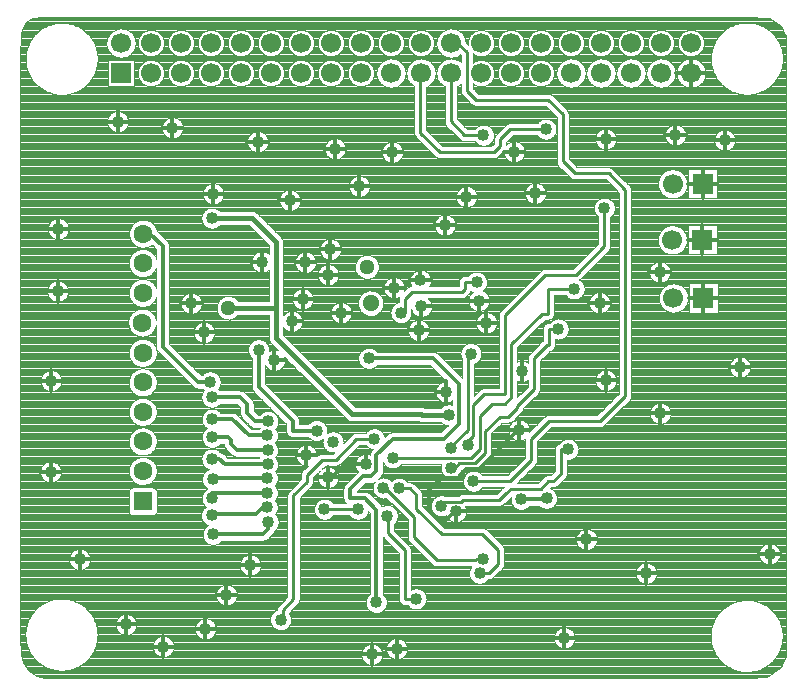
<source format=gbr>
G04 DipTrace 3.3.1.3*
G04 Bottom.gbr*
%MOIN*%
G04 #@! TF.FileFunction,Copper,L2,Bot*
G04 #@! TF.Part,Single*
%AMOUTLINE21*
4,1,16,
0.024017,0.004777,
0.024017,-0.004777,
0.020361,-0.013605,
0.013605,-0.020361,
0.004777,-0.024017,
-0.004777,-0.024017,
-0.013605,-0.020361,
-0.020361,-0.013605,
-0.024017,-0.004777,
-0.024017,0.004777,
-0.020361,0.013605,
-0.013605,0.020361,
-0.004777,0.024017,
0.004777,0.024017,
0.013605,0.020361,
0.020361,0.013605,
0.024017,0.004777,
0*%
%AMOUTLINE24*
4,1,16,
0.024404,0.004854,
0.024404,-0.004854,
0.020689,-0.013824,
0.013824,-0.020689,
0.004854,-0.024404,
-0.004854,-0.024404,
-0.013824,-0.020689,
-0.020689,-0.013824,
-0.024404,-0.004854,
-0.024404,0.004854,
-0.020689,0.013824,
-0.013824,0.020689,
-0.004854,0.024404,
0.004854,0.024404,
0.013824,0.020689,
0.020689,0.013824,
0.024404,0.004854,
0*%
%AMOUTLINE27*
4,1,16,
0.027029,0.005377,
0.027029,-0.005377,
0.022915,-0.015311,
0.015311,-0.022915,
0.005377,-0.027029,
-0.005377,-0.027029,
-0.015311,-0.022915,
-0.022915,-0.015311,
-0.027029,-0.005377,
-0.027029,0.005377,
-0.022915,0.015311,
-0.015311,0.022915,
-0.005377,0.027029,
0.005377,0.027029,
0.015311,0.022915,
0.022915,0.015311,
0.027029,0.005377,
0*%
%AMOUTLINE30*
4,1,4,
-0.031496,-0.031496,
-0.031496,0.031496,
0.031496,0.031496,
0.031496,-0.031496,
-0.031496,-0.031496,
0*%
G04 #@! TA.AperFunction,Conductor*
%ADD13C,0.01*%
%ADD14C,0.013937*%
%ADD15C,0.017874*%
%ADD16C,0.011811*%
G04 #@! TA.AperFunction,CopperBalancing*
%ADD18C,0.003937*%
%ADD19C,0.01311*%
G04 #@! TA.AperFunction,ComponentPad*
%ADD32C,0.062992*%
%ADD34R,0.066929X0.066929*%
%ADD35C,0.066929*%
G04 #@! TA.AperFunction,ViaPad*
%ADD37C,0.04*%
G04 #@! TA.AperFunction,ComponentPad*
%ADD96OUTLINE21*%
%ADD99OUTLINE24*%
%ADD102OUTLINE27*%
%ADD105OUTLINE30*%
%FSLAX26Y26*%
G04*
G70*
G90*
G75*
G01*
G04 Bottom*
%LPD*%
X1411377Y958003D2*
D13*
X1523160D1*
Y958205D1*
X1584068Y647087D2*
D14*
Y955904D1*
X1545925Y994047D1*
X1496806D1*
Y1026377D1*
X1538366Y1067937D1*
X1566791D1*
X1584042Y1085188D1*
Y1138133D1*
X1638429Y1192520D1*
X1809377D1*
X1859013Y1242156D1*
Y1374318D1*
X1772605Y1460726D1*
X1558804D1*
X1666256Y1613311D2*
D13*
X1679772D1*
Y1660113D1*
X1701693Y1682034D1*
X1869541D1*
X1878558Y1691051D1*
Y1714583D1*
X1918311D1*
X2059906Y1221654D2*
D16*
X2057343D1*
X1926606Y1090917D1*
X1882661D1*
X1879219Y1087475D1*
X1880785D1*
X1856747Y1063437D1*
X1802098D1*
X1759024Y1020362D1*
Y950673D1*
X1791618Y918079D1*
X1813104D1*
X1849625Y954600D1*
Y950564D1*
X1422886Y1064270D2*
D13*
X1433783D1*
X1476993Y1107480D1*
X1548421D1*
X1716417Y658911D2*
X1679112D1*
Y821689D1*
X1623472Y877328D1*
Y936688D1*
X1620846D1*
X1036207Y1928341D2*
D15*
X1168660D1*
X1249713Y1847289D1*
Y1629403D1*
Y1528094D1*
X1503437Y1274370D1*
X1734356D1*
X1736416Y1272310D1*
X1824874D1*
X1091328Y1629403D2*
X1249713D1*
X2151522Y994110D2*
D14*
X2135169D1*
X2132070Y991010D1*
X2066890D1*
X1265156Y589783D2*
D13*
X1271778D1*
Y620654D1*
X1308129Y657004D1*
Y1004517D1*
X1353157Y1049546D1*
Y1072265D1*
X1403722Y1122829D1*
X1448425D1*
X1518115Y1192520D1*
X1577168D1*
X1834640Y1160630D2*
Y1168147D1*
X1888385Y1221891D1*
Y1476650D1*
X1899752D1*
X2243315Y1692265D2*
X2156192D1*
Y1609858D1*
X2136741D1*
X2033995Y1507112D1*
Y1330702D1*
X2012741Y1309449D1*
X1970264D1*
X1929630Y1268815D1*
Y1157791D1*
X1900579Y1128740D1*
X1639037D1*
X2149231Y2224921D2*
X2030341D1*
X1996331Y2190911D1*
Y2168486D1*
X1975819Y2147974D1*
X1796001D1*
X1730593Y2213382D1*
Y2411770D1*
X1733091D1*
X2223198Y1157799D2*
X2199388D1*
Y1076661D1*
X2173678Y1050951D1*
X2157465D1*
X2132203Y1025690D1*
X2032210D1*
X2017803Y1011283D1*
Y1012860D1*
X1994514Y989571D1*
X1874087D1*
X1867201Y982685D1*
X1813651D1*
X1810887Y979921D1*
X1804018D1*
Y969291D1*
X1800894D1*
X1833391Y1096850D2*
X1846154D1*
X1859689Y1110386D1*
X1912921D1*
X1947753Y1145218D1*
Y1219421D1*
X1995261Y1266929D1*
X2024558D1*
X2053992Y1296364D1*
Y1303033D1*
X2108862Y1357903D1*
Y1460592D1*
X2152139Y1503869D1*
X2158871D1*
Y1558634D1*
X2190444D1*
X1941314Y2204572D2*
X1878083D1*
X1831627Y2251028D1*
Y2411770D1*
X1833091D1*
X1908131Y1051230D2*
X2029180D1*
X2099749Y1121799D1*
Y1192647D1*
X2158303Y1251201D1*
X2329262D1*
X2413937Y1335875D1*
Y2021619D1*
X2358240Y2077316D1*
X2245492D1*
X2205211Y2117597D1*
Y2274318D1*
X2156644Y2322885D1*
X1915364D1*
X1885845Y2352403D1*
Y2480744D1*
X1854819Y2511770D1*
X1833091D1*
X1658873Y1027181D2*
X1696156D1*
X1717325Y1006012D1*
Y959364D1*
X1802762Y873927D1*
X1813798D1*
Y875054D1*
X1937991D1*
X1990710Y822335D1*
Y775522D1*
X1959699Y744512D1*
X1928175D1*
X1223631Y915148D2*
D14*
Y892686D1*
X1206463Y875518D1*
X1036133D1*
Y874076D1*
X1039917D1*
X1220615Y964449D2*
X1206417D1*
X1182747Y940778D1*
X1034975D1*
Y937199D1*
X1199978Y1013490D2*
X1036797D1*
Y994601D1*
X1220783Y1012639D2*
D13*
X1036797D1*
Y994601D1*
X1220659Y1060899D2*
D14*
X1038487D1*
Y1058580D1*
X1221698Y1107950D2*
X1078507D1*
X1061373Y1125084D1*
X1036392D1*
X1221597Y1154085D2*
X1120104D1*
X1098822Y1175367D1*
Y1188160D1*
X1089244Y1197738D1*
X1037487D1*
X1221084Y1203854D2*
X1158193D1*
X1104091Y1257957D1*
X1036766D1*
X1222895Y1250613D2*
X1179895D1*
X1153112Y1277396D1*
Y1307437D1*
X1128995Y1331554D1*
X1035972D1*
X1607230Y1028630D2*
D13*
Y1025858D1*
X1615482D1*
X1708461Y932879D1*
Y864570D1*
X1785920Y787110D1*
X1917906D1*
Y792740D1*
X1938186D1*
X1385308Y1220156D2*
D14*
X1305357D1*
Y1251999D1*
X1191867Y1365488D1*
Y1489824D1*
X2344322Y1961482D2*
D13*
Y1835077D1*
X2248319Y1739075D1*
X2147129D1*
X2012122Y1604068D1*
Y1341339D1*
X1944010D1*
X1907757Y1305085D1*
Y1201274D1*
X1877743Y1171260D1*
X1889635D1*
X1029946Y1382140D2*
D14*
X989197D1*
X871789Y1499549D1*
Y1835853D1*
X831400Y1876241D1*
X806908D1*
D37*
X2223198Y1157799D3*
X1411377Y958003D3*
X1523160Y958205D3*
X1223631Y915148D3*
X1039917Y874076D3*
X1034975Y937199D3*
X1220615Y964449D3*
X1036797Y994601D3*
X1038487Y1058580D3*
X1036392Y1125084D3*
X1037487Y1197738D3*
X1036766Y1257957D3*
X1035972Y1331554D3*
X1220783Y1012639D3*
X1220659Y1060899D3*
X1221597Y1154085D3*
X1221084Y1203854D3*
X1222895Y1250613D3*
X1221698Y1107950D3*
X1036207Y1928341D3*
X1824874Y1272310D3*
X1584068Y647087D3*
X1558804Y1460726D3*
X1620846Y936688D3*
X1716417Y658911D3*
X1928175Y744512D3*
X1938186Y792740D3*
X1607230Y1028630D3*
X1658873Y1027181D3*
X1577168Y1192520D3*
X1265156Y589783D3*
X1385308Y1220156D3*
X1191867Y1489824D3*
X1439785Y1182087D3*
X1029946Y1382140D3*
X1548421Y1107480D3*
X1813165Y1905067D3*
X2530528Y1277745D3*
X1651925Y492756D3*
X1643724Y1696031D3*
X1347971Y1780857D3*
X967202Y1644501D3*
X1202835Y1782415D3*
X1040349Y2009375D3*
X1296115Y1987825D3*
X2059906Y1221654D3*
X1834640Y1160630D3*
X1849625Y950564D3*
X1816686Y1348991D3*
X1734241Y1633795D3*
X1302822Y1584420D3*
X2114214Y2010677D3*
X2528988Y1748361D3*
X2745073Y2188113D3*
X874142Y500262D3*
X2483654Y744488D3*
X1569169Y473921D3*
X1163906Y772047D3*
X1084724Y672178D3*
X1014677Y559318D3*
X749921Y573622D3*
X595087Y790814D3*
X498583Y1082283D3*
X499808Y1386286D3*
X524031Y1892651D3*
X722142Y2250262D3*
X521890Y1684514D3*
X1188765Y2182874D3*
X2044031Y2149609D3*
X2581387Y2205259D3*
X2796350Y1431761D3*
X1884728Y1999843D3*
X904693Y2229396D3*
X2349522Y1387748D3*
X2069018Y1417606D3*
X1951382Y1579331D3*
X1338768Y1658445D3*
X1423537Y1739298D3*
X1446556Y2159360D3*
X2348459Y2191807D3*
X1351322Y1137747D3*
X1637465Y2147937D3*
X1925799Y1653583D3*
X1467113Y1612776D3*
X1422886Y1064270D3*
X2328239Y1646457D3*
X1431077Y1824409D3*
X1731348Y1720545D3*
X1725039Y1553984D3*
X2894882Y809404D3*
X1899752Y1476650D3*
X1941314Y2204572D3*
X1666256Y1613311D3*
X1918311Y1714583D3*
X1889635Y1171260D3*
X1639037Y1128740D3*
X1833391Y1096850D3*
X1908131Y1051230D3*
X1800894Y969291D3*
X2151522Y994110D3*
X2066890Y991010D3*
X1010310Y1547105D3*
X1244534Y1454646D3*
X2284787Y857087D3*
X2211336Y529052D3*
X1527416Y2034551D3*
X2344322Y1961482D3*
X2149231Y2224921D3*
X2243315Y1692265D3*
X2190444Y1558634D3*
X448050Y2595026D2*
D18*
X2894820D1*
X433041Y2591220D2*
X2901150D1*
X427335Y2587415D2*
X2907486D1*
X421622Y2583609D2*
X2913814D1*
X415916Y2579803D2*
X2810822D1*
X2827610D2*
X2920150D1*
X412356Y2575997D2*
X505381D1*
X565092D2*
X2787799D1*
X2850633D2*
X2926479D1*
X410734Y2572192D2*
X493115D1*
X577349D2*
X2776018D1*
X2862413D2*
X2931161D1*
X409104Y2568386D2*
X484004D1*
X586461D2*
X2767122D1*
X2871302D2*
X2933030D1*
X407472Y2564580D2*
X476537D1*
X593928D2*
X2759794D1*
X2878638D2*
X2934891D1*
X405843Y2560774D2*
X470155D1*
X600318D2*
X2753504D1*
X2884928D2*
X2936752D1*
X404213Y2556969D2*
X464541D1*
X605923D2*
X714879D1*
X751301D2*
X1814881D1*
X1851302D2*
X2747967D1*
X2890465D2*
X2938619D1*
X402583Y2553163D2*
X459543D1*
X610921D2*
X707260D1*
X758920D2*
X818196D1*
X847980D2*
X918197D1*
X947982D2*
X1018198D1*
X1047983D2*
X1118199D1*
X1147984D2*
X1218201D1*
X1247986D2*
X1318196D1*
X1347980D2*
X1418197D1*
X1447982D2*
X1518198D1*
X1547983D2*
X1618199D1*
X1647984D2*
X1718201D1*
X1747986D2*
X1807261D1*
X1858921D2*
X1918197D1*
X1947982D2*
X2018198D1*
X2047983D2*
X2118199D1*
X2147984D2*
X2218201D1*
X2247986D2*
X2318196D1*
X2347980D2*
X2418197D1*
X2447982D2*
X2518198D1*
X2547983D2*
X2618199D1*
X2647984D2*
X2743024D1*
X2895400D2*
X2940480D1*
X400961Y2549357D2*
X455037D1*
X615427D2*
X701915D1*
X764264D2*
X810098D1*
X856084D2*
X910100D1*
X956085D2*
X1010093D1*
X1056088D2*
X1110096D1*
X1156081D2*
X1210097D1*
X1256083D2*
X1310098D1*
X1356084D2*
X1410100D1*
X1456085D2*
X1510093D1*
X1556088D2*
X1610096D1*
X1656081D2*
X1710097D1*
X1756083D2*
X1801917D1*
X1864266D2*
X1910100D1*
X1956085D2*
X2010093D1*
X2056088D2*
X2110096D1*
X2156081D2*
X2210097D1*
X2256083D2*
X2310098D1*
X2356084D2*
X2410100D1*
X2456085D2*
X2510093D1*
X2556088D2*
X2610096D1*
X2656081D2*
X2738571D1*
X2899861D2*
X2942341D1*
X399622Y2545551D2*
X450946D1*
X619518D2*
X697778D1*
X768402D2*
X804723D1*
X861459D2*
X904724D1*
X961453D2*
X1004727D1*
X1061454D2*
X1104728D1*
X1161457D2*
X1204722D1*
X1261458D2*
X1304723D1*
X1361459D2*
X1404724D1*
X1461453D2*
X1504727D1*
X1561454D2*
X1604728D1*
X1661457D2*
X1704722D1*
X1761458D2*
X1797780D1*
X1868403D2*
X1904724D1*
X1961453D2*
X2004727D1*
X2061454D2*
X2104728D1*
X2161457D2*
X2204722D1*
X2261458D2*
X2304723D1*
X2361459D2*
X2404724D1*
X2461453D2*
X2504727D1*
X2561454D2*
X2604728D1*
X2661457D2*
X2734518D1*
X2903913D2*
X2944210D1*
X399538Y2541745D2*
X447209D1*
X623255D2*
X694465D1*
X771715D2*
X800678D1*
X865504D2*
X900680D1*
X965497D2*
X1000681D1*
X1065500D2*
X1100684D1*
X1165501D2*
X1200677D1*
X1265503D2*
X1300678D1*
X1365504D2*
X1400680D1*
X1465497D2*
X1500681D1*
X1565500D2*
X1600684D1*
X1665501D2*
X1700677D1*
X1765503D2*
X1794466D1*
X1871717D2*
X1900680D1*
X1965497D2*
X2000681D1*
X2065500D2*
X2100684D1*
X2165501D2*
X2200677D1*
X2265503D2*
X2300678D1*
X2365504D2*
X2400680D1*
X2465497D2*
X2500681D1*
X2565500D2*
X2600684D1*
X2665501D2*
X2730812D1*
X2907619D2*
X2946071D1*
X399453Y2537940D2*
X443787D1*
X626677D2*
X691765D1*
X774415D2*
X797503D1*
X868680D2*
X897504D1*
X968681D2*
X997499D1*
X1068682D2*
X1097500D1*
X1168677D2*
X1197501D1*
X1268678D2*
X1297503D1*
X1368680D2*
X1397504D1*
X1468681D2*
X1497499D1*
X1568682D2*
X1597500D1*
X1668677D2*
X1697501D1*
X1768678D2*
X1791766D1*
X1874416D2*
X1897504D1*
X1968681D2*
X1997499D1*
X2068682D2*
X2097500D1*
X2168677D2*
X2197501D1*
X2268678D2*
X2297503D1*
X2368680D2*
X2397504D1*
X2468681D2*
X2497499D1*
X2568682D2*
X2597500D1*
X2668677D2*
X2727421D1*
X2911010D2*
X2947932D1*
X399369Y2534134D2*
X440642D1*
X629829D2*
X689566D1*
X776614D2*
X794966D1*
X871210D2*
X894967D1*
X971211D2*
X994969D1*
X1071213D2*
X1094970D1*
X1171214D2*
X1194971D1*
X1271215D2*
X1294966D1*
X1371210D2*
X1394967D1*
X1471211D2*
X1494969D1*
X1571213D2*
X1594970D1*
X1671214D2*
X1694971D1*
X1771215D2*
X1789567D1*
X1876615D2*
X1894967D1*
X1971211D2*
X1994969D1*
X2071213D2*
X2094970D1*
X2171214D2*
X2194971D1*
X2271215D2*
X2294966D1*
X2371210D2*
X2394967D1*
X2471211D2*
X2494969D1*
X2571213D2*
X2594970D1*
X2671214D2*
X2724299D1*
X2914125D2*
X2949209D1*
X399283Y2530328D2*
X437744D1*
X632720D2*
X687798D1*
X778382D2*
X792958D1*
X873224D2*
X892961D1*
X973226D2*
X992962D1*
X1073219D2*
X1092955D1*
X1173220D2*
X1192957D1*
X1273223D2*
X1292958D1*
X1373224D2*
X1392961D1*
X1473226D2*
X1492962D1*
X1573219D2*
X1592955D1*
X1673220D2*
X1692957D1*
X1773223D2*
X1787799D1*
X1878383D2*
X1892961D1*
X1973226D2*
X1992962D1*
X2073219D2*
X2092955D1*
X2173220D2*
X2192957D1*
X2273223D2*
X2292958D1*
X2373224D2*
X2392961D1*
X2473226D2*
X2492962D1*
X2573219D2*
X2592955D1*
X2673220D2*
X2721430D1*
X2917000D2*
X2949231D1*
X399199Y2526522D2*
X435075D1*
X635388D2*
X686406D1*
X779774D2*
X791398D1*
X874785D2*
X891391D1*
X974786D2*
X991392D1*
X1074789D2*
X1091395D1*
X1174790D2*
X1191396D1*
X1274783D2*
X1291398D1*
X1374785D2*
X1391391D1*
X1474786D2*
X1491392D1*
X1574789D2*
X1591395D1*
X1674790D2*
X1691396D1*
X1774783D2*
X1786407D1*
X1879776D2*
X1891391D1*
X1974786D2*
X1991392D1*
X2074789D2*
X2091395D1*
X2174790D2*
X2191396D1*
X2274783D2*
X2291398D1*
X2374785D2*
X2391391D1*
X2474786D2*
X2491392D1*
X2574789D2*
X2591395D1*
X2674790D2*
X2718786D1*
X2919638D2*
X2949247D1*
X399114Y2522717D2*
X432622D1*
X637843D2*
X685360D1*
X780820D2*
X790228D1*
X875954D2*
X890230D1*
X975955D2*
X990224D1*
X1075957D2*
X1090226D1*
X1175951D2*
X1190227D1*
X1275953D2*
X1290228D1*
X1375954D2*
X1390230D1*
X1475955D2*
X1490224D1*
X1575957D2*
X1590226D1*
X1675951D2*
X1690227D1*
X1775953D2*
X1785361D1*
X1880822D2*
X1890230D1*
X1975955D2*
X1990224D1*
X2075957D2*
X2090226D1*
X2175951D2*
X2190227D1*
X2275953D2*
X2290228D1*
X2375954D2*
X2390230D1*
X2475955D2*
X2490224D1*
X2575957D2*
X2590226D1*
X2675951D2*
X2716356D1*
X2922075D2*
X2949262D1*
X399022Y2518911D2*
X430362D1*
X640102D2*
X684644D1*
X781543D2*
X789421D1*
X876753D2*
X889423D1*
X976755D2*
X989424D1*
X1076757D2*
X1089427D1*
X1176759D2*
X1189428D1*
X1276760D2*
X1289421D1*
X1376753D2*
X1389423D1*
X1476755D2*
X1489424D1*
X1576757D2*
X1589427D1*
X1676759D2*
X1689428D1*
X1776760D2*
X1784638D1*
X1881537D2*
X1889423D1*
X1976755D2*
X1989424D1*
X2076757D2*
X2089427D1*
X2176759D2*
X2189428D1*
X2276760D2*
X2289421D1*
X2376753D2*
X2389423D1*
X2476755D2*
X2489424D1*
X2576757D2*
X2589427D1*
X2676759D2*
X2714118D1*
X2924314D2*
X2949278D1*
X398938Y2515105D2*
X428285D1*
X642178D2*
X684230D1*
X781950D2*
X788967D1*
X877215D2*
X888969D1*
X977217D2*
X988963D1*
X1077218D2*
X1088965D1*
X1177213D2*
X1188966D1*
X1277214D2*
X1288967D1*
X1377215D2*
X1388969D1*
X1477217D2*
X1488963D1*
X1577218D2*
X1588965D1*
X1677213D2*
X1688966D1*
X1777214D2*
X1784231D1*
X1881951D2*
X1888969D1*
X1977217D2*
X1988963D1*
X2077218D2*
X2088965D1*
X2177213D2*
X2188966D1*
X2277214D2*
X2288967D1*
X2377215D2*
X2388969D1*
X2477217D2*
X2488963D1*
X2577218D2*
X2588965D1*
X2677213D2*
X2712058D1*
X2926374D2*
X2949293D1*
X398853Y2511299D2*
X426386D1*
X644085D2*
X684114D1*
X782066D2*
X788845D1*
X877339D2*
X888839D1*
X977340D2*
X988840D1*
X1077341D2*
X1088841D1*
X1177343D2*
X1188843D1*
X1277336D2*
X1288845D1*
X1377339D2*
X1388839D1*
X1477340D2*
X1488840D1*
X1577341D2*
X1588841D1*
X1677343D2*
X1688843D1*
X1777336D2*
X1784115D1*
X1884135D2*
X1888839D1*
X1977340D2*
X1988840D1*
X2077341D2*
X2088841D1*
X2177343D2*
X2188843D1*
X2277336D2*
X2288845D1*
X2377339D2*
X2388839D1*
X2477340D2*
X2488840D1*
X2577341D2*
X2588841D1*
X2677343D2*
X2710173D1*
X2928257D2*
X2949308D1*
X398769Y2507493D2*
X424648D1*
X645824D2*
X684306D1*
X781881D2*
X789045D1*
X877130D2*
X889046D1*
X977133D2*
X989047D1*
X1077134D2*
X1089049D1*
X1177135D2*
X1189051D1*
X1277136D2*
X1289045D1*
X1377130D2*
X1389046D1*
X1477133D2*
X1489047D1*
X1577134D2*
X1589049D1*
X1677135D2*
X1689051D1*
X1777136D2*
X1784301D1*
X1977133D2*
X1989047D1*
X2077134D2*
X2089049D1*
X2177135D2*
X2189051D1*
X2277136D2*
X2289045D1*
X2377130D2*
X2389046D1*
X2477133D2*
X2489047D1*
X2577134D2*
X2589049D1*
X2677135D2*
X2708451D1*
X2929980D2*
X2949332D1*
X398684Y2503688D2*
X423064D1*
X647400D2*
X684791D1*
X781388D2*
X789591D1*
X876592D2*
X889592D1*
X976593D2*
X989593D1*
X1076588D2*
X1089588D1*
X1176589D2*
X1189589D1*
X1276591D2*
X1289591D1*
X1376592D2*
X1389592D1*
X1476593D2*
X1489593D1*
X1576588D2*
X1589588D1*
X1676589D2*
X1689589D1*
X1776591D2*
X1784793D1*
X1976593D2*
X1989593D1*
X2076588D2*
X2089588D1*
X2176589D2*
X2189589D1*
X2276591D2*
X2289591D1*
X2376592D2*
X2389592D1*
X2476593D2*
X2489593D1*
X2576588D2*
X2589588D1*
X2676589D2*
X2706882D1*
X2931541D2*
X2949346D1*
X398600Y2499882D2*
X421634D1*
X648837D2*
X685591D1*
X780589D2*
X790483D1*
X875701D2*
X890484D1*
X975702D2*
X990478D1*
X1075703D2*
X1090479D1*
X1175697D2*
X1190480D1*
X1275698D2*
X1290483D1*
X1375701D2*
X1390484D1*
X1475702D2*
X1490478D1*
X1575703D2*
X1590479D1*
X1675697D2*
X1690480D1*
X1775698D2*
X1785592D1*
X1975702D2*
X1990478D1*
X2075703D2*
X2090479D1*
X2175697D2*
X2190480D1*
X2275698D2*
X2290483D1*
X2375701D2*
X2390484D1*
X2475702D2*
X2490478D1*
X2575703D2*
X2590479D1*
X2675697D2*
X2705467D1*
X2932963D2*
X2949362D1*
X398514Y2496076D2*
X420343D1*
X650122D2*
X686720D1*
X779459D2*
X791744D1*
X874440D2*
X891745D1*
X974441D2*
X991747D1*
X1074434D2*
X1091740D1*
X1174436D2*
X1191741D1*
X1274437D2*
X1291744D1*
X1374440D2*
X1391745D1*
X1474441D2*
X1491747D1*
X1574434D2*
X1591740D1*
X1674436D2*
X1691741D1*
X1774437D2*
X1786722D1*
X1974441D2*
X1991747D1*
X2074434D2*
X2091740D1*
X2174436D2*
X2191741D1*
X2274437D2*
X2291744D1*
X2374440D2*
X2391745D1*
X2474441D2*
X2491747D1*
X2574434D2*
X2591740D1*
X2674436D2*
X2704199D1*
X2934232D2*
X2949378D1*
X398430Y2492270D2*
X419197D1*
X651268D2*
X688197D1*
X777983D2*
X793412D1*
X872770D2*
X893413D1*
X972772D2*
X993415D1*
X1072766D2*
X1093409D1*
X1172768D2*
X1193411D1*
X1272769D2*
X1293412D1*
X1372770D2*
X1393413D1*
X1472772D2*
X1493415D1*
X1572766D2*
X1593409D1*
X1672768D2*
X1693411D1*
X1772769D2*
X1788198D1*
X1972772D2*
X1993415D1*
X2072766D2*
X2093409D1*
X2172768D2*
X2193411D1*
X2272769D2*
X2293412D1*
X2372770D2*
X2393413D1*
X2472772D2*
X2493415D1*
X2572766D2*
X2593409D1*
X2672768D2*
X2703060D1*
X2935370D2*
X2949392D1*
X398345Y2488465D2*
X418181D1*
X652282D2*
X690066D1*
X776114D2*
X795542D1*
X870640D2*
X895543D1*
X970634D2*
X995545D1*
X1070636D2*
X1095547D1*
X1170638D2*
X1195541D1*
X1270639D2*
X1295542D1*
X1370640D2*
X1395543D1*
X1470634D2*
X1495545D1*
X1570636D2*
X1595547D1*
X1670638D2*
X1695541D1*
X1770639D2*
X1790067D1*
X1970634D2*
X1995545D1*
X2070636D2*
X2095547D1*
X2170638D2*
X2195541D1*
X2270639D2*
X2295542D1*
X2370640D2*
X2395543D1*
X2470634D2*
X2495545D1*
X2570636D2*
X2595547D1*
X2670638D2*
X2702062D1*
X2936362D2*
X2949408D1*
X398261Y2484659D2*
X417304D1*
X653167D2*
X692381D1*
X773799D2*
X798226D1*
X867957D2*
X898219D1*
X967958D2*
X998220D1*
X1067961D2*
X1098223D1*
X1167962D2*
X1198224D1*
X1267955D2*
X1298226D1*
X1367957D2*
X1398219D1*
X1467958D2*
X1498220D1*
X1567961D2*
X1598223D1*
X1667962D2*
X1698224D1*
X1767955D2*
X1792382D1*
X1967958D2*
X1998220D1*
X2067961D2*
X2098223D1*
X2167962D2*
X2198224D1*
X2267955D2*
X2298226D1*
X2367957D2*
X2398219D1*
X2467958D2*
X2498220D1*
X2567961D2*
X2598223D1*
X2667962D2*
X2701199D1*
X2937231D2*
X2949432D1*
X398177Y2480853D2*
X416551D1*
X653920D2*
X695226D1*
X770962D2*
X801587D1*
X864589D2*
X901588D1*
X964591D2*
X1001589D1*
X1064592D2*
X1101591D1*
X1164593D2*
X1201592D1*
X1264594D2*
X1301587D1*
X1364589D2*
X1401588D1*
X1464591D2*
X1501589D1*
X1564592D2*
X1601591D1*
X1664593D2*
X1701592D1*
X1764594D2*
X1795219D1*
X1964591D2*
X2001589D1*
X2064592D2*
X2101591D1*
X2164593D2*
X2201592D1*
X2264594D2*
X2301587D1*
X2364589D2*
X2401588D1*
X2464591D2*
X2501589D1*
X2564592D2*
X2601591D1*
X2664593D2*
X2700462D1*
X2937970D2*
X2949446D1*
X398092Y2477047D2*
X415921D1*
X654543D2*
X698717D1*
X767463D2*
X805908D1*
X860276D2*
X905902D1*
X960277D2*
X1005903D1*
X1060278D2*
X1105904D1*
X1160280D2*
X1205906D1*
X1260273D2*
X1305908D1*
X1360276D2*
X1405902D1*
X1460277D2*
X1505903D1*
X1560278D2*
X1605904D1*
X1660280D2*
X1705906D1*
X1760273D2*
X1798718D1*
X1960277D2*
X2005903D1*
X2060278D2*
X2105904D1*
X2160280D2*
X2205906D1*
X2260273D2*
X2305908D1*
X2360276D2*
X2405902D1*
X2460277D2*
X2505903D1*
X2560278D2*
X2605904D1*
X2660280D2*
X2699846D1*
X2938585D2*
X2949462D1*
X398008Y2473241D2*
X415421D1*
X655043D2*
X703100D1*
X763080D2*
X811744D1*
X854438D2*
X911745D1*
X954441D2*
X1011739D1*
X1054442D2*
X1111740D1*
X1154436D2*
X1211743D1*
X1254437D2*
X1311744D1*
X1354438D2*
X1411745D1*
X1454441D2*
X1511739D1*
X1554442D2*
X1611740D1*
X1654436D2*
X1711743D1*
X1754437D2*
X1803101D1*
X1906358D2*
X1911745D1*
X1954441D2*
X2011739D1*
X2054442D2*
X2111740D1*
X2154436D2*
X2211743D1*
X2254437D2*
X2311744D1*
X2354438D2*
X2411745D1*
X2454441D2*
X2511739D1*
X2554442D2*
X2611740D1*
X2654436D2*
X2699362D1*
X2939070D2*
X2949478D1*
X397923Y2469436D2*
X415045D1*
X655420D2*
X708866D1*
X757320D2*
X821240D1*
X844942D2*
X921234D1*
X944944D2*
X1021236D1*
X1044945D2*
X1121238D1*
X1144948D2*
X1221239D1*
X1244941D2*
X1321240D1*
X1344942D2*
X1421234D1*
X1444944D2*
X1521236D1*
X1544945D2*
X1621238D1*
X1644948D2*
X1721239D1*
X1744941D2*
X1808861D1*
X1857315D2*
X1865332D1*
X1906358D2*
X1921234D1*
X1944944D2*
X2021236D1*
X2044945D2*
X2121238D1*
X2144948D2*
X2221239D1*
X2244941D2*
X2321240D1*
X2344942D2*
X2421234D1*
X2444944D2*
X2521236D1*
X2544945D2*
X2621238D1*
X2644948D2*
X2698993D1*
X2939438D2*
X2949493D1*
X397839Y2465630D2*
X414790D1*
X655681D2*
X717487D1*
X748693D2*
X1817488D1*
X1848694D2*
X1865332D1*
X1906358D2*
X2698747D1*
X2939677D2*
X2949508D1*
X397753Y2461824D2*
X414652D1*
X655812D2*
X1865332D1*
X1906358D2*
X2698625D1*
X2939799D2*
X2949524D1*
X397692Y2458018D2*
X414636D1*
X655828D2*
X1617815D1*
X1648361D2*
X1717818D1*
X1748362D2*
X1817819D1*
X1848364D2*
X1865332D1*
X1906358D2*
X2217818D1*
X2248362D2*
X2317819D1*
X2348364D2*
X2417820D1*
X2448366D2*
X2517814D1*
X2548367D2*
X2617815D1*
X2648361D2*
X2698625D1*
X2939807D2*
X2949524D1*
X397692Y2454213D2*
X414744D1*
X655720D2*
X688836D1*
X777344D2*
X821640D1*
X844542D2*
X921642D1*
X944537D2*
X1021643D1*
X1044538D2*
X1121644D1*
X1144539D2*
X1221639D1*
X1244541D2*
X1321640D1*
X1344542D2*
X1421642D1*
X1444537D2*
X1521643D1*
X1544538D2*
X1609058D1*
X1657127D2*
X1709059D1*
X1757129D2*
X1809052D1*
X1857122D2*
X1865332D1*
X1906358D2*
X1921642D1*
X1944537D2*
X2021643D1*
X2044538D2*
X2121644D1*
X2144539D2*
X2209059D1*
X2257129D2*
X2309052D1*
X2357122D2*
X2409054D1*
X2457123D2*
X2509055D1*
X2557126D2*
X2609058D1*
X2657127D2*
X2698747D1*
X2939684D2*
X2949524D1*
X397685Y2450407D2*
X414967D1*
X655497D2*
X688836D1*
X777344D2*
X811944D1*
X854239D2*
X911945D1*
X954240D2*
X1011940D1*
X1054241D2*
X1111941D1*
X1154236D2*
X1211942D1*
X1254238D2*
X1311944D1*
X1354239D2*
X1411945D1*
X1454240D2*
X1511940D1*
X1554241D2*
X1603244D1*
X1662941D2*
X1703245D1*
X1762934D2*
X1803247D1*
X1862936D2*
X1865336D1*
X1906358D2*
X1911945D1*
X1954240D2*
X2011940D1*
X2054241D2*
X2111941D1*
X2154236D2*
X2203245D1*
X2262934D2*
X2303247D1*
X2362936D2*
X2403240D1*
X2462937D2*
X2503243D1*
X2562938D2*
X2603244D1*
X2662941D2*
X2698986D1*
X2939446D2*
X2949524D1*
X397685Y2446601D2*
X415322D1*
X655151D2*
X688836D1*
X777344D2*
X806046D1*
X860136D2*
X906047D1*
X960138D2*
X1006041D1*
X1060140D2*
X1106043D1*
X1160134D2*
X1206045D1*
X1260135D2*
X1306046D1*
X1360136D2*
X1406047D1*
X1460138D2*
X1506041D1*
X1560140D2*
X1598831D1*
X1667354D2*
X1698832D1*
X1767356D2*
X1798825D1*
X1960138D2*
X2006041D1*
X2060140D2*
X2106043D1*
X2160134D2*
X2198832D1*
X2267356D2*
X2298825D1*
X2367349D2*
X2398827D1*
X2467350D2*
X2498828D1*
X2567353D2*
X2598831D1*
X2667354D2*
X2699346D1*
X2939084D2*
X2949524D1*
X397677Y2442795D2*
X415790D1*
X654675D2*
X688836D1*
X777344D2*
X801694D1*
X864482D2*
X901696D1*
X964483D2*
X1001697D1*
X1064484D2*
X1101698D1*
X1164486D2*
X1201699D1*
X1264487D2*
X1301694D1*
X1364482D2*
X1401696D1*
X1464483D2*
X1501697D1*
X1564484D2*
X1595308D1*
X1670869D2*
X1695310D1*
X1770870D2*
X1795311D1*
X1964483D2*
X2001697D1*
X2064484D2*
X2101698D1*
X2164486D2*
X2195310D1*
X2270870D2*
X2295311D1*
X2370871D2*
X2395312D1*
X2470873D2*
X2495307D1*
X2570874D2*
X2595308D1*
X2670869D2*
X2699831D1*
X2938600D2*
X2949531D1*
X397677Y2438990D2*
X416382D1*
X654083D2*
X688836D1*
X777344D2*
X798310D1*
X867873D2*
X898304D1*
X967874D2*
X998306D1*
X1067875D2*
X1098307D1*
X1167877D2*
X1198308D1*
X1267871D2*
X1298310D1*
X1367873D2*
X1398304D1*
X1467874D2*
X1498306D1*
X1567875D2*
X1592455D1*
X1673728D2*
X1692457D1*
X1773723D2*
X1792458D1*
X1967874D2*
X1998306D1*
X2067875D2*
X2098307D1*
X2167877D2*
X2192457D1*
X2273723D2*
X2292458D1*
X2373724D2*
X2392453D1*
X2473726D2*
X2492454D1*
X2573727D2*
X2592455D1*
X2673728D2*
X2700438D1*
X2937992D2*
X2949531D1*
X397677Y2435184D2*
X417105D1*
X653360D2*
X688836D1*
X777344D2*
X795612D1*
X870571D2*
X895613D1*
X970573D2*
X995614D1*
X1070567D2*
X1095608D1*
X1170568D2*
X1195610D1*
X1270570D2*
X1295612D1*
X1370571D2*
X1395613D1*
X1470573D2*
X1495614D1*
X1570567D2*
X1590126D1*
X1676051D2*
X1690127D1*
X1776052D2*
X1790129D1*
X1970573D2*
X1995614D1*
X2070567D2*
X2095608D1*
X2170568D2*
X2190127D1*
X2276052D2*
X2290129D1*
X2376054D2*
X2390130D1*
X2476055D2*
X2490131D1*
X2576050D2*
X2590126D1*
X2676051D2*
X2701169D1*
X2937262D2*
X2949531D1*
X397669Y2431378D2*
X417958D1*
X652513D2*
X688836D1*
X777344D2*
X793466D1*
X872717D2*
X893467D1*
X972718D2*
X993469D1*
X1072713D2*
X1093463D1*
X1172714D2*
X1193465D1*
X1272715D2*
X1293466D1*
X1372717D2*
X1393467D1*
X1472718D2*
X1493469D1*
X1572713D2*
X1588249D1*
X1677934D2*
X1688243D1*
X1777936D2*
X1788245D1*
X1972718D2*
X1993469D1*
X2072713D2*
X2093463D1*
X2172714D2*
X2188243D1*
X2277936D2*
X2288245D1*
X2377938D2*
X2388247D1*
X2477932D2*
X2488248D1*
X2577933D2*
X2588249D1*
X2677934D2*
X2702038D1*
X2936394D2*
X2949531D1*
X397669Y2427572D2*
X418934D1*
X651529D2*
X688836D1*
X777344D2*
X791782D1*
X874400D2*
X891783D1*
X974395D2*
X991785D1*
X1074396D2*
X1091786D1*
X1174398D2*
X1191781D1*
X1274399D2*
X1291782D1*
X1374400D2*
X1391783D1*
X1474395D2*
X1491785D1*
X1574396D2*
X1586757D1*
X1679427D2*
X1686760D1*
X1779428D2*
X1786753D1*
X1974395D2*
X1991785D1*
X2074396D2*
X2091786D1*
X2174398D2*
X2186760D1*
X2279428D2*
X2286753D1*
X2379421D2*
X2386755D1*
X2479424D2*
X2486756D1*
X2579425D2*
X2586757D1*
X2679427D2*
X2703030D1*
X2935402D2*
X2949539D1*
X397661Y2423766D2*
X420050D1*
X650415D2*
X688836D1*
X777344D2*
X790513D1*
X875669D2*
X890514D1*
X975671D2*
X990509D1*
X1075672D2*
X1090510D1*
X1175667D2*
X1190512D1*
X1275668D2*
X1290513D1*
X1375669D2*
X1390514D1*
X1475671D2*
X1490509D1*
X1575672D2*
X1585619D1*
X1680564D2*
X1685621D1*
X1780566D2*
X1785615D1*
X1975671D2*
X1990509D1*
X2075672D2*
X2090510D1*
X2175667D2*
X2185621D1*
X2280566D2*
X2285615D1*
X2380560D2*
X2385617D1*
X2480562D2*
X2485618D1*
X2580563D2*
X2585619D1*
X2680564D2*
X2704160D1*
X2934270D2*
X2949539D1*
X397661Y2419961D2*
X421303D1*
X649161D2*
X688836D1*
X777344D2*
X789614D1*
X876570D2*
X889608D1*
X976571D2*
X989609D1*
X1076572D2*
X1089610D1*
X1176573D2*
X1189612D1*
X1276567D2*
X1289614D1*
X1376570D2*
X1389608D1*
X1476571D2*
X1489609D1*
X1576572D2*
X1584812D1*
X1681371D2*
X1684806D1*
X1781374D2*
X1784807D1*
X1976571D2*
X1989609D1*
X2076572D2*
X2089610D1*
X2176573D2*
X2184806D1*
X2281374D2*
X2284807D1*
X2381375D2*
X2384810D1*
X2481369D2*
X2484811D1*
X2581370D2*
X2584812D1*
X2681371D2*
X2705429D1*
X2933003D2*
X2949539D1*
X397661Y2416155D2*
X422696D1*
X647769D2*
X688836D1*
X777344D2*
X789060D1*
X877123D2*
X889062D1*
X977125D2*
X989055D1*
X1077126D2*
X1089056D1*
X1177119D2*
X1189058D1*
X1277121D2*
X1289060D1*
X1377123D2*
X1389062D1*
X1477125D2*
X1489055D1*
X1577126D2*
X1584312D1*
X1681871D2*
X1684311D1*
X1781866D2*
X1784315D1*
X1977125D2*
X1989055D1*
X2077126D2*
X2089056D1*
X2177119D2*
X2184314D1*
X2281866D2*
X2284315D1*
X2381867D2*
X2384310D1*
X2481869D2*
X2484311D1*
X2581870D2*
X2584312D1*
X2681871D2*
X2706836D1*
X2931594D2*
X2949539D1*
X397654Y2412349D2*
X424240D1*
X646223D2*
X688836D1*
X777344D2*
X788845D1*
X877339D2*
X888846D1*
X977340D2*
X988840D1*
X1077341D2*
X1088841D1*
X1177335D2*
X1188843D1*
X1277336D2*
X1288845D1*
X1377339D2*
X1388846D1*
X1477340D2*
X1488840D1*
X1577341D2*
X1584121D1*
X1682064D2*
X1684117D1*
X1782066D2*
X1784119D1*
X1977340D2*
X1988840D1*
X2077341D2*
X2088841D1*
X2177335D2*
X2184114D1*
X2282066D2*
X2284119D1*
X2382067D2*
X2384117D1*
X2482060D2*
X2484118D1*
X2582063D2*
X2584122D1*
X2682064D2*
X2708398D1*
X2930034D2*
X2949547D1*
X397654Y2408543D2*
X425940D1*
X644524D2*
X688836D1*
X777344D2*
X788959D1*
X877223D2*
X888954D1*
X977224D2*
X988955D1*
X1077226D2*
X1088957D1*
X1177227D2*
X1188958D1*
X1277222D2*
X1288959D1*
X1377223D2*
X1388954D1*
X1477224D2*
X1488955D1*
X1577226D2*
X1584220D1*
X1681957D2*
X1684223D1*
X1781958D2*
X1784223D1*
X1977224D2*
X1988955D1*
X2077226D2*
X2088957D1*
X2177227D2*
X2184222D1*
X2281958D2*
X2284223D1*
X2381959D2*
X2384224D1*
X2481961D2*
X2484219D1*
X2581962D2*
X2584227D1*
X2681957D2*
X2710112D1*
X2928311D2*
X2949547D1*
X397654Y2404738D2*
X427801D1*
X642663D2*
X688836D1*
X777344D2*
X789406D1*
X876777D2*
X889407D1*
X976778D2*
X989409D1*
X1076772D2*
X1089403D1*
X1176774D2*
X1189404D1*
X1276776D2*
X1289406D1*
X1376777D2*
X1389407D1*
X1476778D2*
X1489409D1*
X1576772D2*
X1584627D1*
X1681556D2*
X1684629D1*
X1781558D2*
X1784623D1*
X1976778D2*
X1989409D1*
X2076772D2*
X2089403D1*
X2176774D2*
X2184629D1*
X2281558D2*
X2284623D1*
X2381552D2*
X2384625D1*
X2481554D2*
X2484626D1*
X2581555D2*
X2584627D1*
X2681556D2*
X2711996D1*
X2926436D2*
X2949547D1*
X397646Y2400932D2*
X429839D1*
X640633D2*
X688836D1*
X777344D2*
X790198D1*
X875984D2*
X890199D1*
X975979D2*
X990201D1*
X1075980D2*
X1090202D1*
X1175982D2*
X1190197D1*
X1275983D2*
X1290198D1*
X1375984D2*
X1390199D1*
X1475979D2*
X1490201D1*
X1575980D2*
X1585335D1*
X1680841D2*
X1685337D1*
X1780843D2*
X1785339D1*
X1975979D2*
X1990201D1*
X2075980D2*
X2090202D1*
X2175982D2*
X2185337D1*
X2280843D2*
X2285339D1*
X2380844D2*
X2385340D1*
X2480846D2*
X2485341D1*
X2580840D2*
X2585335D1*
X2680841D2*
X2714049D1*
X2924382D2*
X2949547D1*
X397646Y2397126D2*
X432054D1*
X638419D2*
X688836D1*
X777344D2*
X791360D1*
X874824D2*
X891353D1*
X974825D2*
X991354D1*
X1074827D2*
X1091356D1*
X1174828D2*
X1191357D1*
X1274822D2*
X1291360D1*
X1374824D2*
X1391353D1*
X1474825D2*
X1491354D1*
X1574827D2*
X1586373D1*
X1679811D2*
X1686375D1*
X1779804D2*
X1786377D1*
X1974825D2*
X1991354D1*
X2074827D2*
X2091356D1*
X2174828D2*
X2186375D1*
X2279804D2*
X2286377D1*
X2379806D2*
X2386370D1*
X2479808D2*
X2486371D1*
X2579810D2*
X2586373D1*
X2679811D2*
X2716280D1*
X2922152D2*
X2949547D1*
X397638Y2393320D2*
X434461D1*
X636012D2*
X688836D1*
X777344D2*
X792904D1*
X873270D2*
X892906D1*
X973272D2*
X992908D1*
X1073273D2*
X1092909D1*
X1173276D2*
X1192911D1*
X1273277D2*
X1292904D1*
X1373270D2*
X1392906D1*
X1473272D2*
X1492908D1*
X1573273D2*
X1587757D1*
X1678427D2*
X1687751D1*
X1778428D2*
X1787753D1*
X1973272D2*
X1992908D1*
X2073273D2*
X2092909D1*
X2173276D2*
X2187751D1*
X2278428D2*
X2287753D1*
X2378430D2*
X2387755D1*
X2478424D2*
X2487756D1*
X2578425D2*
X2587757D1*
X2678427D2*
X2718709D1*
X2919722D2*
X2949555D1*
X397638Y2389514D2*
X437067D1*
X633398D2*
X688836D1*
X777344D2*
X794904D1*
X871278D2*
X894906D1*
X971273D2*
X994907D1*
X1071274D2*
X1094908D1*
X1171276D2*
X1194903D1*
X1271277D2*
X1294904D1*
X1371278D2*
X1394906D1*
X1471273D2*
X1494907D1*
X1571274D2*
X1589510D1*
X1676665D2*
X1689512D1*
X1776668D2*
X1789513D1*
X1971273D2*
X1994907D1*
X2071274D2*
X2094908D1*
X2171276D2*
X2189512D1*
X2276668D2*
X2289513D1*
X2376669D2*
X2389516D1*
X2476671D2*
X2489509D1*
X2576672D2*
X2589510D1*
X2676665D2*
X2721346D1*
X2917085D2*
X2949555D1*
X397638Y2385709D2*
X439912D1*
X630560D2*
X688836D1*
X777344D2*
X797419D1*
X868757D2*
X897420D1*
X968759D2*
X997421D1*
X1068760D2*
X1097423D1*
X1168761D2*
X1197424D1*
X1268762D2*
X1297419D1*
X1368757D2*
X1397420D1*
X1468759D2*
X1497421D1*
X1568760D2*
X1591694D1*
X1674482D2*
X1691696D1*
X1774484D2*
X1791697D1*
X1968759D2*
X1997421D1*
X2068760D2*
X2097423D1*
X2168761D2*
X2191696D1*
X2274484D2*
X2291697D1*
X2374486D2*
X2391699D1*
X2474487D2*
X2491693D1*
X2574488D2*
X2591694D1*
X2674482D2*
X2724207D1*
X2914224D2*
X2949555D1*
X397630Y2381903D2*
X442988D1*
X627476D2*
X688836D1*
X777344D2*
X800579D1*
X865604D2*
X900580D1*
X965598D2*
X1000581D1*
X1065600D2*
X1100583D1*
X1165601D2*
X1200577D1*
X1265602D2*
X1300579D1*
X1365604D2*
X1400580D1*
X1465598D2*
X1500581D1*
X1565600D2*
X1594378D1*
X1671799D2*
X1694379D1*
X1771801D2*
X1794381D1*
X1965598D2*
X2000581D1*
X2065600D2*
X2100583D1*
X2165601D2*
X2194379D1*
X2271801D2*
X2294381D1*
X2371802D2*
X2394382D1*
X2471803D2*
X2494377D1*
X2571804D2*
X2594378D1*
X2671799D2*
X2727314D1*
X2911118D2*
X2949555D1*
X397630Y2378097D2*
X446348D1*
X624123D2*
X688836D1*
X777344D2*
X804593D1*
X861583D2*
X904594D1*
X961584D2*
X1004596D1*
X1061585D2*
X1104597D1*
X1161587D2*
X1204598D1*
X1261588D2*
X1304593D1*
X1361583D2*
X1404594D1*
X1461584D2*
X1504596D1*
X1561585D2*
X1597677D1*
X1668508D2*
X1697678D1*
X1768501D2*
X1797680D1*
X1961584D2*
X2004596D1*
X2061585D2*
X2104597D1*
X2161587D2*
X2197678D1*
X2268501D2*
X2297680D1*
X2368503D2*
X2397673D1*
X2468504D2*
X2497675D1*
X2568507D2*
X2597677D1*
X2668508D2*
X2730697D1*
X2907727D2*
X2949562D1*
X397623Y2374291D2*
X450000D1*
X620463D2*
X688836D1*
X777344D2*
X809921D1*
X856261D2*
X909915D1*
X956262D2*
X1009917D1*
X1056264D2*
X1109919D1*
X1156266D2*
X1209920D1*
X1256260D2*
X1309921D1*
X1356261D2*
X1409915D1*
X1456262D2*
X1509917D1*
X1556264D2*
X1601783D1*
X1664394D2*
X1701785D1*
X1764395D2*
X1801786D1*
X1906358D2*
X1909915D1*
X1956262D2*
X2009917D1*
X2056264D2*
X2109919D1*
X2156266D2*
X2201785D1*
X2264395D2*
X2301786D1*
X2364396D2*
X2401787D1*
X2464398D2*
X2501781D1*
X2564400D2*
X2601783D1*
X2664394D2*
X2734387D1*
X2904035D2*
X2949562D1*
X397623Y2370486D2*
X453999D1*
X616465D2*
X688836D1*
X777344D2*
X817895D1*
X848287D2*
X917896D1*
X948289D2*
X1017891D1*
X1048290D2*
X1117892D1*
X1148285D2*
X1217894D1*
X1248286D2*
X1317895D1*
X1348287D2*
X1417896D1*
X1448289D2*
X1517891D1*
X1548290D2*
X1607089D1*
X1659096D2*
X1707091D1*
X1759097D2*
X1807084D1*
X1859091D2*
X1865332D1*
X1906358D2*
X1917896D1*
X1948289D2*
X2017891D1*
X2048290D2*
X2117892D1*
X2148285D2*
X2207091D1*
X2259097D2*
X2307084D1*
X2359091D2*
X2407085D1*
X2459092D2*
X2507087D1*
X2559094D2*
X2607089D1*
X2659096D2*
X2738433D1*
X2899999D2*
X2949562D1*
X397623Y2366680D2*
X458398D1*
X612067D2*
X1614609D1*
X1651567D2*
X1710081D1*
X1751570D2*
X1811113D1*
X1852139D2*
X1865332D1*
X1906358D2*
X2214610D1*
X2251570D2*
X2314612D1*
X2351571D2*
X2414614D1*
X2451572D2*
X2514608D1*
X2551573D2*
X2614609D1*
X2651567D2*
X2742877D1*
X2895554D2*
X2949562D1*
X397615Y2362874D2*
X463265D1*
X607199D2*
X1710081D1*
X1751108D2*
X1811113D1*
X1852139D2*
X1865332D1*
X1906358D2*
X2747798D1*
X2890633D2*
X2949562D1*
X397615Y2359068D2*
X468709D1*
X601755D2*
X1710081D1*
X1751108D2*
X1811113D1*
X1852139D2*
X1865332D1*
X1908026D2*
X2753311D1*
X2885119D2*
X2949570D1*
X397608Y2355262D2*
X474883D1*
X595580D2*
X1710081D1*
X1751108D2*
X1811113D1*
X1852139D2*
X1865332D1*
X1911833D2*
X2759579D1*
X2878853D2*
X2949570D1*
X397608Y2351457D2*
X482050D1*
X588421D2*
X1710081D1*
X1751108D2*
X1811113D1*
X1852139D2*
X1865354D1*
X1915639D2*
X2766867D1*
X2871563D2*
X2949570D1*
X397608Y2347651D2*
X490677D1*
X579794D2*
X1710081D1*
X1751108D2*
X1811113D1*
X1852139D2*
X1865900D1*
X1919446D2*
X2775696D1*
X2862736D2*
X2949570D1*
X397600Y2343845D2*
X501896D1*
X568567D2*
X1710081D1*
X1751108D2*
X1811113D1*
X1852139D2*
X1867247D1*
X1923244D2*
X2787337D1*
X2851094D2*
X2949577D1*
X397600Y2340039D2*
X521035D1*
X549428D2*
X1710081D1*
X1751108D2*
X1811113D1*
X1852139D2*
X1869584D1*
X2167546D2*
X2809152D1*
X2829280D2*
X2949577D1*
X397600Y2336234D2*
X1710081D1*
X1751108D2*
X1811113D1*
X1852139D2*
X1873167D1*
X2172136D2*
X2949577D1*
X397592Y2332428D2*
X1710081D1*
X1751108D2*
X1811113D1*
X1852139D2*
X1876974D1*
X2175944D2*
X2949577D1*
X397592Y2328622D2*
X1710081D1*
X1751108D2*
X1811113D1*
X1852139D2*
X1880780D1*
X2179749D2*
X2949585D1*
X397584Y2324816D2*
X1710081D1*
X1751108D2*
X1811113D1*
X1852139D2*
X1884587D1*
X2183555D2*
X2949585D1*
X397584Y2321010D2*
X1710081D1*
X1751108D2*
X1811113D1*
X1852139D2*
X1888392D1*
X2187362D2*
X2949585D1*
X397584Y2317205D2*
X1710081D1*
X1751108D2*
X1811113D1*
X1852139D2*
X1892198D1*
X2191168D2*
X2949585D1*
X397576Y2313399D2*
X1710081D1*
X1751108D2*
X1811113D1*
X1852139D2*
X1896005D1*
X2194975D2*
X2949585D1*
X397576Y2309593D2*
X1710081D1*
X1751108D2*
X1811113D1*
X1852139D2*
X1899811D1*
X2198781D2*
X2949593D1*
X397570Y2305787D2*
X1710081D1*
X1751108D2*
X1811113D1*
X1852139D2*
X1904364D1*
X2202587D2*
X2949593D1*
X397570Y2301982D2*
X1710081D1*
X1751108D2*
X1811113D1*
X1852139D2*
X2148703D1*
X2206394D2*
X2949593D1*
X397570Y2298176D2*
X1710081D1*
X1751108D2*
X1811113D1*
X1852139D2*
X2152510D1*
X2210199D2*
X2949593D1*
X397562Y2294370D2*
X1710081D1*
X1751108D2*
X1811113D1*
X1852139D2*
X2156316D1*
X2214007D2*
X2949601D1*
X397562Y2290564D2*
X1710081D1*
X1751108D2*
X1811113D1*
X1852139D2*
X2160123D1*
X2217812D2*
X2949601D1*
X397554Y2286759D2*
X1710081D1*
X1751108D2*
X1811113D1*
X1852139D2*
X2163921D1*
X2221419D2*
X2949601D1*
X397554Y2282953D2*
X708920D1*
X735367D2*
X1710081D1*
X1751108D2*
X1811113D1*
X1852139D2*
X2167728D1*
X2223780D2*
X2949601D1*
X397554Y2279147D2*
X701777D1*
X742510D2*
X1710081D1*
X1751108D2*
X1811113D1*
X1852139D2*
X2171534D1*
X2225133D2*
X2949601D1*
X397546Y2275341D2*
X697163D1*
X747117D2*
X1710081D1*
X1751108D2*
X1811113D1*
X1852139D2*
X2175340D1*
X2225694D2*
X2949609D1*
X397546Y2271535D2*
X693803D1*
X750478D2*
X1710081D1*
X1751108D2*
X1811113D1*
X1852139D2*
X2179147D1*
X2225724D2*
X2949609D1*
X397538Y2267730D2*
X691281D1*
X753000D2*
X1710081D1*
X1751108D2*
X1811113D1*
X1852139D2*
X2182953D1*
X2225724D2*
X2949609D1*
X397538Y2263924D2*
X689396D1*
X754891D2*
X897888D1*
X911503D2*
X1710081D1*
X1751108D2*
X1811113D1*
X1852139D2*
X2184698D1*
X2225724D2*
X2949609D1*
X397538Y2260118D2*
X688043D1*
X756244D2*
X887285D1*
X922098D2*
X1710081D1*
X1751108D2*
X1811113D1*
X1852139D2*
X2184698D1*
X2225724D2*
X2949615D1*
X397530Y2256312D2*
X687151D1*
X757129D2*
X881741D1*
X927643D2*
X1710081D1*
X1751108D2*
X1811113D1*
X1855185D2*
X2133094D1*
X2165370D2*
X2184698D1*
X2225724D2*
X2949615D1*
X397530Y2252507D2*
X686705D1*
X757583D2*
X877858D1*
X931526D2*
X1710081D1*
X1751108D2*
X1811113D1*
X1858991D2*
X2127104D1*
X2171361D2*
X2184698D1*
X2225724D2*
X2949615D1*
X397530Y2248701D2*
X686667D1*
X757621D2*
X874967D1*
X934425D2*
X1710081D1*
X1751108D2*
X1811252D1*
X1862798D2*
X2122999D1*
X2175466D2*
X2184698D1*
X2225724D2*
X2949615D1*
X397522Y2244895D2*
X687043D1*
X757244D2*
X872783D1*
X936601D2*
X1710081D1*
X1751108D2*
X1812075D1*
X1866604D2*
X2027541D1*
X2178512D2*
X2184698D1*
X2225724D2*
X2949615D1*
X397522Y2241089D2*
X687852D1*
X756437D2*
X871184D1*
X938201D2*
X1710081D1*
X1751108D2*
X1813743D1*
X1870409D2*
X2017975D1*
X2180803D2*
X2184698D1*
X2225724D2*
X2949623D1*
X397516Y2237283D2*
X689119D1*
X755168D2*
X870076D1*
X939307D2*
X1710081D1*
X1751108D2*
X1816542D1*
X1874217D2*
X1928139D1*
X1954487D2*
X2013861D1*
X2182495D2*
X2184698D1*
X2225724D2*
X2566580D1*
X2596196D2*
X2949623D1*
X397516Y2233478D2*
X690904D1*
X753383D2*
X869423D1*
X939969D2*
X1710081D1*
X1751108D2*
X1820333D1*
X1878022D2*
X1920972D1*
X1961654D2*
X2010055D1*
X2225724D2*
X2560091D1*
X2602685D2*
X2949623D1*
X397516Y2229672D2*
X693303D1*
X750984D2*
X869184D1*
X940207D2*
X1710081D1*
X1751108D2*
X1824139D1*
X1881828D2*
X1916360D1*
X1966266D2*
X2006249D1*
X2225724D2*
X2555745D1*
X2607022D2*
X2949623D1*
X397508Y2225866D2*
X696487D1*
X747794D2*
X869361D1*
X940030D2*
X1710081D1*
X1751108D2*
X1827945D1*
X1885635D2*
X1912991D1*
X1969635D2*
X2002442D1*
X2225724D2*
X2339503D1*
X2357415D2*
X2552555D1*
X2610214D2*
X2949631D1*
X397508Y2222060D2*
X700823D1*
X743465D2*
X869953D1*
X939430D2*
X1710081D1*
X1751108D2*
X1831752D1*
X1972164D2*
X1998636D1*
X2225724D2*
X2330230D1*
X2366688D2*
X2550156D1*
X2612621D2*
X2735688D1*
X2754461D2*
X2949631D1*
X397500Y2218255D2*
X707298D1*
X736982D2*
X870999D1*
X938392D2*
X1710081D1*
X1754568D2*
X1835558D1*
X1974049D2*
X1994831D1*
X2225724D2*
X2324962D1*
X2371955D2*
X2548371D1*
X2614404D2*
X2726660D1*
X2763488D2*
X2949631D1*
X397500Y2214449D2*
X872521D1*
X936862D2*
X1173003D1*
X1204533D2*
X1710081D1*
X1758374D2*
X1839365D1*
X1975409D2*
X1991024D1*
X2225724D2*
X2321218D1*
X2375701D2*
X2547096D1*
X2615673D2*
X2721446D1*
X2768701D2*
X2949631D1*
X397500Y2210643D2*
X874605D1*
X934778D2*
X1166874D1*
X1210654D2*
X1710266D1*
X1762181D2*
X1843163D1*
X1976294D2*
X1987218D1*
X2181710D2*
X2184697D1*
X2225724D2*
X2318427D1*
X2378492D2*
X2546287D1*
X2616480D2*
X2717740D1*
X2772408D2*
X2949639D1*
X397492Y2206837D2*
X877388D1*
X932003D2*
X1162699D1*
X1214829D2*
X1711173D1*
X1765979D2*
X1846970D1*
X1976755D2*
X1983411D1*
X2179727D2*
X2184698D1*
X2225724D2*
X2316327D1*
X2380591D2*
X2545911D1*
X2616865D2*
X2714972D1*
X2775176D2*
X2949639D1*
X397492Y2203031D2*
X881102D1*
X928289D2*
X1159615D1*
X1217912D2*
X1712950D1*
X1769786D2*
X1850776D1*
X1976794D2*
X1979882D1*
X2037294D2*
X2121375D1*
X2177089D2*
X2184698D1*
X2225724D2*
X2314789D1*
X2382129D2*
X2545950D1*
X2616827D2*
X2712888D1*
X2777260D2*
X2949639D1*
X397484Y2199226D2*
X886324D1*
X923059D2*
X1157293D1*
X1220235D2*
X1715903D1*
X1773592D2*
X1854581D1*
X2033488D2*
X2124898D1*
X2173559D2*
X2184698D1*
X2225724D2*
X2313743D1*
X2383182D2*
X2546395D1*
X2616381D2*
X2711366D1*
X2778782D2*
X2949639D1*
X397484Y2195420D2*
X895421D1*
X913971D2*
X1155571D1*
X1221957D2*
X1719709D1*
X1777398D2*
X1858388D1*
X2029682D2*
X2129787D1*
X2168677D2*
X2184698D1*
X2225724D2*
X2313135D1*
X2383782D2*
X2547280D1*
X2615496D2*
X2710327D1*
X2779820D2*
X2949639D1*
X397484Y2191614D2*
X1154356D1*
X1223172D2*
X1432276D1*
X1460839D2*
X1723514D1*
X1781205D2*
X1862194D1*
X2025875D2*
X2137709D1*
X2160756D2*
X2184698D1*
X2225724D2*
X2312951D1*
X2383974D2*
X2548634D1*
X2614143D2*
X2709735D1*
X2780412D2*
X2949647D1*
X397476Y2187808D2*
X1153602D1*
X1223925D2*
X1425571D1*
X1467543D2*
X1727322D1*
X1785010D2*
X1866570D1*
X1972564D2*
X1975822D1*
X2022077D2*
X2184698D1*
X2225724D2*
X2313175D1*
X2383743D2*
X2550517D1*
X2612259D2*
X2709566D1*
X2780581D2*
X2949647D1*
X397476Y2184003D2*
X1153272D1*
X1224256D2*
X1421142D1*
X1471972D2*
X1731127D1*
X1788816D2*
X1912453D1*
X1970173D2*
X1975822D1*
X2018270D2*
X2036546D1*
X2051520D2*
X2184698D1*
X2225724D2*
X2313828D1*
X2383089D2*
X2553039D1*
X2609736D2*
X2709804D1*
X2780343D2*
X2949647D1*
X397469Y2180197D2*
X1153356D1*
X1224172D2*
X1417896D1*
X1475218D2*
X1623190D1*
X1651736D2*
X1734933D1*
X1792623D2*
X1915636D1*
X1966990D2*
X1975822D1*
X2016840D2*
X2026387D1*
X2061677D2*
X2184698D1*
X2225724D2*
X2314920D1*
X2381997D2*
X2556392D1*
X2606385D2*
X2710466D1*
X2779682D2*
X2949647D1*
X397469Y2176391D2*
X1153856D1*
X1223672D2*
X1415451D1*
X1477663D2*
X1616486D1*
X1658442D2*
X1738740D1*
X1796429D2*
X1919966D1*
X1962660D2*
X1975391D1*
X2016840D2*
X2020920D1*
X2067138D2*
X2184698D1*
X2225724D2*
X2316512D1*
X2380406D2*
X2560997D1*
X2601778D2*
X2711573D1*
X2778575D2*
X2949655D1*
X397469Y2172585D2*
X1154794D1*
X1222734D2*
X1413630D1*
X1479486D2*
X1612056D1*
X1662871D2*
X1742546D1*
X1800236D2*
X1926425D1*
X1956201D2*
X1971585D1*
X2070982D2*
X2184698D1*
X2225724D2*
X2318672D1*
X2378245D2*
X2568118D1*
X2594657D2*
X2713180D1*
X2776967D2*
X2949655D1*
X397462Y2168780D2*
X1156209D1*
X1221327D2*
X1412329D1*
X1480785D2*
X1608803D1*
X1666123D2*
X1746353D1*
X1804042D2*
X1967778D1*
X2073850D2*
X2184698D1*
X2225724D2*
X2321547D1*
X2375370D2*
X2715364D1*
X2774783D2*
X2949655D1*
X397462Y2164974D2*
X1158155D1*
X1219373D2*
X1411499D1*
X1481615D2*
X1606366D1*
X1668570D2*
X1750159D1*
X2076003D2*
X2184698D1*
X2225724D2*
X2325408D1*
X2371509D2*
X2718262D1*
X2771885D2*
X2949655D1*
X397462Y2161168D2*
X1160761D1*
X1216766D2*
X1411092D1*
X1482022D2*
X1604543D1*
X1670391D2*
X1753965D1*
X2077587D2*
X2184698D1*
X2225724D2*
X2330906D1*
X2366012D2*
X2722154D1*
X2767986D2*
X2949655D1*
X397454Y2157362D2*
X1164236D1*
X1213291D2*
X1411100D1*
X1482014D2*
X1603244D1*
X1671690D2*
X1757772D1*
X2078678D2*
X2184698D1*
X2225724D2*
X2341226D1*
X2355699D2*
X2727720D1*
X2762427D2*
X2949663D1*
X397454Y2153556D2*
X1169035D1*
X1208492D2*
X1411530D1*
X1481584D2*
X1602406D1*
X1672521D2*
X1761570D1*
X2079318D2*
X2184698D1*
X2225724D2*
X2738425D1*
X2751723D2*
X2949663D1*
X397446Y2149751D2*
X1176701D1*
X1200827D2*
X1412383D1*
X1480731D2*
X1601999D1*
X1672929D2*
X1765377D1*
X2006445D2*
X2008521D1*
X2079541D2*
X2184698D1*
X2225724D2*
X2949663D1*
X397446Y2145945D2*
X1413706D1*
X1479408D2*
X1602005D1*
X1672921D2*
X1769182D1*
X2002638D2*
X2008710D1*
X2079348D2*
X2184698D1*
X2225724D2*
X2949663D1*
X397446Y2142139D2*
X1415559D1*
X1477555D2*
X1602437D1*
X1672491D2*
X1772990D1*
X1998832D2*
X2009324D1*
X2078740D2*
X2184698D1*
X2225724D2*
X2949669D1*
X397438Y2138333D2*
X1418035D1*
X1475079D2*
X1603290D1*
X1671636D2*
X1776795D1*
X1995025D2*
X2010378D1*
X2077688D2*
X2184698D1*
X2225724D2*
X2949669D1*
X397438Y2134528D2*
X1421327D1*
X1471780D2*
X1604613D1*
X1670315D2*
X1780601D1*
X1991219D2*
X2011924D1*
X2076142D2*
X2184698D1*
X2225724D2*
X2949669D1*
X397430Y2130722D2*
X1425840D1*
X1467274D2*
X1606458D1*
X1668469D2*
X1785261D1*
X1986559D2*
X2014030D1*
X2074034D2*
X2184698D1*
X2225724D2*
X2949669D1*
X397430Y2126916D2*
X1432722D1*
X1460392D2*
X1608942D1*
X1665993D2*
X2016837D1*
X2071228D2*
X2184698D1*
X2225724D2*
X2949669D1*
X397430Y2123110D2*
X1612232D1*
X1662694D2*
X2020589D1*
X2067469D2*
X2184698D1*
X2228547D2*
X2949677D1*
X397423Y2119304D2*
X1616739D1*
X1658188D2*
X2025895D1*
X2062169D2*
X2184698D1*
X2232345D2*
X2949677D1*
X397423Y2115499D2*
X1623613D1*
X1651314D2*
X2035285D1*
X2052781D2*
X2184806D1*
X2236152D2*
X2949677D1*
X397415Y2111693D2*
X2185583D1*
X2239958D2*
X2949677D1*
X397415Y2107887D2*
X2187197D1*
X2243764D2*
X2949685D1*
X397415Y2104081D2*
X2189920D1*
X2247571D2*
X2949685D1*
X397408Y2100276D2*
X2193688D1*
X2251377D2*
X2949685D1*
X397408Y2096470D2*
X2197493D1*
X2364789D2*
X2949685D1*
X397408Y2092664D2*
X2201301D1*
X2371640D2*
X2949693D1*
X397400Y2088858D2*
X2205106D1*
X2375546D2*
X2557423D1*
X2586423D2*
X2622945D1*
X2720896D2*
X2949693D1*
X397400Y2085052D2*
X2208912D1*
X2379353D2*
X2548325D1*
X2595520D2*
X2622945D1*
X2720896D2*
X2949693D1*
X397392Y2081247D2*
X2212719D1*
X2383151D2*
X2542398D1*
X2601448D2*
X2622945D1*
X2720896D2*
X2949693D1*
X397392Y2077441D2*
X2216525D1*
X2386958D2*
X2537907D1*
X2605930D2*
X2622945D1*
X2720896D2*
X2949693D1*
X397392Y2073635D2*
X2220332D1*
X2390764D2*
X2534346D1*
X2609499D2*
X2622945D1*
X2720896D2*
X2949701D1*
X397385Y2069829D2*
X2224138D1*
X2394570D2*
X2531448D1*
X2612390D2*
X2622945D1*
X2720896D2*
X2949701D1*
X397385Y2066024D2*
X1511440D1*
X1543392D2*
X2227936D1*
X2398377D2*
X2529094D1*
X2614751D2*
X2622945D1*
X2720896D2*
X2949701D1*
X397377Y2062218D2*
X1505395D1*
X1549436D2*
X2231804D1*
X2402182D2*
X2527188D1*
X2616657D2*
X2622945D1*
X2720896D2*
X2949701D1*
X397377Y2058412D2*
X1501259D1*
X1553573D2*
X2238217D1*
X2405990D2*
X2525672D1*
X2618172D2*
X2622945D1*
X2720896D2*
X2949709D1*
X397377Y2054606D2*
X1498190D1*
X1556642D2*
X2352106D1*
X2409795D2*
X2524512D1*
X2619333D2*
X2622945D1*
X2720896D2*
X2949709D1*
X397369Y2050801D2*
X1495891D1*
X1558940D2*
X2355912D1*
X2413601D2*
X2523681D1*
X2620164D2*
X2622945D1*
X2720896D2*
X2949709D1*
X397369Y2046995D2*
X1494184D1*
X1560647D2*
X2359718D1*
X2417408D2*
X2523165D1*
X2620678D2*
X2622951D1*
X2720896D2*
X2949709D1*
X397361Y2043189D2*
X1030471D1*
X1050228D2*
X1492984D1*
X1561846D2*
X2100545D1*
X2127885D2*
X2363525D1*
X2421214D2*
X2522950D1*
X2620894D2*
X2622938D1*
X2720896D2*
X2949709D1*
X397361Y2039383D2*
X1021713D1*
X1058987D2*
X1492239D1*
X1562593D2*
X2093593D1*
X2134835D2*
X2367331D1*
X2425021D2*
X2523035D1*
X2620802D2*
X2622948D1*
X2720896D2*
X2949717D1*
X397361Y2035577D2*
X1016576D1*
X1064123D2*
X1491916D1*
X1562916D2*
X2089056D1*
X2139373D2*
X2371138D1*
X2428819D2*
X2523420D1*
X2620417D2*
X2622945D1*
X2720896D2*
X2949717D1*
X397354Y2031772D2*
X1012908D1*
X1067791D2*
X1492016D1*
X1562816D2*
X1869715D1*
X1899745D2*
X2085743D1*
X2142686D2*
X2374944D1*
X2431702D2*
X2524112D1*
X2619726D2*
X2622945D1*
X2720896D2*
X2949717D1*
X397354Y2027966D2*
X1010163D1*
X1070535D2*
X1492531D1*
X1562308D2*
X1863302D1*
X1906159D2*
X2083251D1*
X2145177D2*
X2378743D1*
X2433425D2*
X2525126D1*
X2618710D2*
X2622945D1*
X2720896D2*
X2949717D1*
X397346Y2024160D2*
X1008102D1*
X1072597D2*
X1493476D1*
X1561354D2*
X1858996D1*
X1910457D2*
X2081390D1*
X2147030D2*
X2382549D1*
X2434286D2*
X2526488D1*
X2617357D2*
X2622945D1*
X2720896D2*
X2949723D1*
X397346Y2020354D2*
X1006594D1*
X1074104D2*
X1282486D1*
X1309740D2*
X1494899D1*
X1559932D2*
X1855828D1*
X1913625D2*
X2080060D1*
X2148369D2*
X2386354D1*
X2434448D2*
X2528218D1*
X2615627D2*
X2622945D1*
X2720896D2*
X2949723D1*
X397346Y2016549D2*
X1005580D1*
X1075119D2*
X1275518D1*
X1316714D2*
X1496867D1*
X1557963D2*
X1853444D1*
X1916008D2*
X2079199D1*
X2149230D2*
X2390161D1*
X2434448D2*
X2530371D1*
X2613466D2*
X2622945D1*
X2720896D2*
X2949723D1*
X397339Y2012743D2*
X1004996D1*
X1075696D2*
X1270974D1*
X1321259D2*
X1499497D1*
X1555333D2*
X1851676D1*
X1917785D2*
X2078761D1*
X2149668D2*
X2393421D1*
X2434448D2*
X2533024D1*
X2610822D2*
X2622945D1*
X2720896D2*
X2949723D1*
X397339Y2008937D2*
X1004841D1*
X1075857D2*
X1267660D1*
X1324573D2*
X1502996D1*
X1551835D2*
X1850415D1*
X1919046D2*
X2078745D1*
X2149684D2*
X2393421D1*
X2434448D2*
X2536277D1*
X2607568D2*
X2622945D1*
X2720896D2*
X2949731D1*
X397339Y2005131D2*
X1005096D1*
X1075604D2*
X1265161D1*
X1327064D2*
X1507848D1*
X1546983D2*
X1849614D1*
X1919837D2*
X2079146D1*
X2149283D2*
X2393421D1*
X2434448D2*
X2540322D1*
X2603516D2*
X2622945D1*
X2720896D2*
X2949731D1*
X397331Y2001325D2*
X1005772D1*
X1074927D2*
X1263301D1*
X1328925D2*
X1515654D1*
X1539186D2*
X1849245D1*
X1920207D2*
X2079969D1*
X2148461D2*
X2393421D1*
X2434448D2*
X2545534D1*
X2598310D2*
X2622945D1*
X2720896D2*
X2949731D1*
X397331Y1997520D2*
X1006903D1*
X1073797D2*
X1261970D1*
X1330264D2*
X1849291D1*
X1920160D2*
X2081260D1*
X2147169D2*
X2393421D1*
X2434448D2*
X2552846D1*
X2590990D2*
X2622945D1*
X2720896D2*
X2949731D1*
X397323Y1993714D2*
X1008525D1*
X1072173D2*
X1261101D1*
X1331133D2*
X1849753D1*
X1919699D2*
X2083075D1*
X2145354D2*
X2329983D1*
X2358660D2*
X2393421D1*
X2434448D2*
X2949731D1*
X397323Y1989908D2*
X1010724D1*
X1069975D2*
X1260663D1*
X1331563D2*
X1850652D1*
X1918807D2*
X2085504D1*
X2142925D2*
X2323308D1*
X2365335D2*
X2393421D1*
X2434448D2*
X2949739D1*
X397323Y1986102D2*
X1013654D1*
X1067045D2*
X1260647D1*
X1331585D2*
X1852013D1*
X1917438D2*
X2088734D1*
X2139696D2*
X2318887D1*
X2369756D2*
X2393421D1*
X2434448D2*
X2949739D1*
X397315Y1982297D2*
X1017591D1*
X1063100D2*
X1261039D1*
X1331186D2*
X1853913D1*
X1915539D2*
X2093140D1*
X2135289D2*
X2315642D1*
X2373001D2*
X2393421D1*
X2434448D2*
X2949739D1*
X397315Y1978491D2*
X1023243D1*
X1057457D2*
X1261870D1*
X1330364D2*
X1856450D1*
X1913001D2*
X2099776D1*
X2128654D2*
X2313205D1*
X2375438D2*
X2393421D1*
X2434448D2*
X2949739D1*
X397307Y1974685D2*
X1034492D1*
X1046206D2*
X1263154D1*
X1329079D2*
X1859833D1*
X1909626D2*
X2311390D1*
X2377253D2*
X2393421D1*
X2434448D2*
X2949747D1*
X397307Y1970879D2*
X1264961D1*
X1327264D2*
X1864478D1*
X1904982D2*
X2310091D1*
X2378552D2*
X2393421D1*
X2434448D2*
X2949747D1*
X397307Y1967073D2*
X1267391D1*
X1324843D2*
X1871706D1*
X1897753D2*
X2309260D1*
X2379383D2*
X2393421D1*
X2434448D2*
X2949747D1*
X397301Y1963268D2*
X1032147D1*
X1040262D2*
X1270621D1*
X1321613D2*
X2308853D1*
X2379791D2*
X2393421D1*
X2434448D2*
X2949747D1*
X397301Y1959462D2*
X1019545D1*
X1052873D2*
X1275012D1*
X1317214D2*
X2308867D1*
X2379776D2*
X2393421D1*
X2434448D2*
X2949747D1*
X397293Y1955656D2*
X1013739D1*
X1058671D2*
X1281631D1*
X1310593D2*
X2309299D1*
X2379345D2*
X2393421D1*
X2434448D2*
X2949755D1*
X397293Y1951850D2*
X1009724D1*
X1174151D2*
X2310160D1*
X2378484D2*
X2393421D1*
X2434448D2*
X2949755D1*
X397293Y1948045D2*
X1006741D1*
X1182856D2*
X2311483D1*
X2377161D2*
X2393421D1*
X2434448D2*
X2949755D1*
X397285Y1944239D2*
X1004504D1*
X1187177D2*
X2313336D1*
X2375308D2*
X2393421D1*
X2434448D2*
X2949755D1*
X397285Y1940433D2*
X1002843D1*
X1190984D2*
X2315819D1*
X2372824D2*
X2393421D1*
X2434448D2*
X2949762D1*
X397285Y1936627D2*
X1001689D1*
X1194790D2*
X1797373D1*
X1828963D2*
X2319118D1*
X2369525D2*
X2393421D1*
X2434448D2*
X2949762D1*
X397277Y1932822D2*
X1000982D1*
X1198596D2*
X1791252D1*
X1835076D2*
X2323631D1*
X2365012D2*
X2393421D1*
X2434448D2*
X2949762D1*
X397277Y1929016D2*
X1000705D1*
X1202395D2*
X1787084D1*
X1839244D2*
X2323808D1*
X2364835D2*
X2393421D1*
X2434448D2*
X2949762D1*
X397269Y1925210D2*
X510478D1*
X537587D2*
X1000836D1*
X1206201D2*
X1784008D1*
X1842328D2*
X2323808D1*
X2364835D2*
X2393421D1*
X2434448D2*
X2949762D1*
X397269Y1921404D2*
X503472D1*
X544584D2*
X794972D1*
X818844D2*
X1001390D1*
X1210008D2*
X1781685D1*
X1844643D2*
X2323808D1*
X2364835D2*
X2393421D1*
X2434448D2*
X2949770D1*
X397269Y1917598D2*
X498921D1*
X549144D2*
X785008D1*
X828810D2*
X1002381D1*
X1213814D2*
X1779963D1*
X1846365D2*
X2323808D1*
X2364835D2*
X2393421D1*
X2434448D2*
X2949770D1*
X397261Y1913793D2*
X495598D1*
X552466D2*
X778895D1*
X834923D2*
X1003850D1*
X1217621D2*
X1778756D1*
X1847572D2*
X2323808D1*
X2364835D2*
X2393421D1*
X2434448D2*
X2949770D1*
X397261Y1909987D2*
X493100D1*
X554965D2*
X774358D1*
X839459D2*
X1005873D1*
X1221427D2*
X1778003D1*
X1848333D2*
X2323808D1*
X2364835D2*
X2393421D1*
X2434448D2*
X2949770D1*
X397253Y1906181D2*
X491231D1*
X556833D2*
X770790D1*
X843028D2*
X1008571D1*
X1225232D2*
X1777672D1*
X1848656D2*
X2323808D1*
X2364835D2*
X2393421D1*
X2434448D2*
X2949777D1*
X397253Y1902375D2*
X489894D1*
X558172D2*
X767913D1*
X845903D2*
X1012169D1*
X1060248D2*
X1160215D1*
X1229039D2*
X1777756D1*
X1848572D2*
X2323808D1*
X2364835D2*
X2393421D1*
X2434448D2*
X2556877D1*
X2585100D2*
X2622014D1*
X2719966D2*
X2949777D1*
X397253Y1898570D2*
X489025D1*
X559041D2*
X765600D1*
X848218D2*
X1017192D1*
X1055226D2*
X1164021D1*
X1232845D2*
X1778256D1*
X1848072D2*
X2323808D1*
X2364835D2*
X2393421D1*
X2434448D2*
X2547610D1*
X2594373D2*
X2622014D1*
X2719966D2*
X2949777D1*
X397247Y1894764D2*
X488587D1*
X559479D2*
X763739D1*
X850079D2*
X1025526D1*
X1046891D2*
X1167828D1*
X1236651D2*
X1779202D1*
X1847134D2*
X2323808D1*
X2364835D2*
X2393421D1*
X2434448D2*
X2541621D1*
X2600364D2*
X2622014D1*
X2719966D2*
X2949777D1*
X397247Y1890958D2*
X488563D1*
X559501D2*
X762285D1*
X851533D2*
X1171634D1*
X1240458D2*
X1780609D1*
X1845719D2*
X2323808D1*
X2364835D2*
X2393421D1*
X2434448D2*
X2537098D1*
X2604877D2*
X2622014D1*
X2719966D2*
X2949785D1*
X397239Y1887152D2*
X488955D1*
X559109D2*
X761193D1*
X852625D2*
X1175433D1*
X1244264D2*
X1782570D1*
X1843766D2*
X2323808D1*
X2364835D2*
X2393421D1*
X2434448D2*
X2533508D1*
X2608469D2*
X2622014D1*
X2719966D2*
X2949785D1*
X397239Y1883346D2*
X489778D1*
X558286D2*
X760448D1*
X855923D2*
X1179239D1*
X1248071D2*
X1785177D1*
X1841151D2*
X2323808D1*
X2364835D2*
X2393421D1*
X2434448D2*
X2530601D1*
X2611382D2*
X2622014D1*
X2719966D2*
X2949785D1*
X397239Y1879541D2*
X491062D1*
X557003D2*
X760017D1*
X859730D2*
X1183045D1*
X1251877D2*
X1788652D1*
X1837676D2*
X2323808D1*
X2364835D2*
X2393421D1*
X2434448D2*
X2528226D1*
X2613751D2*
X2622014D1*
X2719966D2*
X2949785D1*
X397231Y1875735D2*
X492862D1*
X555203D2*
X759902D1*
X863535D2*
X1186852D1*
X1255682D2*
X1793458D1*
X1832870D2*
X2323808D1*
X2364835D2*
X2393421D1*
X2434448D2*
X2526303D1*
X2615673D2*
X2622014D1*
X2719966D2*
X2949785D1*
X397231Y1871929D2*
X495283D1*
X552781D2*
X760101D1*
X867341D2*
X1190657D1*
X1259482D2*
X1801148D1*
X1825188D2*
X2323808D1*
X2364835D2*
X2393421D1*
X2434448D2*
X2524781D1*
X2617196D2*
X2622014D1*
X2719966D2*
X2949793D1*
X397223Y1868123D2*
X498505D1*
X549559D2*
X760609D1*
X871148D2*
X1194465D1*
X1263287D2*
X2323808D1*
X2364835D2*
X2393421D1*
X2434448D2*
X2523612D1*
X2618373D2*
X2622014D1*
X2719966D2*
X2949793D1*
X397223Y1864318D2*
X502888D1*
X545176D2*
X761454D1*
X874954D2*
X1198270D1*
X1267094D2*
X2323808D1*
X2364835D2*
X2393421D1*
X2434448D2*
X2522773D1*
X2619210D2*
X2622014D1*
X2719966D2*
X2949793D1*
X397223Y1860512D2*
X509486D1*
X538579D2*
X762631D1*
X878761D2*
X1202076D1*
X1270201D2*
X2323808D1*
X2364835D2*
X2393421D1*
X2434448D2*
X2522243D1*
X2619734D2*
X2622014D1*
X2719966D2*
X2949793D1*
X397215Y1856706D2*
X764192D1*
X882567D2*
X1205883D1*
X1272239D2*
X1416890D1*
X1445259D2*
X2323808D1*
X2364835D2*
X2393421D1*
X2434448D2*
X2522020D1*
X2619957D2*
X2622014D1*
X2719966D2*
X2949801D1*
X397215Y1852900D2*
X766168D1*
X886373D2*
X1209689D1*
X1273500D2*
X1410154D1*
X1452003D2*
X2323808D1*
X2364835D2*
X2393421D1*
X2434448D2*
X2522097D1*
X2619879D2*
X2622014D1*
X2719966D2*
X2949801D1*
X397215Y1849094D2*
X768621D1*
X889857D2*
X1213496D1*
X1274092D2*
X1405701D1*
X1456448D2*
X2323808D1*
X2364835D2*
X2393421D1*
X2434448D2*
X2522474D1*
X2619503D2*
X2622014D1*
X2719966D2*
X2949801D1*
X397207Y1845289D2*
X771659D1*
X892156D2*
X1217302D1*
X1274161D2*
X1402449D1*
X1459707D2*
X2323808D1*
X2364835D2*
X2393421D1*
X2434448D2*
X2523157D1*
X2618825D2*
X2622014D1*
X2719966D2*
X2949801D1*
X397207Y1841483D2*
X775457D1*
X893539D2*
X1221108D1*
X1274161D2*
X1399996D1*
X1462160D2*
X2321878D1*
X2364835D2*
X2393421D1*
X2434448D2*
X2524157D1*
X2617819D2*
X2622014D1*
X2719966D2*
X2949801D1*
X397199Y1837677D2*
X780332D1*
X833486D2*
X838335D1*
X894193D2*
X1224915D1*
X1274161D2*
X1398165D1*
X1463983D2*
X2318080D1*
X2364835D2*
X2393421D1*
X2434448D2*
X2525510D1*
X2616472D2*
X2622014D1*
X2719966D2*
X2949808D1*
X397199Y1833871D2*
X787084D1*
X826734D2*
X842140D1*
X894270D2*
X1225260D1*
X1274161D2*
X1396866D1*
X1465290D2*
X2314274D1*
X2364797D2*
X2393421D1*
X2434448D2*
X2527226D1*
X2614751D2*
X2622014D1*
X2719966D2*
X2949808D1*
X397199Y1830066D2*
X800140D1*
X813677D2*
X845946D1*
X894270D2*
X1225260D1*
X1274161D2*
X1396021D1*
X1466129D2*
X2310467D1*
X2364197D2*
X2393421D1*
X2434448D2*
X2529371D1*
X2612613D2*
X2622014D1*
X2719966D2*
X2949808D1*
X397193Y1826260D2*
X849307D1*
X894270D2*
X1225260D1*
X1274161D2*
X1395613D1*
X1466543D2*
X2306661D1*
X2362798D2*
X2393421D1*
X2434448D2*
X2532001D1*
X2609975D2*
X2622014D1*
X2719966D2*
X2949808D1*
X397193Y1822454D2*
X790029D1*
X820951D2*
X849307D1*
X894270D2*
X1225260D1*
X1274161D2*
X1395621D1*
X1466535D2*
X2302854D1*
X2360383D2*
X2393421D1*
X2434448D2*
X2535239D1*
X2606745D2*
X2622014D1*
X2719966D2*
X2949816D1*
X397185Y1818648D2*
X781678D1*
X829302D2*
X849307D1*
X894270D2*
X1225260D1*
X1274161D2*
X1396043D1*
X1466113D2*
X2299049D1*
X2356738D2*
X2393421D1*
X2434448D2*
X2539252D1*
X2602724D2*
X2622014D1*
X2719966D2*
X2949816D1*
X397185Y1814843D2*
X776104D1*
X834877D2*
X849307D1*
X894270D2*
X1188958D1*
X1216705D2*
X1225260D1*
X1274161D2*
X1338734D1*
X1357215D2*
X1396898D1*
X1465260D2*
X2295243D1*
X2352932D2*
X2393421D1*
X2434448D2*
X2544420D1*
X2597564D2*
X2622014D1*
X2719966D2*
X2949816D1*
X397185Y1811037D2*
X771866D1*
X839106D2*
X849307D1*
X894270D2*
X1182092D1*
X1274161D2*
X1329622D1*
X1366319D2*
X1398211D1*
X1463945D2*
X2291436D1*
X2349126D2*
X2393421D1*
X2434448D2*
X2551640D1*
X2590336D2*
X2622014D1*
X2719966D2*
X2949816D1*
X397177Y1807231D2*
X768513D1*
X842466D2*
X849307D1*
X894270D2*
X1177593D1*
X1274161D2*
X1324392D1*
X1371555D2*
X1400058D1*
X1462098D2*
X2287630D1*
X2345319D2*
X2393421D1*
X2434448D2*
X2568510D1*
X2573466D2*
X2622014D1*
X2719966D2*
X2949824D1*
X397177Y1803425D2*
X765807D1*
X845173D2*
X849307D1*
X894270D2*
X1174302D1*
X1274161D2*
X1320672D1*
X1375269D2*
X1402526D1*
X1459631D2*
X1540322D1*
X1565269D2*
X2283823D1*
X2341513D2*
X2393421D1*
X2434448D2*
X2949824D1*
X397169Y1799619D2*
X763623D1*
X894270D2*
X1171827D1*
X1274161D2*
X1317887D1*
X1378054D2*
X1405810D1*
X1456348D2*
X1531356D1*
X1574243D2*
X2280017D1*
X2337706D2*
X2393421D1*
X2434448D2*
X2949824D1*
X397169Y1795814D2*
X761878D1*
X894270D2*
X1169980D1*
X1274161D2*
X1315804D1*
X1380136D2*
X1410299D1*
X1451857D2*
X1526672D1*
X1578917D2*
X2276211D1*
X2333900D2*
X2393421D1*
X2434448D2*
X2949824D1*
X397169Y1792008D2*
X760531D1*
X894270D2*
X1168659D1*
X1274161D2*
X1314274D1*
X1381667D2*
X1417143D1*
X1445013D2*
X1522866D1*
X1582724D2*
X2272404D1*
X2330094D2*
X2393421D1*
X2434448D2*
X2949824D1*
X397161Y1788202D2*
X759533D1*
X894270D2*
X1167804D1*
X1274161D2*
X1313236D1*
X1382705D2*
X1519367D1*
X1586223D2*
X2268598D1*
X2326287D2*
X2393421D1*
X2434448D2*
X2949831D1*
X397161Y1784396D2*
X758879D1*
X894270D2*
X1167382D1*
X1274161D2*
X1312635D1*
X1383304D2*
X1517391D1*
X1588206D2*
X2264791D1*
X2322490D2*
X2393421D1*
X2434448D2*
X2949831D1*
X397154Y1780591D2*
X758533D1*
X894270D2*
X1167374D1*
X1274161D2*
X1312459D1*
X1383482D2*
X1515815D1*
X1589782D2*
X2260993D1*
X2318682D2*
X2393421D1*
X2434448D2*
X2514646D1*
X2543331D2*
X2949831D1*
X397154Y1776785D2*
X758509D1*
X894270D2*
X1167774D1*
X1274161D2*
X1312697D1*
X1383244D2*
X1514239D1*
X1591360D2*
X2257188D1*
X2314877D2*
X2393421D1*
X2434448D2*
X2507971D1*
X2550005D2*
X2949831D1*
X397154Y1772979D2*
X758786D1*
X894270D2*
X1168612D1*
X1274161D2*
X1313350D1*
X1382591D2*
X1413198D1*
X1433871D2*
X1513085D1*
X1592505D2*
X2253381D1*
X2311071D2*
X2393421D1*
X2434448D2*
X2503550D1*
X2554427D2*
X2949839D1*
X397146Y1769173D2*
X759394D1*
X894270D2*
X1169912D1*
X1274161D2*
X1314458D1*
X1381483D2*
X1404686D1*
X1442391D2*
X1512877D1*
X1592713D2*
X2249575D1*
X2307264D2*
X2393421D1*
X2434448D2*
X2500304D1*
X2557672D2*
X2949839D1*
X397146Y1765367D2*
X760324D1*
X894270D2*
X1171741D1*
X1274161D2*
X1316058D1*
X1379883D2*
X1399612D1*
X1447458D2*
X1512877D1*
X1592713D2*
X2245768D1*
X2303458D2*
X2393421D1*
X2434448D2*
X2497867D1*
X2560109D2*
X2949839D1*
X397146Y1761562D2*
X761609D1*
X894270D2*
X1174186D1*
X1274161D2*
X1318234D1*
X1377707D2*
X1395982D1*
X1451088D2*
X1512877D1*
X1592713D2*
X2241962D1*
X2299651D2*
X2393421D1*
X2434448D2*
X2496052D1*
X2561924D2*
X2949839D1*
X397138Y1757756D2*
X763269D1*
X894270D2*
X1177440D1*
X1274161D2*
X1321125D1*
X1374816D2*
X1393268D1*
X1453810D2*
X1513185D1*
X1592404D2*
X2139269D1*
X2295845D2*
X2393421D1*
X2434448D2*
X2494753D1*
X2563223D2*
X2949839D1*
X397138Y1753950D2*
X765369D1*
X845604D2*
X849307D1*
X894270D2*
X1181877D1*
X1274161D2*
X1325008D1*
X1370933D2*
X1391230D1*
X1455848D2*
X1514469D1*
X1591121D2*
X1720123D1*
X1742572D2*
X2133186D1*
X2292039D2*
X2393421D1*
X2434448D2*
X2493923D1*
X2564054D2*
X2949846D1*
X397131Y1750144D2*
X767975D1*
X842997D2*
X849307D1*
X894270D2*
X1188589D1*
X1217081D2*
X1225260D1*
X1274161D2*
X1330545D1*
X1365396D2*
X1389738D1*
X1457332D2*
X1516046D1*
X1589545D2*
X1712058D1*
X1750639D2*
X2129349D1*
X2288232D2*
X2393421D1*
X2434448D2*
X2493522D1*
X2564454D2*
X2949846D1*
X397131Y1746339D2*
X771205D1*
X839776D2*
X849307D1*
X894270D2*
X1225260D1*
X1274161D2*
X1341118D1*
X1354831D2*
X1388739D1*
X1458339D2*
X1517622D1*
X1587969D2*
X1707121D1*
X1755575D2*
X1902925D1*
X1933702D2*
X2125551D1*
X2284427D2*
X2393421D1*
X2434448D2*
X2493538D1*
X2564438D2*
X2949846D1*
X397131Y1742533D2*
X775249D1*
X835723D2*
X849307D1*
X894270D2*
X1225260D1*
X1274161D2*
X1388177D1*
X1458900D2*
X1519790D1*
X1585799D2*
X1703568D1*
X1759121D2*
X1896659D1*
X1939969D2*
X2121744D1*
X2280619D2*
X2393421D1*
X2434448D2*
X2493961D1*
X2564016D2*
X2949846D1*
X397123Y1738727D2*
X780525D1*
X830448D2*
X849307D1*
X894270D2*
X1225260D1*
X1274161D2*
X1388031D1*
X1459046D2*
X1523434D1*
X1582155D2*
X1700908D1*
X1761789D2*
X1892413D1*
X1944206D2*
X2117938D1*
X2276814D2*
X2393421D1*
X2434448D2*
X2494823D1*
X2563154D2*
X2949854D1*
X397123Y1734921D2*
X788138D1*
X822835D2*
X849307D1*
X894270D2*
X1225260D1*
X1274161D2*
X1388301D1*
X1458777D2*
X1527241D1*
X1578356D2*
X1698916D1*
X1763780D2*
X1889285D1*
X1947335D2*
X2114133D1*
X2273008D2*
X2393421D1*
X2434448D2*
X2496152D1*
X2561824D2*
X2949854D1*
X397115Y1731115D2*
X849307D1*
X894270D2*
X1225260D1*
X1274161D2*
X1388992D1*
X1458085D2*
X1532508D1*
X1573081D2*
X1641783D1*
X1645667D2*
X1697463D1*
X1765234D2*
X1866701D1*
X1949688D2*
X2110325D1*
X2269201D2*
X2393421D1*
X2434448D2*
X2498005D1*
X2559971D2*
X2949854D1*
X397115Y1727310D2*
X849307D1*
X894270D2*
X1225260D1*
X1274161D2*
X1390138D1*
X1456940D2*
X1541690D1*
X1563900D2*
X1627366D1*
X1660088D2*
X1696493D1*
X1766202D2*
X1862587D1*
X1951434D2*
X2106520D1*
X2265403D2*
X2393421D1*
X2434448D2*
X2500482D1*
X2557495D2*
X2949854D1*
X397115Y1723504D2*
X790505D1*
X820475D2*
X849307D1*
X894270D2*
X1225260D1*
X1274161D2*
X1391776D1*
X1455294D2*
X1621453D1*
X1665993D2*
X1695963D1*
X1766732D2*
X1860134D1*
X1952672D2*
X2102714D1*
X2261450D2*
X2393421D1*
X2434448D2*
X2503789D1*
X2554188D2*
X2949854D1*
X397108Y1719698D2*
X781955D1*
X829017D2*
X849307D1*
X894270D2*
X1225260D1*
X1274161D2*
X1394005D1*
X1453072D2*
X1617385D1*
X1670060D2*
X1695848D1*
X1766848D2*
X1858703D1*
X1953449D2*
X2098907D1*
X2265633D2*
X2393421D1*
X2434448D2*
X2508302D1*
X2549675D2*
X2949862D1*
X397108Y1715892D2*
X505726D1*
X538055D2*
X776303D1*
X834669D2*
X849307D1*
X894270D2*
X1225260D1*
X1274161D2*
X1396958D1*
X1450112D2*
X1614370D1*
X1673083D2*
X1696148D1*
X1766549D2*
X1858088D1*
X1953802D2*
X2095101D1*
X2269693D2*
X2393421D1*
X2434448D2*
X2515215D1*
X2542761D2*
X2949862D1*
X397100Y1712087D2*
X499744D1*
X544030D2*
X772028D1*
X838953D2*
X849307D1*
X894270D2*
X1225260D1*
X1274161D2*
X1400942D1*
X1446129D2*
X1612094D1*
X1675352D2*
X1696871D1*
X1765825D2*
X1858042D1*
X1953732D2*
X2091294D1*
X2272699D2*
X2393421D1*
X2434448D2*
X2949862D1*
X397100Y1708281D2*
X495646D1*
X548136D2*
X768636D1*
X842336D2*
X849307D1*
X894270D2*
X1225260D1*
X1274161D2*
X1406678D1*
X1440399D2*
X1610419D1*
X1677028D2*
X1698047D1*
X1764648D2*
X1858042D1*
X1953256D2*
X2087488D1*
X2274961D2*
X2393421D1*
X2434448D2*
X2559591D1*
X2589276D2*
X2625459D1*
X2723411D2*
X2949862D1*
X397100Y1704475D2*
X492600D1*
X551173D2*
X765907D1*
X845073D2*
X849307D1*
X894270D2*
X1225260D1*
X1274161D2*
X1418597D1*
X1428472D2*
X1609241D1*
X1678203D2*
X1699731D1*
X1762965D2*
X1858042D1*
X1952333D2*
X2083682D1*
X2276636D2*
X2393421D1*
X2434448D2*
X2550648D1*
X2598218D2*
X2625459D1*
X2723411D2*
X2949870D1*
X397092Y1700669D2*
X490316D1*
X553466D2*
X763699D1*
X847272D2*
X849302D1*
X894270D2*
X1225260D1*
X1274161D2*
X1608518D1*
X1678927D2*
X1693718D1*
X1950949D2*
X2079875D1*
X2277806D2*
X2393421D1*
X2434448D2*
X2544765D1*
X2604101D2*
X2625459D1*
X2723411D2*
X2949870D1*
X397092Y1696864D2*
X488617D1*
X555157D2*
X761946D1*
X894270D2*
X1225260D1*
X1274161D2*
X1608219D1*
X1679227D2*
X1687705D1*
X1949028D2*
X2076070D1*
X2278521D2*
X2393421D1*
X2434448D2*
X2540314D1*
X2608552D2*
X2625459D1*
X2723411D2*
X2949870D1*
X397092Y1693058D2*
X487433D1*
X556349D2*
X760579D1*
X894270D2*
X1225260D1*
X1274161D2*
X1332436D1*
X1345096D2*
X1608343D1*
X1679112D2*
X1683867D1*
X1946451D2*
X2072262D1*
X2278820D2*
X2393421D1*
X2434448D2*
X2536769D1*
X2612097D2*
X2625459D1*
X2723411D2*
X2949870D1*
X397084Y1689252D2*
X486702D1*
X557079D2*
X759571D1*
X894270D2*
X1225260D1*
X1274161D2*
X1321517D1*
X1356022D2*
X1608873D1*
X1943029D2*
X2068465D1*
X2278698D2*
X2393421D1*
X2434448D2*
X2533892D1*
X2614974D2*
X2625459D1*
X2723411D2*
X2949878D1*
X397084Y1685446D2*
X486387D1*
X557387D2*
X758894D1*
X894270D2*
X1225260D1*
X1274161D2*
X1315919D1*
X1361613D2*
X1553031D1*
X1577925D2*
X1609849D1*
X1940961D2*
X2064657D1*
X2278159D2*
X2393421D1*
X2434448D2*
X2531547D1*
X2617319D2*
X2625459D1*
X2723411D2*
X2949878D1*
X397077Y1681640D2*
X486495D1*
X557287D2*
X758541D1*
X894270D2*
X1225260D1*
X1274161D2*
X1312005D1*
X1365528D2*
X1543843D1*
X1587114D2*
X1611295D1*
X1896731D2*
X1904286D1*
X1947312D2*
X2060852D1*
X2277182D2*
X2393421D1*
X2434448D2*
X2529648D1*
X2619218D2*
X2625459D1*
X2723411D2*
X2949878D1*
X397077Y1677835D2*
X487017D1*
X556764D2*
X758501D1*
X894270D2*
X955752D1*
X978647D2*
X1225260D1*
X1274161D2*
X1309091D1*
X1368441D2*
X1538491D1*
X1592458D2*
X1613294D1*
X1894117D2*
X1900004D1*
X1951596D2*
X2057046D1*
X2275722D2*
X2312075D1*
X2344404D2*
X2393421D1*
X2434448D2*
X2528148D1*
X2620718D2*
X2625459D1*
X2723411D2*
X2949878D1*
X397077Y1674029D2*
X487979D1*
X555803D2*
X758772D1*
X894270D2*
X947802D1*
X986605D2*
X1225260D1*
X1274161D2*
X1306899D1*
X1370633D2*
X1534685D1*
X1596265D2*
X1615962D1*
X1890379D2*
X1896850D1*
X1954748D2*
X2053239D1*
X2273723D2*
X2306092D1*
X2350379D2*
X2393421D1*
X2434448D2*
X2526995D1*
X2621871D2*
X2625459D1*
X2723411D2*
X2949878D1*
X397070Y1670223D2*
X489417D1*
X554365D2*
X759356D1*
X894270D2*
X942895D1*
X991504D2*
X1225260D1*
X1274161D2*
X1305293D1*
X1372248D2*
X1530909D1*
X1600041D2*
X1619514D1*
X1886573D2*
X1894483D1*
X1957117D2*
X2049433D1*
X2176705D2*
X2215579D1*
X2271046D2*
X2301993D1*
X2354486D2*
X2393421D1*
X2434448D2*
X2526172D1*
X2622694D2*
X2625463D1*
X2723411D2*
X2949885D1*
X397070Y1666417D2*
X491400D1*
X552381D2*
X760278D1*
X894270D2*
X939366D1*
X995033D2*
X1078030D1*
X1104623D2*
X1225260D1*
X1274161D2*
X1304169D1*
X1373362D2*
X1528417D1*
X1602531D2*
X1624451D1*
X1882621D2*
X1892714D1*
X1958885D2*
X2045627D1*
X2176705D2*
X2219147D1*
X2267479D2*
X2298949D1*
X2357530D2*
X2393421D1*
X2434448D2*
X2525665D1*
X2623201D2*
X2625458D1*
X2723411D2*
X2949885D1*
X397062Y1662612D2*
X494046D1*
X549736D2*
X761547D1*
X894270D2*
X936720D1*
X997686D2*
X1069364D1*
X1113297D2*
X1225260D1*
X1274161D2*
X1303501D1*
X1374031D2*
X1526833D1*
X1604123D2*
X1632541D1*
X1654904D2*
X1659416D1*
X1875177D2*
X1891469D1*
X1960130D2*
X2041820D1*
X2176705D2*
X2224106D1*
X2262518D2*
X2296665D1*
X2359814D2*
X2393421D1*
X2434448D2*
X2525465D1*
X2623402D2*
X2625461D1*
X2723411D2*
X2949885D1*
X397062Y1658806D2*
X497575D1*
X546206D2*
X763193D1*
X894270D2*
X934736D1*
X999669D2*
X1064988D1*
X1117665D2*
X1225260D1*
X1274161D2*
X1303255D1*
X1374278D2*
X1525257D1*
X1605699D2*
X1659261D1*
X1759289D2*
X1890676D1*
X1960923D2*
X2038014D1*
X2176705D2*
X2232257D1*
X2254375D2*
X2294972D1*
X2361505D2*
X2393421D1*
X2434448D2*
X2525558D1*
X2623308D2*
X2625454D1*
X2723411D2*
X2949885D1*
X397062Y1655000D2*
X502466D1*
X541316D2*
X765277D1*
X845703D2*
X849307D1*
X894270D2*
X933299D1*
X1001108D2*
X1061182D1*
X1121471D2*
X1225260D1*
X1274161D2*
X1303424D1*
X1374109D2*
X1523719D1*
X1607230D2*
X1659261D1*
X1762626D2*
X1890315D1*
X1961283D2*
X2034207D1*
X2176705D2*
X2293781D1*
X2362697D2*
X2393421D1*
X2434448D2*
X2525949D1*
X2622916D2*
X2625450D1*
X2723411D2*
X2949892D1*
X397054Y1651194D2*
X510402D1*
X533373D2*
X767852D1*
X843119D2*
X849307D1*
X894270D2*
X932337D1*
X1002070D2*
X1057861D1*
X1274161D2*
X1304016D1*
X1373524D2*
X1522966D1*
X1607984D2*
X1659261D1*
X1765140D2*
X1890369D1*
X1961230D2*
X2030402D1*
X2176705D2*
X2293051D1*
X2363428D2*
X2393421D1*
X2434448D2*
X2526650D1*
X2622217D2*
X2625459D1*
X2723411D2*
X2949892D1*
X397054Y1647388D2*
X771051D1*
X839921D2*
X849307D1*
X894270D2*
X931807D1*
X1002592D2*
X1056022D1*
X1274161D2*
X1305038D1*
X1372493D2*
X1460781D1*
X1473441D2*
X1522936D1*
X1608014D2*
X1657378D1*
X1767017D2*
X1890837D1*
X1960761D2*
X2026596D1*
X2176705D2*
X2292743D1*
X2363735D2*
X2393421D1*
X2434448D2*
X2527672D1*
X2621194D2*
X2625459D1*
X2723411D2*
X2949892D1*
X397046Y1643583D2*
X775066D1*
X835915D2*
X849307D1*
X894270D2*
X931699D1*
X1002699D2*
X1054446D1*
X1274161D2*
X1306554D1*
X1370979D2*
X1449862D1*
X1484367D2*
X1522936D1*
X1608014D2*
X1648058D1*
X1768364D2*
X1891745D1*
X1959854D2*
X2022789D1*
X2176705D2*
X2292843D1*
X2363635D2*
X2393421D1*
X2434448D2*
X2529041D1*
X2619825D2*
X2625459D1*
X2723411D2*
X2949892D1*
X397046Y1639777D2*
X780270D1*
X830701D2*
X849307D1*
X894270D2*
X932007D1*
X1002392D2*
X1052870D1*
X1274161D2*
X1308630D1*
X1368911D2*
X1444264D1*
X1489958D2*
X1522936D1*
X1608014D2*
X1642776D1*
X1769240D2*
X1893114D1*
X1958486D2*
X2018983D1*
X2176705D2*
X2293366D1*
X2363113D2*
X2393421D1*
X2434448D2*
X2530786D1*
X2618080D2*
X2625459D1*
X2723411D2*
X2949892D1*
X397046Y1635971D2*
X787738D1*
X823243D2*
X849307D1*
X894270D2*
X932745D1*
X1001661D2*
X1051909D1*
X1274161D2*
X1311390D1*
X1366150D2*
X1440350D1*
X1493871D2*
X1523343D1*
X1607614D2*
X1639030D1*
X1769685D2*
X1895021D1*
X1956577D2*
X2015176D1*
X2176705D2*
X2294327D1*
X2362151D2*
X2393421D1*
X2434448D2*
X2532954D1*
X2615912D2*
X2625459D1*
X2723411D2*
X2949900D1*
X397038Y1632165D2*
X849307D1*
X894270D2*
X933929D1*
X1000478D2*
X1051802D1*
X1274161D2*
X1315081D1*
X1362459D2*
X1437436D1*
X1496786D2*
X1524703D1*
X1606245D2*
X1636232D1*
X1769717D2*
X1897573D1*
X1954025D2*
X2011378D1*
X2176705D2*
X2295765D1*
X2360714D2*
X2393421D1*
X2434448D2*
X2535615D1*
X2613251D2*
X2625459D1*
X2723411D2*
X2949900D1*
X397038Y1628360D2*
X849307D1*
X894270D2*
X935621D1*
X998786D2*
X1051802D1*
X1274161D2*
X1320256D1*
X1357276D2*
X1435244D1*
X1498978D2*
X1526280D1*
X1604669D2*
X1634133D1*
X1769332D2*
X1900972D1*
X1950626D2*
X2007571D1*
X2176705D2*
X2297749D1*
X2358730D2*
X2393421D1*
X2434448D2*
X2538891D1*
X2609975D2*
X2625459D1*
X2723411D2*
X2949900D1*
X397030Y1624554D2*
X790098D1*
X818014D2*
X849307D1*
X894270D2*
X937906D1*
X996501D2*
X1051802D1*
X1274161D2*
X1329176D1*
X1348364D2*
X1433638D1*
X1500593D2*
X1527857D1*
X1603093D2*
X1632594D1*
X1768517D2*
X1905640D1*
X1945959D2*
X2003765D1*
X2176705D2*
X2300394D1*
X2356084D2*
X2393421D1*
X2434448D2*
X2542958D1*
X2605908D2*
X2625459D1*
X2723411D2*
X2949900D1*
X397030Y1620748D2*
X781109D1*
X827010D2*
X849307D1*
X894270D2*
X940942D1*
X993465D2*
X1052301D1*
X1274161D2*
X1432514D1*
X1501707D2*
X1529848D1*
X1601109D2*
X1631541D1*
X1767240D2*
X1912953D1*
X1938646D2*
X1999959D1*
X2176705D2*
X2303924D1*
X2352555D2*
X2393421D1*
X2434448D2*
X2548210D1*
X2600656D2*
X2625459D1*
X2723411D2*
X2949908D1*
X397030Y1616942D2*
X775295D1*
X832824D2*
X849307D1*
X894270D2*
X945041D1*
X989366D2*
X1053739D1*
X1274161D2*
X1289176D1*
X1316469D2*
X1431845D1*
X1502377D2*
X1533354D1*
X1597602D2*
X1630933D1*
X1765449D2*
X1996268D1*
X2176705D2*
X2308814D1*
X2347664D2*
X2393421D1*
X2434448D2*
X2555615D1*
X2593251D2*
X2625459D1*
X2723411D2*
X2949908D1*
X397024Y1613136D2*
X770920D1*
X837192D2*
X849307D1*
X894270D2*
X951016D1*
X983391D2*
X1055315D1*
X1274161D2*
X1282217D1*
X1323428D2*
X1431600D1*
X1502622D2*
X1537160D1*
X1593797D2*
X1630741D1*
X1701764D2*
X1705453D1*
X1763034D2*
X1941480D1*
X1961283D2*
X1993769D1*
X2176705D2*
X2316749D1*
X2339728D2*
X2393421D1*
X2434448D2*
X2949908D1*
X397024Y1609331D2*
X767469D1*
X840644D2*
X849307D1*
X894270D2*
X1056907D1*
X1274161D2*
X1277672D1*
X1327971D2*
X1431769D1*
X1502453D2*
X1541374D1*
X1589575D2*
X1630972D1*
X1701542D2*
X1708651D1*
X1759828D2*
X1932730D1*
X1970034D2*
X1992308D1*
X2176697D2*
X2393421D1*
X2434448D2*
X2949908D1*
X397024Y1605525D2*
X764692D1*
X843428D2*
X849307D1*
X894270D2*
X1059483D1*
X1331286D2*
X1432361D1*
X1501869D2*
X1549810D1*
X1581139D2*
X1631618D1*
X1700895D2*
X1713010D1*
X1755467D2*
X1927593D1*
X1975164D2*
X1991661D1*
X2176228D2*
X2393421D1*
X2434448D2*
X2949916D1*
X397016Y1601719D2*
X762446D1*
X845673D2*
X849307D1*
X894270D2*
X1063274D1*
X1119387D2*
X1225260D1*
X1333777D2*
X1433383D1*
X1500839D2*
X1632710D1*
X1699795D2*
X1719547D1*
X1748932D2*
X1923933D1*
X1978831D2*
X1991608D1*
X2174982D2*
X2393421D1*
X2434448D2*
X2949916D1*
X397016Y1597913D2*
X760647D1*
X894270D2*
X1067096D1*
X1115558D2*
X1225260D1*
X1335638D2*
X1434899D1*
X1499324D2*
X1634302D1*
X1698211D2*
X1921188D1*
X1981576D2*
X1991608D1*
X2172776D2*
X2393421D1*
X2434448D2*
X2949916D1*
X397008Y1594108D2*
X759248D1*
X894270D2*
X1073878D1*
X1108776D2*
X1225260D1*
X1336969D2*
X1436975D1*
X1497256D2*
X1636462D1*
X1696051D2*
X1919127D1*
X1983638D2*
X1991608D1*
X2169100D2*
X2393421D1*
X2434448D2*
X2949916D1*
X397008Y1590302D2*
X758218D1*
X894270D2*
X1085143D1*
X1097510D2*
X1225260D1*
X1337837D2*
X1439735D1*
X1494495D2*
X1639331D1*
X1693182D2*
X1917627D1*
X1985136D2*
X1991608D1*
X2161302D2*
X2174871D1*
X2206017D2*
X2393421D1*
X2434448D2*
X2949916D1*
X397008Y1586496D2*
X757510D1*
X894270D2*
X1225260D1*
X1338276D2*
X1443427D1*
X1490804D2*
X1643182D1*
X1689323D2*
X1711366D1*
X1738713D2*
X1916605D1*
X1986152D2*
X1991608D1*
X2142224D2*
X2168673D1*
X2212214D2*
X2393421D1*
X2434448D2*
X2949924D1*
X397000Y1582690D2*
X757134D1*
X894270D2*
X1225260D1*
X1338291D2*
X1448601D1*
X1485621D2*
X1648665D1*
X1683848D2*
X1704415D1*
X1745664D2*
X1916029D1*
X1986736D2*
X1991608D1*
X2138419D2*
X2164467D1*
X2216420D2*
X2393421D1*
X2434448D2*
X2949924D1*
X397000Y1578885D2*
X757064D1*
X894270D2*
X994969D1*
X1025644D2*
X1225260D1*
X1337891D2*
X1457521D1*
X1476709D2*
X1658924D1*
X1673583D2*
X1699885D1*
X1750201D2*
X1915874D1*
X1986890D2*
X1991608D1*
X2134613D2*
X2161361D1*
X2219528D2*
X2393421D1*
X2434448D2*
X2949924D1*
X396992Y1575079D2*
X757310D1*
X894270D2*
X988686D1*
X1031934D2*
X1225260D1*
X1337068D2*
X1696571D1*
X1753507D2*
X1916129D1*
X1986636D2*
X1991608D1*
X2130806D2*
X2146890D1*
X2221865D2*
X2393421D1*
X2434448D2*
X2949924D1*
X396992Y1571273D2*
X757864D1*
X894270D2*
X984434D1*
X1036180D2*
X1225260D1*
X1335777D2*
X1694080D1*
X1755999D2*
X1916804D1*
X1985959D2*
X1991608D1*
X2127000D2*
X2142822D1*
X2223602D2*
X2393421D1*
X2434448D2*
X2949932D1*
X396992Y1567467D2*
X758756D1*
X894270D2*
X981304D1*
X1039316D2*
X1225260D1*
X1333970D2*
X1692219D1*
X1757860D2*
X1917936D1*
X1984829D2*
X1991608D1*
X2123193D2*
X2140399D1*
X2224825D2*
X2393421D1*
X2434448D2*
X2949932D1*
X396984Y1563661D2*
X759993D1*
X894270D2*
X978944D1*
X1041677D2*
X1225260D1*
X1331539D2*
X1690888D1*
X1759189D2*
X1919558D1*
X1983206D2*
X1991608D1*
X2119387D2*
X2139000D1*
X2225594D2*
X2393421D1*
X2434448D2*
X2949932D1*
X396984Y1559856D2*
X761609D1*
X846510D2*
X849307D1*
X894270D2*
X977198D1*
X1043423D2*
X1225260D1*
X1274161D2*
X1277333D1*
X1328310D2*
X1690020D1*
X1760058D2*
X1921765D1*
X1981000D2*
X1991608D1*
X2115581D2*
X2138400D1*
X2225933D2*
X2393421D1*
X2434448D2*
X2949932D1*
X396976Y1556050D2*
X763646D1*
X844474D2*
X849307D1*
X894270D2*
X975953D1*
X1044661D2*
X1225260D1*
X1274161D2*
X1281732D1*
X1323912D2*
X1689589D1*
X1760490D2*
X1924694D1*
X1978070D2*
X1991608D1*
X2111774D2*
X2138362D1*
X2225864D2*
X2393421D1*
X2434448D2*
X2949932D1*
X396976Y1552244D2*
X766184D1*
X841936D2*
X849307D1*
X894270D2*
X975176D1*
X1045445D2*
X1225260D1*
X1274161D2*
X1288360D1*
X1317283D2*
X1689573D1*
X1760504D2*
X1928639D1*
X1974126D2*
X1991608D1*
X2107976D2*
X2138362D1*
X2225371D2*
X2393421D1*
X2434448D2*
X2949938D1*
X396976Y1548438D2*
X769322D1*
X838798D2*
X849307D1*
X894270D2*
X974822D1*
X1045799D2*
X1225260D1*
X1274161D2*
X1689966D1*
X1760112D2*
X1934283D1*
X1968474D2*
X1991608D1*
X2104169D2*
X2138362D1*
X2224441D2*
X2393421D1*
X2434448D2*
X2949938D1*
X396970Y1544633D2*
X773251D1*
X834869D2*
X849307D1*
X894270D2*
X974883D1*
X1045738D2*
X1225260D1*
X1274161D2*
X1690797D1*
X1759282D2*
X1945571D1*
X1957193D2*
X1991608D1*
X2100364D2*
X2138362D1*
X2223041D2*
X2393421D1*
X2434448D2*
X2949938D1*
X396970Y1540827D2*
X778333D1*
X829786D2*
X849307D1*
X894270D2*
X975361D1*
X1045253D2*
X1225260D1*
X1274161D2*
X1692088D1*
X1757990D2*
X1991608D1*
X2096558D2*
X2138362D1*
X2221104D2*
X2393421D1*
X2434448D2*
X2949938D1*
X396970Y1537021D2*
X785514D1*
X822605D2*
X849307D1*
X894270D2*
X976276D1*
X1044345D2*
X1225260D1*
X1275199D2*
X1693895D1*
X1756182D2*
X1991608D1*
X2092751D2*
X2138362D1*
X2218520D2*
X2393421D1*
X2434448D2*
X2949946D1*
X396962Y1533215D2*
X849307D1*
X894270D2*
X977660D1*
X1042962D2*
X1225260D1*
X1279005D2*
X1696325D1*
X1753753D2*
X1991608D1*
X2088945D2*
X2138362D1*
X2215067D2*
X2393421D1*
X2434448D2*
X2949946D1*
X396962Y1529409D2*
X849307D1*
X894270D2*
X979581D1*
X1041039D2*
X1225260D1*
X1282811D2*
X1699562D1*
X1750524D2*
X1991608D1*
X2085138D2*
X2138362D1*
X2210307D2*
X2393421D1*
X2434448D2*
X2949946D1*
X396954Y1525604D2*
X801671D1*
X809310D2*
X849307D1*
X894270D2*
X982150D1*
X1038471D2*
X1225391D1*
X1286618D2*
X1703961D1*
X1746117D2*
X1991608D1*
X2081332D2*
X2138362D1*
X2202764D2*
X2393421D1*
X2434448D2*
X2949946D1*
X396954Y1521798D2*
X786353D1*
X824619D2*
X849307D1*
X894270D2*
X985564D1*
X1035049D2*
X1176948D1*
X1206786D2*
X1226106D1*
X1290424D2*
X1710597D1*
X1739482D2*
X1991608D1*
X2077526D2*
X2138362D1*
X2179381D2*
X2393421D1*
X2434448D2*
X2949946D1*
X396954Y1517992D2*
X779379D1*
X831601D2*
X849307D1*
X894270D2*
X990278D1*
X1030343D2*
X1170504D1*
X1213238D2*
X1227491D1*
X1294230D2*
X1991608D1*
X2073719D2*
X2137416D1*
X2179381D2*
X2393421D1*
X2434448D2*
X2949954D1*
X396946Y1514186D2*
X774388D1*
X836592D2*
X849307D1*
X894270D2*
X997682D1*
X1022938D2*
X1166182D1*
X1217551D2*
X1229689D1*
X1298037D2*
X1991608D1*
X2069913D2*
X2133610D1*
X2179381D2*
X2393421D1*
X2434448D2*
X2949954D1*
X396946Y1510381D2*
X770521D1*
X840459D2*
X849307D1*
X894270D2*
X1162999D1*
X1220735D2*
X1233012D1*
X1301843D2*
X1889584D1*
X1909919D2*
X1991608D1*
X2066106D2*
X2129803D1*
X2179381D2*
X2393421D1*
X2434448D2*
X2949954D1*
X396938Y1506575D2*
X767429D1*
X843551D2*
X849307D1*
X896392D2*
X1160608D1*
X1223126D2*
X1236818D1*
X1305642D2*
X1880980D1*
X1918522D2*
X1991608D1*
X2062301D2*
X2125997D1*
X2179381D2*
X2393421D1*
X2434448D2*
X2949954D1*
X396938Y1502769D2*
X764930D1*
X846050D2*
X849307D1*
X900199D2*
X1158831D1*
X1224909D2*
X1240623D1*
X1309448D2*
X1875882D1*
X1923621D2*
X1991608D1*
X2058495D2*
X2122190D1*
X2179349D2*
X2393421D1*
X2434448D2*
X2949962D1*
X396938Y1498963D2*
X762916D1*
X904005D2*
X1157562D1*
X1226171D2*
X1244430D1*
X1313255D2*
X1872236D1*
X1927266D2*
X1991608D1*
X2054688D2*
X2118392D1*
X2178773D2*
X2393421D1*
X2434448D2*
X2949962D1*
X396930Y1495157D2*
X761324D1*
X907811D2*
X1156762D1*
X1226971D2*
X1248236D1*
X1317060D2*
X1551501D1*
X1566106D2*
X1869514D1*
X1929988D2*
X1991608D1*
X2054504D2*
X2114585D1*
X2177396D2*
X2393421D1*
X2434448D2*
X2949962D1*
X396930Y1491352D2*
X760117D1*
X911618D2*
X1156386D1*
X1227348D2*
X1252043D1*
X1320866D2*
X1541228D1*
X1576381D2*
X1867470D1*
X1932041D2*
X1991608D1*
X2054504D2*
X2110780D1*
X2175013D2*
X2393421D1*
X2434448D2*
X2949962D1*
X396923Y1487546D2*
X759248D1*
X915424D2*
X1156432D1*
X1227308D2*
X1231858D1*
X1324673D2*
X1535738D1*
X1581870D2*
X1865970D1*
X1933533D2*
X1991608D1*
X2054504D2*
X2106974D1*
X2171022D2*
X2393421D1*
X2434448D2*
X2949970D1*
X396923Y1483740D2*
X758710D1*
X852262D2*
X855966D1*
X919223D2*
X1156886D1*
X1328479D2*
X1531886D1*
X1585723D2*
X1864963D1*
X1934539D2*
X1991608D1*
X2054504D2*
X2103167D1*
X2160857D2*
X2393421D1*
X2434448D2*
X2949970D1*
X396923Y1479934D2*
X758487D1*
X852486D2*
X859772D1*
X923029D2*
X1157778D1*
X1332286D2*
X1529009D1*
X1783903D2*
X1864394D1*
X1935109D2*
X1991608D1*
X2054504D2*
X2099361D1*
X2157050D2*
X2393421D1*
X2434448D2*
X2949970D1*
X396916Y1476129D2*
X758579D1*
X852402D2*
X863579D1*
X926835D2*
X1159139D1*
X1336092D2*
X1526849D1*
X1788832D2*
X1864248D1*
X1935262D2*
X1991608D1*
X2054504D2*
X2095554D1*
X2153244D2*
X2393421D1*
X2434448D2*
X2949970D1*
X396916Y1472323D2*
X758979D1*
X852001D2*
X867385D1*
X930642D2*
X1161030D1*
X1339898D2*
X1525265D1*
X1792639D2*
X1864509D1*
X1934993D2*
X1991608D1*
X2054504D2*
X2092125D1*
X2149437D2*
X2393421D1*
X2434448D2*
X2949970D1*
X396908Y1468517D2*
X759702D1*
X851278D2*
X871192D1*
X934448D2*
X1163560D1*
X1343705D2*
X1524165D1*
X1796445D2*
X1865193D1*
X1934310D2*
X1991608D1*
X2054504D2*
X2089979D1*
X2145631D2*
X2393421D1*
X2434448D2*
X2949978D1*
X396908Y1464711D2*
X760762D1*
X850218D2*
X874997D1*
X938255D2*
X1166928D1*
X1347510D2*
X1523520D1*
X1800251D2*
X1866331D1*
X1933172D2*
X1991608D1*
X2054504D2*
X2088780D1*
X2141825D2*
X2393421D1*
X2434448D2*
X2783808D1*
X2808894D2*
X2949978D1*
X396908Y1460906D2*
X762185D1*
X848795D2*
X878803D1*
X942060D2*
X1169388D1*
X1279482D2*
X1282486D1*
X1351316D2*
X1523297D1*
X1804058D2*
X1867869D1*
X1931533D2*
X1991608D1*
X2054504D2*
X2088349D1*
X2138018D2*
X2393421D1*
X2434448D2*
X2776365D1*
X2816337D2*
X2949978D1*
X396900Y1457100D2*
X764008D1*
X846972D2*
X882610D1*
X945866D2*
X1169388D1*
X1279958D2*
X1286291D1*
X1355123D2*
X1523482D1*
X1807864D2*
X1867869D1*
X1929319D2*
X1991608D1*
X2054504D2*
X2088349D1*
X2134213D2*
X2393421D1*
X2434448D2*
X2771643D1*
X2821059D2*
X2949978D1*
X396900Y1453294D2*
X766283D1*
X844689D2*
X886416D1*
X949673D2*
X1169388D1*
X1280020D2*
X1290098D1*
X1358929D2*
X1524088D1*
X1811663D2*
X1867869D1*
X1926374D2*
X1991608D1*
X2054504D2*
X2088349D1*
X2130406D2*
X2393421D1*
X2434448D2*
X2768214D1*
X2824488D2*
X2949986D1*
X396900Y1449488D2*
X769106D1*
X841866D2*
X890223D1*
X953479D2*
X1169388D1*
X1279667D2*
X1293904D1*
X1362728D2*
X1525142D1*
X1815469D2*
X1867869D1*
X1922406D2*
X1991608D1*
X2084139D2*
X2088349D1*
X2129375D2*
X2393421D1*
X2434448D2*
X2765638D1*
X2827056D2*
X2949986D1*
X396892Y1445682D2*
X772612D1*
X838367D2*
X894029D1*
X957286D2*
X1169388D1*
X1278882D2*
X1297710D1*
X1366534D2*
X1526680D1*
X1819274D2*
X1867869D1*
X1916709D2*
X1991608D1*
X2129375D2*
X2393421D1*
X2434448D2*
X2763715D1*
X2828987D2*
X2949986D1*
X396892Y1441877D2*
X777056D1*
X833924D2*
X897835D1*
X961092D2*
X1169388D1*
X1277644D2*
X1301517D1*
X1370341D2*
X1528780D1*
X1823081D2*
X1867869D1*
X1908895D2*
X1991608D1*
X2129375D2*
X2393421D1*
X2434448D2*
X2762324D1*
X2830371D2*
X2949986D1*
X396885Y1438071D2*
X783000D1*
X827979D2*
X901634D1*
X964898D2*
X1169388D1*
X1275891D2*
X1305323D1*
X1374147D2*
X1531577D1*
X1586030D2*
X1763631D1*
X1826887D2*
X1867869D1*
X1908895D2*
X1991608D1*
X2129375D2*
X2393421D1*
X2434448D2*
X2761408D1*
X2831294D2*
X2949986D1*
X396885Y1434265D2*
X792390D1*
X818583D2*
X905440D1*
X968705D2*
X1169388D1*
X1273530D2*
X1309130D1*
X1377953D2*
X1535323D1*
X1582286D2*
X1767437D1*
X1830694D2*
X1867869D1*
X1908895D2*
X1991608D1*
X2129375D2*
X2393421D1*
X2434448D2*
X2760924D1*
X2831770D2*
X2949992D1*
X396885Y1430459D2*
X909247D1*
X972510D2*
X1169388D1*
X1214344D2*
X1218678D1*
X1270392D2*
X1312936D1*
X1381760D2*
X1540598D1*
X1577010D2*
X1771243D1*
X1834500D2*
X1867869D1*
X1908895D2*
X1991608D1*
X2129375D2*
X2393421D1*
X2434448D2*
X2760862D1*
X2831840D2*
X2949992D1*
X396877Y1426654D2*
X797333D1*
X813646D2*
X913052D1*
X976310D2*
X1169388D1*
X1214344D2*
X1222930D1*
X1266133D2*
X1316741D1*
X1385566D2*
X1549902D1*
X1567706D2*
X1775050D1*
X1838306D2*
X1867869D1*
X1908895D2*
X1991608D1*
X2129375D2*
X2393421D1*
X2434448D2*
X2761209D1*
X2831486D2*
X2949992D1*
X396877Y1422848D2*
X785207D1*
X825773D2*
X916858D1*
X980115D2*
X1169388D1*
X1214344D2*
X1229236D1*
X1259835D2*
X1320549D1*
X1389373D2*
X1778856D1*
X1842113D2*
X1867869D1*
X1908895D2*
X1991608D1*
X2129375D2*
X2347992D1*
X2351055D2*
X2393421D1*
X2434448D2*
X2761986D1*
X2830709D2*
X2949992D1*
X396869Y1419042D2*
X486756D1*
X512865D2*
X778602D1*
X832378D2*
X920665D1*
X983921D2*
X1169388D1*
X1214344D2*
X1324354D1*
X1393178D2*
X1782663D1*
X1845919D2*
X1867869D1*
X1908895D2*
X1991608D1*
X2129375D2*
X2333190D1*
X2365850D2*
X2393421D1*
X2434448D2*
X2763223D1*
X2829479D2*
X2950000D1*
X396869Y1415236D2*
X479535D1*
X520077D2*
X773797D1*
X837176D2*
X924471D1*
X987728D2*
X1017806D1*
X1042085D2*
X1169388D1*
X1214344D2*
X1328161D1*
X1396984D2*
X1786469D1*
X1849726D2*
X1867869D1*
X1908895D2*
X1991608D1*
X2129375D2*
X2327269D1*
X2371770D2*
X2393421D1*
X2434448D2*
X2764969D1*
X2827734D2*
X2950000D1*
X396869Y1411430D2*
X474899D1*
X524722D2*
X770051D1*
X840921D2*
X928278D1*
X991534D2*
X1010178D1*
X1049713D2*
X1169388D1*
X1214344D2*
X1331967D1*
X1400791D2*
X1790274D1*
X1853531D2*
X1867869D1*
X1908895D2*
X1991608D1*
X2129375D2*
X2323201D1*
X2375846D2*
X2393421D1*
X2434448D2*
X2767322D1*
X2825381D2*
X2950000D1*
X396862Y1407625D2*
X471524D1*
X528091D2*
X767052D1*
X843928D2*
X932084D1*
X995341D2*
X1005387D1*
X1054504D2*
X1169388D1*
X1214344D2*
X1335773D1*
X1404597D2*
X1794073D1*
X1857337D2*
X1867869D1*
X1908895D2*
X1991608D1*
X2129375D2*
X2320180D1*
X2378869D2*
X2393421D1*
X2434448D2*
X2770451D1*
X2822251D2*
X2950000D1*
X396862Y1403819D2*
X468986D1*
X530627D2*
X764623D1*
X846357D2*
X935890D1*
X1057971D2*
X1169388D1*
X1214344D2*
X1339572D1*
X1408403D2*
X1797879D1*
X1861144D2*
X1867869D1*
X1908895D2*
X1991608D1*
X2129375D2*
X2317903D1*
X2381144D2*
X2393421D1*
X2434448D2*
X2774681D1*
X2818014D2*
X2950000D1*
X396854Y1400013D2*
X467094D1*
X532528D2*
X762677D1*
X848303D2*
X939697D1*
X1060571D2*
X1169388D1*
X1214344D2*
X1343378D1*
X1412210D2*
X1801686D1*
X1864950D2*
X1867869D1*
X1908895D2*
X1991608D1*
X2129375D2*
X2316219D1*
X2382820D2*
X2393421D1*
X2434448D2*
X2780948D1*
X2811755D2*
X2950008D1*
X396854Y1396207D2*
X465726D1*
X533888D2*
X761139D1*
X849840D2*
X943503D1*
X1062516D2*
X1169388D1*
X1214344D2*
X1347185D1*
X1416016D2*
X1805492D1*
X1908895D2*
X1991608D1*
X2129375D2*
X2315042D1*
X2383997D2*
X2393421D1*
X2434448D2*
X2950008D1*
X396854Y1392402D2*
X464833D1*
X534780D2*
X759978D1*
X851001D2*
X947310D1*
X1063923D2*
X1169388D1*
X1214344D2*
X1350991D1*
X1419815D2*
X1809299D1*
X1908895D2*
X1991608D1*
X2129375D2*
X2314320D1*
X2384727D2*
X2393421D1*
X2434448D2*
X2950008D1*
X396846Y1388596D2*
X464373D1*
X535241D2*
X759156D1*
X851824D2*
X951115D1*
X1064861D2*
X1169388D1*
X1214344D2*
X1354797D1*
X1423621D2*
X1813105D1*
X1908895D2*
X1991608D1*
X2129375D2*
X2314020D1*
X2385028D2*
X2393421D1*
X2434448D2*
X2950008D1*
X396846Y1384790D2*
X464325D1*
X535287D2*
X758664D1*
X852316D2*
X954921D1*
X1065361D2*
X1169388D1*
X1214344D2*
X1358604D1*
X1427428D2*
X1816911D1*
X1908895D2*
X1991608D1*
X2081916D2*
X2088349D1*
X2129375D2*
X2314135D1*
X2384912D2*
X2393421D1*
X2434448D2*
X2950016D1*
X396839Y1380984D2*
X464702D1*
X534919D2*
X758479D1*
X852493D2*
X958720D1*
X1065438D2*
X1169388D1*
X1214344D2*
X1362409D1*
X1431234D2*
X1801808D1*
X1908895D2*
X1991608D1*
X2054504D2*
X2088349D1*
X2129375D2*
X2314665D1*
X2384374D2*
X2393421D1*
X2434448D2*
X2950016D1*
X396839Y1377178D2*
X465495D1*
X534118D2*
X758610D1*
X852362D2*
X962526D1*
X1065108D2*
X1169388D1*
X1214344D2*
X1366217D1*
X1435039D2*
X1795350D1*
X1908895D2*
X1991608D1*
X2054504D2*
X2088349D1*
X2129375D2*
X2315642D1*
X2383406D2*
X2393421D1*
X2434448D2*
X2950016D1*
X396839Y1373373D2*
X466756D1*
X532857D2*
X759055D1*
X851917D2*
X966333D1*
X1064346D2*
X1169388D1*
X1215613D2*
X1370022D1*
X1438846D2*
X1791021D1*
X1908895D2*
X1991608D1*
X2054504D2*
X2088349D1*
X2129375D2*
X2317088D1*
X2381959D2*
X2393421D1*
X2434448D2*
X2950016D1*
X396831Y1369567D2*
X468531D1*
X531081D2*
X759824D1*
X851148D2*
X970139D1*
X1063131D2*
X1169388D1*
X1219420D2*
X1373828D1*
X1442652D2*
X1787837D1*
X1908895D2*
X1991608D1*
X2054504D2*
X2088349D1*
X2129375D2*
X2319080D1*
X2379961D2*
X2393421D1*
X2434448D2*
X2950024D1*
X396831Y1365761D2*
X470916D1*
X528698D2*
X760940D1*
X850041D2*
X973984D1*
X1061400D2*
X1169388D1*
X1223226D2*
X1377635D1*
X1446459D2*
X1785438D1*
X1908895D2*
X1991608D1*
X2054504D2*
X2087873D1*
X2129375D2*
X2321748D1*
X2377299D2*
X2393421D1*
X2434448D2*
X2950024D1*
X396831Y1361955D2*
X474092D1*
X525529D2*
X762408D1*
X848564D2*
X979836D1*
X1059079D2*
X1169673D1*
X1227031D2*
X1381441D1*
X1450265D2*
X1783654D1*
X1908895D2*
X1991608D1*
X2054504D2*
X2084067D1*
X2129375D2*
X2325293D1*
X2373747D2*
X2393421D1*
X2434448D2*
X2950024D1*
X396823Y1358150D2*
X478398D1*
X521215D2*
X764293D1*
X846680D2*
X1003904D1*
X1059302D2*
X1170642D1*
X1230839D2*
X1385248D1*
X1454071D2*
X1782394D1*
X1908895D2*
X1932568D1*
X2054504D2*
X2080260D1*
X2129375D2*
X2330230D1*
X2368818D2*
X2393421D1*
X2434448D2*
X2950024D1*
X396823Y1354344D2*
X484819D1*
X514795D2*
X766638D1*
X844335D2*
X1008087D1*
X1063085D2*
X1172403D1*
X1234644D2*
X1389054D1*
X1457878D2*
X1781585D1*
X1908895D2*
X1928171D1*
X2054504D2*
X2076462D1*
X2129060D2*
X2338287D1*
X2360752D2*
X2393421D1*
X2434448D2*
X2950024D1*
X396815Y1350538D2*
X769545D1*
X841428D2*
X1006034D1*
X1140680D2*
X1175218D1*
X1238444D2*
X1392860D1*
X1461684D2*
X1781209D1*
X1908895D2*
X1924364D1*
X2054504D2*
X2072655D1*
X2127976D2*
X2393421D1*
X2434448D2*
X2950031D1*
X396815Y1346732D2*
X773157D1*
X837814D2*
X1003911D1*
X1145446D2*
X1178993D1*
X1242249D2*
X1396659D1*
X1465490D2*
X1781248D1*
X1908895D2*
X1920558D1*
X2054504D2*
X2068849D1*
X2125984D2*
X2393421D1*
X2434448D2*
X2950031D1*
X396815Y1342927D2*
X777764D1*
X833209D2*
X1002350D1*
X1149253D2*
X1182799D1*
X1246055D2*
X1400465D1*
X1469297D2*
X1781701D1*
X1908895D2*
X1916751D1*
X2054504D2*
X2065042D1*
X2122732D2*
X2392144D1*
X2434448D2*
X2950031D1*
X396808Y1339121D2*
X784000D1*
X826972D2*
X1001289D1*
X1153059D2*
X1186605D1*
X1249862D2*
X1404272D1*
X1473102D2*
X1782593D1*
X1908895D2*
X1912945D1*
X2054504D2*
X2061236D1*
X2118925D2*
X2388339D1*
X2434448D2*
X2950031D1*
X396808Y1335315D2*
X794420D1*
X816560D2*
X1000667D1*
X1156866D2*
X1190412D1*
X1253668D2*
X1408077D1*
X1476902D2*
X1783946D1*
X2054504D2*
X2057430D1*
X2115119D2*
X2384533D1*
X2434440D2*
X2950039D1*
X396801Y1331509D2*
X1000459D1*
X1160672D2*
X1194218D1*
X1257475D2*
X1411883D1*
X1480707D2*
X1785839D1*
X2111314D2*
X2380726D1*
X2433971D2*
X2950039D1*
X396801Y1327703D2*
X794689D1*
X816283D2*
X1000675D1*
X1164471D2*
X1198024D1*
X1261281D2*
X1415690D1*
X1484514D2*
X1788360D1*
X2107507D2*
X2376920D1*
X2432718D2*
X2950039D1*
X396801Y1323898D2*
X784131D1*
X826849D2*
X1001304D1*
X1168277D2*
X1201831D1*
X1265087D2*
X1419496D1*
X1488320D2*
X1791720D1*
X2103701D2*
X2373113D1*
X2430495D2*
X2950039D1*
X396793Y1320092D2*
X777857D1*
X833123D2*
X1002381D1*
X1171606D2*
X1205636D1*
X1268894D2*
X1423303D1*
X1492126D2*
X1796341D1*
X2099894D2*
X2369307D1*
X2426996D2*
X2950039D1*
X396793Y1316286D2*
X773227D1*
X837745D2*
X1003950D1*
X1173744D2*
X1209444D1*
X1272699D2*
X1427109D1*
X1495933D2*
X1803501D1*
X1829871D2*
X1836534D1*
X2096088D2*
X2365501D1*
X2423190D2*
X2950047D1*
X396785Y1312480D2*
X769598D1*
X841374D2*
X1006094D1*
X1175005D2*
X1213249D1*
X1276507D2*
X1430915D1*
X1499739D2*
X1836534D1*
X2092282D2*
X2361694D1*
X2419385D2*
X2524958D1*
X2536094D2*
X2950047D1*
X396785Y1308675D2*
X766684D1*
X844297D2*
X1008933D1*
X1063008D2*
X1120245D1*
X1175559D2*
X1217055D1*
X1280312D2*
X1434722D1*
X1503546D2*
X1836534D1*
X2088475D2*
X2357888D1*
X2415577D2*
X2513500D1*
X2547552D2*
X2950047D1*
X396785Y1304869D2*
X764331D1*
X846650D2*
X1012747D1*
X1059194D2*
X1124051D1*
X1175589D2*
X1220854D1*
X1284118D2*
X1438528D1*
X1507352D2*
X1811322D1*
X2084677D2*
X2354083D1*
X2411780D2*
X2507825D1*
X2553227D2*
X2950047D1*
X396777Y1301063D2*
X762438D1*
X848541D2*
X1018152D1*
X1053789D2*
X1127858D1*
X1175589D2*
X1224660D1*
X1287925D2*
X1442335D1*
X1511157D2*
X1804316D1*
X2080870D2*
X2350276D1*
X2407972D2*
X2503873D1*
X2557180D2*
X2950054D1*
X396777Y1297257D2*
X760955D1*
X850017D2*
X1028025D1*
X1043915D2*
X1130634D1*
X1175589D2*
X1228467D1*
X1291731D2*
X1446140D1*
X1742157D2*
X1799764D1*
X2077064D2*
X2346478D1*
X2404167D2*
X2500936D1*
X2560117D2*
X2950054D1*
X396777Y1293451D2*
X759840D1*
X851133D2*
X1130634D1*
X1175589D2*
X1232273D1*
X1295530D2*
X1449946D1*
X2074289D2*
X2342671D1*
X2400361D2*
X2498720D1*
X2562331D2*
X2950054D1*
X396769Y1289646D2*
X759071D1*
X851909D2*
X1021236D1*
X1052297D2*
X1130634D1*
X1175589D2*
X1236080D1*
X1299336D2*
X1453745D1*
X2073350D2*
X2338865D1*
X2396554D2*
X2497091D1*
X2563962D2*
X2950054D1*
X396769Y1285840D2*
X758617D1*
X852354D2*
X1015022D1*
X1058509D2*
X1130634D1*
X1176297D2*
X1239886D1*
X1303142D2*
X1457551D1*
X2071535D2*
X2335058D1*
X2392748D2*
X2495961D1*
X2565092D2*
X2950062D1*
X396761Y1282034D2*
X758479D1*
X852493D2*
X1010808D1*
X1062723D2*
X1130634D1*
X1180104D2*
X1206822D1*
X1238974D2*
X1243692D1*
X1306949D2*
X1461358D1*
X2068507D2*
X2331252D1*
X2388941D2*
X2495276D1*
X2565776D2*
X2950062D1*
X396761Y1278228D2*
X758656D1*
X852324D2*
X1007694D1*
X1113251D2*
X1130634D1*
X1183909D2*
X1200808D1*
X1244987D2*
X1247499D1*
X1310755D2*
X1465164D1*
X2064699D2*
X2327446D1*
X2385135D2*
X2495022D1*
X2566038D2*
X2950062D1*
X396761Y1274423D2*
X759148D1*
X851832D2*
X1005357D1*
X1119202D2*
X1130833D1*
X1187715D2*
X1196686D1*
X1249101D2*
X1251303D1*
X1314562D2*
X1468970D1*
X2060894D2*
X2323639D1*
X2381329D2*
X2495176D1*
X2565883D2*
X2950062D1*
X396755Y1270617D2*
X759963D1*
X851017D2*
X1003619D1*
X1123063D2*
X1131696D1*
X1252154D2*
X1255110D1*
X1318367D2*
X1472777D1*
X2057087D2*
X2152640D1*
X2377522D2*
X2495745D1*
X2565307D2*
X2950062D1*
X396755Y1266811D2*
X761117D1*
X849864D2*
X1002388D1*
X1126861D2*
X1133333D1*
X1254445D2*
X1258917D1*
X1322135D2*
X1476583D1*
X2053289D2*
X2145220D1*
X2373717D2*
X2496760D1*
X2564293D2*
X2950070D1*
X396747Y1263005D2*
X762647D1*
X848333D2*
X1001619D1*
X1130668D2*
X1135962D1*
X1256144D2*
X1262723D1*
X1324896D2*
X1480390D1*
X2049482D2*
X2141261D1*
X2369909D2*
X2498260D1*
X2562793D2*
X2950070D1*
X396747Y1259199D2*
X764584D1*
X846388D2*
X1001274D1*
X1134474D2*
X1139677D1*
X1257344D2*
X1266530D1*
X1326634D2*
X1484196D1*
X2045676D2*
X2137454D1*
X2366104D2*
X2500312D1*
X2560740D2*
X2950070D1*
X396747Y1255394D2*
X767007D1*
X843974D2*
X1001350D1*
X1138280D2*
X1143483D1*
X1258083D2*
X1270336D1*
X1327572D2*
X1488264D1*
X2041870D2*
X2049772D1*
X2070043D2*
X2133648D1*
X2362298D2*
X2503050D1*
X2558009D2*
X2950070D1*
X396739Y1251588D2*
X769997D1*
X840982D2*
X1001835D1*
X1142087D2*
X1147289D1*
X1258390D2*
X1274142D1*
X1327841D2*
X1369253D1*
X1401367D2*
X1495323D1*
X2037963D2*
X2041151D1*
X2078664D2*
X2129841D1*
X2358491D2*
X2506702D1*
X2554349D2*
X2950077D1*
X396739Y1247782D2*
X773727D1*
X837245D2*
X1002759D1*
X1145892D2*
X1151096D1*
X1258290D2*
X1277941D1*
X1327841D2*
X1363232D1*
X1407381D2*
X1799348D1*
X2031127D2*
X2036046D1*
X2083762D2*
X2126043D1*
X2354693D2*
X2511816D1*
X2549236D2*
X2950077D1*
X396731Y1243976D2*
X778510D1*
X832470D2*
X1004157D1*
X1149699D2*
X1154902D1*
X1257774D2*
X1281747D1*
X1327841D2*
X1359112D1*
X1411510D2*
X1803731D1*
X2001154D2*
X2032400D1*
X2087407D2*
X2122236D1*
X2350886D2*
X2520490D1*
X2540563D2*
X2950077D1*
X396731Y1240171D2*
X785070D1*
X825903D2*
X1006094D1*
X1153505D2*
X1158709D1*
X1256822D2*
X1282878D1*
X1414555D2*
X1810329D1*
X1997348D2*
X2029671D1*
X2090136D2*
X2118430D1*
X2347080D2*
X2950077D1*
X396731Y1236365D2*
X796965D1*
X814008D2*
X1008678D1*
X1157311D2*
X1162514D1*
X1255383D2*
X1282878D1*
X1416854D2*
X1821594D1*
X1993541D2*
X2027626D1*
X2092189D2*
X2114625D1*
X2343243D2*
X2950077D1*
X396723Y1232559D2*
X1012115D1*
X1161118D2*
X1166774D1*
X1253415D2*
X1282878D1*
X1418554D2*
X1817787D1*
X1989735D2*
X2026126D1*
X2093681D2*
X2110818D1*
X2337222D2*
X2950085D1*
X396723Y1228753D2*
X792621D1*
X818360D2*
X1016867D1*
X1164924D2*
X1176340D1*
X1250777D2*
X1282878D1*
X1419753D2*
X1813982D1*
X1985929D2*
X2025119D1*
X2094689D2*
X2107012D1*
X2164701D2*
X2950085D1*
X396715Y1224948D2*
X783115D1*
X827864D2*
X1014892D1*
X1249555D2*
X1282878D1*
X1420491D2*
X1563297D1*
X1591043D2*
X1810175D1*
X1982122D2*
X2024550D1*
X2095265D2*
X2103206D1*
X2160895D2*
X2950085D1*
X396715Y1221142D2*
X777142D1*
X833839D2*
X1010908D1*
X1252046D2*
X1282878D1*
X1420807D2*
X1556423D1*
X1597911D2*
X1806369D1*
X1978316D2*
X2024396D1*
X2095411D2*
X2099399D1*
X2157089D2*
X2950085D1*
X396715Y1217336D2*
X772673D1*
X838299D2*
X1007955D1*
X1253907D2*
X1283054D1*
X1420706D2*
X1551924D1*
X1602409D2*
X1802563D1*
X1974510D2*
X2024657D1*
X2153282D2*
X2950093D1*
X396707Y1213530D2*
X769160D1*
X841820D2*
X1005726D1*
X1255238D2*
X1283892D1*
X1420192D2*
X1423748D1*
X1455816D2*
X1548634D1*
X1605699D2*
X1631226D1*
X1970703D2*
X2025349D1*
X2149476D2*
X2950093D1*
X396707Y1209724D2*
X766329D1*
X844650D2*
X1004080D1*
X1256098D2*
X1285492D1*
X1461845D2*
X1507295D1*
X1608176D2*
X1624182D1*
X1968266D2*
X2026480D1*
X2145669D2*
X2950093D1*
X396707Y1205919D2*
X764038D1*
X846934D2*
X1002942D1*
X1256537D2*
X1288076D1*
X1465975D2*
X1502665D1*
X1610021D2*
X1620199D1*
X1968266D2*
X2028118D1*
X2141864D2*
X2950093D1*
X396701Y1202113D2*
X762209D1*
X848764D2*
X1002251D1*
X1256552D2*
X1292228D1*
X1469028D2*
X1498867D1*
X1611344D2*
X1616392D1*
X1968266D2*
X2030332D1*
X2138058D2*
X2950093D1*
X396701Y1198307D2*
X760786D1*
X850194D2*
X1001982D1*
X1256152D2*
X1301732D1*
X1471327D2*
X1495060D1*
X1968266D2*
X2033277D1*
X2134251D2*
X2950101D1*
X396693Y1194501D2*
X759717D1*
X851262D2*
X1002127D1*
X1255329D2*
X1360933D1*
X1473026D2*
X1491255D1*
X1968266D2*
X2037238D1*
X2130453D2*
X2950101D1*
X396693Y1190696D2*
X758987D1*
X851986D2*
X1002689D1*
X1254038D2*
X1365801D1*
X1474226D2*
X1487449D1*
X1968266D2*
X2042936D1*
X2076879D2*
X2079238D1*
X2126646D2*
X2210512D1*
X2235883D2*
X2950101D1*
X396693Y1186890D2*
X758579D1*
X852394D2*
X1003696D1*
X1252223D2*
X1373659D1*
X1396954D2*
X1404602D1*
X1474963D2*
X1483642D1*
X1968266D2*
X2054539D1*
X2065277D2*
X2079238D1*
X2122840D2*
X2203130D1*
X2243265D2*
X2950101D1*
X396685Y1183084D2*
X758487D1*
X852493D2*
X1005180D1*
X1249793D2*
X1404286D1*
X1475278D2*
X1479836D1*
X1968266D2*
X2079238D1*
X2120264D2*
X2198432D1*
X2247963D2*
X2950108D1*
X396685Y1179278D2*
X758702D1*
X852270D2*
X1007218D1*
X1246563D2*
X1404387D1*
X1968266D2*
X2079238D1*
X2120264D2*
X2195017D1*
X2251377D2*
X2950108D1*
X396677Y1175472D2*
X759240D1*
X851740D2*
X1009932D1*
X1065038D2*
X1076339D1*
X1249846D2*
X1404902D1*
X1968266D2*
X2079238D1*
X2120264D2*
X2189382D1*
X2253937D2*
X2950108D1*
X396677Y1171667D2*
X760101D1*
X850878D2*
X1013562D1*
X1061408D2*
X1076654D1*
X1252392D2*
X1341833D1*
X1360814D2*
X1405856D1*
X1526106D2*
X1548518D1*
X1968266D2*
X2079238D1*
X2120264D2*
X2184421D1*
X2255860D2*
X2950108D1*
X396677Y1167861D2*
X761301D1*
X849672D2*
X1018636D1*
X1056341D2*
X1077654D1*
X1254291D2*
X1332860D1*
X1369780D2*
X1407286D1*
X1522301D2*
X1551770D1*
X1968266D2*
X2079238D1*
X2120264D2*
X2181576D1*
X2257236D2*
X2950115D1*
X396669Y1164055D2*
X762885D1*
X848088D2*
X1027156D1*
X1047822D2*
X1079461D1*
X1255668D2*
X1327669D1*
X1374978D2*
X1409255D1*
X1518493D2*
X1556207D1*
X1968266D2*
X2079238D1*
X2120264D2*
X2179877D1*
X2258151D2*
X2950115D1*
X396669Y1160249D2*
X764892D1*
X846088D2*
X1082328D1*
X1256567D2*
X1323970D1*
X1378676D2*
X1411891D1*
X1514688D2*
X1562920D1*
X1968266D2*
X2079238D1*
X2120264D2*
X2179024D1*
X2258629D2*
X2950115D1*
X396661Y1156444D2*
X767383D1*
X843597D2*
X1020190D1*
X1052596D2*
X1086119D1*
X1257029D2*
X1321202D1*
X1381445D2*
X1415398D1*
X1510881D2*
X1570726D1*
X1968266D2*
X2079238D1*
X2120264D2*
X2178878D1*
X2258682D2*
X2950115D1*
X396661Y1152638D2*
X770467D1*
X840513D2*
X1014223D1*
X1058555D2*
X1089925D1*
X1257083D2*
X1319126D1*
X1383521D2*
X1420257D1*
X1507083D2*
X1566996D1*
X1968266D2*
X2079238D1*
X2120264D2*
X2178878D1*
X2258328D2*
X2950115D1*
X396661Y1148832D2*
X774319D1*
X836661D2*
X1010125D1*
X1062655D2*
X1093724D1*
X1256714D2*
X1317604D1*
X1385035D2*
X1428101D1*
X1503276D2*
X1564328D1*
X1968266D2*
X2079238D1*
X2120264D2*
X2178878D1*
X2257543D2*
X2950123D1*
X396654Y1145026D2*
X779280D1*
X831693D2*
X1007094D1*
X1071259D2*
X1097530D1*
X1255921D2*
X1316572D1*
X1386073D2*
X1441781D1*
X1499470D2*
X1562667D1*
X1968266D2*
X2079238D1*
X2120264D2*
X2178878D1*
X2256306D2*
X2950123D1*
X396654Y1141220D2*
X786215D1*
X824765D2*
X1004811D1*
X1076849D2*
X1101337D1*
X1254668D2*
X1315980D1*
X1386657D2*
X1395175D1*
X1495664D2*
X1538283D1*
X1558555D2*
X1561782D1*
X1967866D2*
X2079238D1*
X2120264D2*
X2178878D1*
X2254552D2*
X2950123D1*
X396646Y1137415D2*
X800902D1*
X810079D2*
X1003119D1*
X1080671D2*
X1105220D1*
X1252899D2*
X1315811D1*
X1386835D2*
X1389469D1*
X1491857D2*
X1529663D1*
X1966690D2*
X2079238D1*
X2120264D2*
X2178878D1*
X2252192D2*
X2950123D1*
X396646Y1133609D2*
X1001928D1*
X1084476D2*
X1111433D1*
X1250524D2*
X1316058D1*
X1488051D2*
X1524566D1*
X1964575D2*
X2079238D1*
X2120264D2*
X2178878D1*
X2249047D2*
X2950131D1*
X396646Y1129803D2*
X790860D1*
X820113D2*
X1001197D1*
X1249585D2*
X1316719D1*
X1484244D2*
X1520920D1*
X1961184D2*
X2078907D1*
X2120264D2*
X2178878D1*
X2244795D2*
X2950131D1*
X396639Y1125997D2*
X782163D1*
X828818D2*
X1000890D1*
X1252215D2*
X1317833D1*
X1480438D2*
X1518190D1*
X1957378D2*
X2075101D1*
X2120264D2*
X2178878D1*
X2238490D2*
X2950131D1*
X396639Y1122192D2*
X776449D1*
X834524D2*
X1000997D1*
X1254192D2*
X1319441D1*
X1476633D2*
X1516138D1*
X1953571D2*
X2071294D1*
X2120264D2*
X2178878D1*
X2219904D2*
X2950131D1*
X396639Y1118386D2*
X772143D1*
X838837D2*
X1001528D1*
X1255622D2*
X1321633D1*
X1472825D2*
X1514646D1*
X1949765D2*
X2067488D1*
X2119971D2*
X2178878D1*
X2219904D2*
X2950131D1*
X396631Y1114580D2*
X484395D1*
X512765D2*
X768728D1*
X842243D2*
X1002488D1*
X1256575D2*
X1324531D1*
X1469020D2*
X1513631D1*
X1945959D2*
X2063681D1*
X2118919D2*
X2178878D1*
X2219904D2*
X2950139D1*
X396631Y1110774D2*
X477660D1*
X519509D2*
X765984D1*
X844996D2*
X1003927D1*
X1257098D2*
X1328437D1*
X1465214D2*
X1513062D1*
X1942152D2*
X2059883D1*
X2116972D2*
X2178878D1*
X2219904D2*
X2950139D1*
X396623Y1106969D2*
X473207D1*
X523953D2*
X763761D1*
X847211D2*
X1005911D1*
X1257198D2*
X1334020D1*
X1461192D2*
X1512916D1*
X1606522D2*
X1611087D1*
X1666986D2*
X1799371D1*
X1938346D2*
X2056076D1*
X2113766D2*
X2178878D1*
X2219904D2*
X2950139D1*
X396623Y1103163D2*
X469954D1*
X527214D2*
X761993D1*
X848987D2*
X1008563D1*
X1256882D2*
X1344824D1*
X1453056D2*
X1513177D1*
X1606522D2*
X1614579D1*
X1663493D2*
X1798449D1*
X1934539D2*
X2052270D1*
X2109959D2*
X2178878D1*
X2219904D2*
X2950139D1*
X396623Y1099357D2*
X467501D1*
X529667D2*
X760617D1*
X850364D2*
X1012093D1*
X1256144D2*
X1351406D1*
X1409096D2*
X1421004D1*
X1424768D2*
X1513861D1*
X1606522D2*
X1619407D1*
X1658665D2*
X1797972D1*
X1930741D2*
X2048465D1*
X2106154D2*
X2178878D1*
X2219904D2*
X2950147D1*
X396615Y1095551D2*
X465672D1*
X531488D2*
X759594D1*
X851378D2*
X1016999D1*
X1254945D2*
X1347600D1*
X1439239D2*
X1515000D1*
X1606522D2*
X1627165D1*
X1650907D2*
X1797903D1*
X1926904D2*
X2044657D1*
X2102348D2*
X2178878D1*
X2219904D2*
X2950147D1*
X396615Y1091745D2*
X464373D1*
X532797D2*
X758909D1*
X852063D2*
X1024965D1*
X1253245D2*
X1343794D1*
X1445151D2*
X1516630D1*
X1606522D2*
X1798249D1*
X1920883D2*
X2040852D1*
X2098541D2*
X2178878D1*
X2219904D2*
X2950147D1*
X396608Y1087940D2*
X463526D1*
X533634D2*
X758549D1*
X852424D2*
X1018822D1*
X1250954D2*
X1339987D1*
X1449219D2*
X1518844D1*
X1606522D2*
X1799025D1*
X1867757D2*
X2037045D1*
X2094735D2*
X2178878D1*
X2219904D2*
X2950147D1*
X396608Y1084134D2*
X463118D1*
X534050D2*
X758495D1*
X852478D2*
X1014008D1*
X1247902D2*
X1336520D1*
X1452241D2*
X1521797D1*
X1606500D2*
X1800264D1*
X1866518D2*
X1895467D1*
X1920799D2*
X2033239D1*
X2090928D2*
X2178016D1*
X2219904D2*
X2950155D1*
X396608Y1080328D2*
X463126D1*
X534042D2*
X758756D1*
X852217D2*
X1010517D1*
X1250308D2*
X1334336D1*
X1454509D2*
X1519129D1*
X1605984D2*
X1802009D1*
X1864773D2*
X1888077D1*
X1928189D2*
X2029433D1*
X2087122D2*
X2174210D1*
X2219904D2*
X2950155D1*
X396600Y1076522D2*
X463550D1*
X533619D2*
X759340D1*
X851640D2*
X1007902D1*
X1252508D2*
X1333097D1*
X1386257D2*
X1389584D1*
X1456193D2*
X1515323D1*
X1604755D2*
X1804362D1*
X1862420D2*
X1883371D1*
X1932887D2*
X2025626D1*
X2083316D2*
X2170404D1*
X2219896D2*
X2950155D1*
X396600Y1072717D2*
X464403D1*
X532765D2*
X760240D1*
X850732D2*
X1005949D1*
X1254122D2*
X1332651D1*
X1382451D2*
X1388408D1*
X1457370D2*
X1511516D1*
X1602663D2*
X1807484D1*
X1859299D2*
X1879957D1*
X1936301D2*
X2021820D1*
X2079509D2*
X2166597D1*
X2219512D2*
X2950155D1*
X396592Y1068911D2*
X465718D1*
X531450D2*
X761501D1*
X849479D2*
X1004526D1*
X1255244D2*
X1332644D1*
X1378646D2*
X1387685D1*
X1458093D2*
X1507710D1*
X1599395D2*
X1811720D1*
X1855062D2*
X1877396D1*
X2075703D2*
X2148004D1*
X2218350D2*
X2950155D1*
X396592Y1065105D2*
X467555D1*
X529605D2*
X763139D1*
X847841D2*
X1003588D1*
X1255921D2*
X1332644D1*
X1374839D2*
X1387385D1*
X1458385D2*
X1503904D1*
X1595588D2*
X1817980D1*
X1848802D2*
X1875474D1*
X2071898D2*
X2142776D1*
X2216252D2*
X2950161D1*
X396592Y1061299D2*
X470031D1*
X527136D2*
X765199D1*
X845773D2*
X1003081D1*
X1256168D2*
X1332644D1*
X1373671D2*
X1387500D1*
X1458270D2*
X1500097D1*
X1591782D2*
X1593955D1*
X1620509D2*
X1650157D1*
X1667585D2*
X1874097D1*
X2068091D2*
X2138969D1*
X2212867D2*
X2950161D1*
X396585Y1057493D2*
X473315D1*
X523853D2*
X767768D1*
X843213D2*
X1002988D1*
X1256007D2*
X1332260D1*
X1373671D2*
X1388031D1*
X1457739D2*
X1496291D1*
X1627630D2*
X1640745D1*
X1676996D2*
X1873182D1*
X2064293D2*
X2135163D1*
X2209062D2*
X2950161D1*
X396585Y1053688D2*
X477806D1*
X519362D2*
X770944D1*
X840037D2*
X1003319D1*
X1255421D2*
X1328453D1*
X1373671D2*
X1389008D1*
X1456762D2*
X1492484D1*
X1632228D2*
X1635440D1*
X1682302D2*
X1872706D1*
X2060486D2*
X2131357D1*
X2205264D2*
X2950161D1*
X396585Y1049882D2*
X484650D1*
X512518D2*
X774927D1*
X836054D2*
X1004072D1*
X1254399D2*
X1324647D1*
X1373671D2*
X1390453D1*
X1455318D2*
X1488678D1*
X1686063D2*
X1872644D1*
X2056680D2*
X2127550D1*
X2201457D2*
X2950169D1*
X396577Y1046076D2*
X780087D1*
X830886D2*
X1005280D1*
X1252891D2*
X1320840D1*
X1373370D2*
X1392453D1*
X1453318D2*
X1484879D1*
X1570336D2*
X1576361D1*
X1703457D2*
X1872999D1*
X2052873D2*
X2123744D1*
X2197651D2*
X2950169D1*
X396577Y1042270D2*
X787445D1*
X823528D2*
X1006995D1*
X1250823D2*
X1317034D1*
X1372310D2*
X1395121D1*
X1450650D2*
X1481073D1*
X1544331D2*
X1574478D1*
X1709854D2*
X1873782D1*
X2193844D2*
X2950169D1*
X396570Y1038465D2*
X1009310D1*
X1248071D2*
X1313228D1*
X1370341D2*
X1398673D1*
X1447097D2*
X1477929D1*
X1540524D2*
X1573125D1*
X1713722D2*
X1875021D1*
X2190038D2*
X2950169D1*
X396570Y1034659D2*
X1012385D1*
X1248531D2*
X1309421D1*
X1367118D2*
X1403610D1*
X1442160D2*
X1475937D1*
X1536718D2*
X1572240D1*
X1717520D2*
X1876774D1*
X2185878D2*
X2950169D1*
X396570Y1030853D2*
X1016538D1*
X1251199D2*
X1305623D1*
X1363312D2*
X1411699D1*
X1434079D2*
X1474783D1*
X1532911D2*
X1571786D1*
X1721327D2*
X1879134D1*
X1937123D2*
X2008409D1*
X2174959D2*
X2950177D1*
X396562Y1027047D2*
X763962D1*
X847018D2*
X1018967D1*
X1253207D2*
X1301816D1*
X1359507D2*
X1474337D1*
X1529105D2*
X1571756D1*
X1725133D2*
X1882272D1*
X1933993D2*
X2003142D1*
X2164101D2*
X2950177D1*
X396562Y1023241D2*
X760671D1*
X850302D2*
X1016084D1*
X1254660D2*
X1298010D1*
X1355699D2*
X1474323D1*
X1525299D2*
X1572133D1*
X1728940D2*
X1886524D1*
X1929734D2*
X1999344D1*
X2171529D2*
X2950177D1*
X396554Y1019436D2*
X759033D1*
X851948D2*
X1011570D1*
X1255629D2*
X1294205D1*
X1351894D2*
X1474323D1*
X1521492D2*
X1572940D1*
X1732707D2*
X1892822D1*
X1923437D2*
X1995538D1*
X2176243D2*
X2950177D1*
X396554Y1015630D2*
X758479D1*
X852493D2*
X1008280D1*
X1256168D2*
X1290967D1*
X1348088D2*
X1474323D1*
X1551012D2*
X1574217D1*
X1735391D2*
X1991731D1*
X2179665D2*
X2950185D1*
X396554Y1011824D2*
X758479D1*
X852493D2*
X1005795D1*
X1256282D2*
X1288991D1*
X1344281D2*
X1474323D1*
X1559425D2*
X1576000D1*
X1736982D2*
X1987925D1*
X2182241D2*
X2950185D1*
X396546Y1008018D2*
X758479D1*
X852493D2*
X1003950D1*
X1255991D2*
X1287921D1*
X1340475D2*
X1474323D1*
X1563585D2*
X1578399D1*
X1737736D2*
X1865663D1*
X2184163D2*
X2950185D1*
X396546Y1004213D2*
X758479D1*
X852493D2*
X1002627D1*
X1255268D2*
X1287614D1*
X1336668D2*
X1474323D1*
X1567391D2*
X1581598D1*
X1737836D2*
X1796787D1*
X1805003D2*
X1859895D1*
X2185547D2*
X2950185D1*
X396538Y1000407D2*
X758479D1*
X852493D2*
X1001766D1*
X1254098D2*
X1287614D1*
X1332862D2*
X1474323D1*
X1571197D2*
X1585934D1*
X1737836D2*
X1784215D1*
X2186462D2*
X2950185D1*
X396538Y996601D2*
X758479D1*
X852493D2*
X1001343D1*
X1252423D2*
X1287614D1*
X1329056D2*
X1474323D1*
X1575004D2*
X1592433D1*
X1737836D2*
X1778417D1*
X2186946D2*
X2950193D1*
X396538Y992795D2*
X758479D1*
X852493D2*
X1001328D1*
X1250155D2*
X1287614D1*
X1328640D2*
X1406217D1*
X1416539D2*
X1474361D1*
X1578810D2*
X1619699D1*
X1737836D2*
X1774404D1*
X2026583D2*
X2031424D1*
X2187008D2*
X2950193D1*
X396531Y988990D2*
X758479D1*
X852493D2*
X1001735D1*
X1247140D2*
X1287614D1*
X1328640D2*
X1394459D1*
X1428297D2*
X1474915D1*
X1582609D2*
X1623505D1*
X1737836D2*
X1771428D1*
X2022777D2*
X2031440D1*
X2186663D2*
X2950193D1*
X396531Y985184D2*
X758479D1*
X852493D2*
X1002573D1*
X1249354D2*
X1287614D1*
X1328640D2*
X1388747D1*
X1434009D2*
X1476184D1*
X1586415D2*
X1627312D1*
X1737836D2*
X1769182D1*
X2018970D2*
X2031862D1*
X2185878D2*
X2950193D1*
X396524Y981378D2*
X758479D1*
X852493D2*
X1003873D1*
X1251777D2*
X1287614D1*
X1328640D2*
X1384778D1*
X1437978D2*
X1478320D1*
X1590220D2*
X1631118D1*
X1737836D2*
X1767529D1*
X2015164D2*
X2032724D1*
X2184648D2*
X2950201D1*
X396524Y977572D2*
X758479D1*
X852493D2*
X1005688D1*
X1253584D2*
X1287614D1*
X1328640D2*
X1381825D1*
X1594028D2*
X1634924D1*
X1737836D2*
X1766375D1*
X2011358D2*
X2034054D1*
X2182895D2*
X2950201D1*
X396524Y973766D2*
X758479D1*
X852493D2*
X1008133D1*
X1254867D2*
X1287614D1*
X1328640D2*
X1379604D1*
X1597833D2*
X1638731D1*
X1737836D2*
X1765668D1*
X2007360D2*
X2035899D1*
X2180542D2*
X2950201D1*
X396516Y969961D2*
X758479D1*
X852493D2*
X1011378D1*
X1255690D2*
X1287614D1*
X1328640D2*
X1377966D1*
X1601501D2*
X1609219D1*
X1632475D2*
X1642537D1*
X1737836D2*
X1765391D1*
X1999400D2*
X2038383D1*
X2177412D2*
X2950201D1*
X396516Y966155D2*
X758479D1*
X852493D2*
X1014707D1*
X1256083D2*
X1287614D1*
X1328640D2*
X1376828D1*
X1640341D2*
X1646344D1*
X1739382D2*
X1765522D1*
X1881483D2*
X2041690D1*
X2092089D2*
X2129873D1*
X2173167D2*
X2950209D1*
X396516Y962349D2*
X758479D1*
X852493D2*
X1010071D1*
X1256067D2*
X1287614D1*
X1328640D2*
X1376135D1*
X1645217D2*
X1650142D1*
X1743188D2*
X1766076D1*
X1883097D2*
X2046203D1*
X2087576D2*
X2136147D1*
X2166900D2*
X2950209D1*
X396508Y958543D2*
X758479D1*
X852493D2*
X1006696D1*
X1255629D2*
X1287614D1*
X1328640D2*
X1375866D1*
X1648730D2*
X1653949D1*
X1746993D2*
X1767068D1*
X1884220D2*
X2053109D1*
X2080671D2*
X2950209D1*
X396508Y954738D2*
X758479D1*
X852493D2*
X1004157D1*
X1254760D2*
X1287614D1*
X1328640D2*
X1376020D1*
X1651367D2*
X1657755D1*
X1750801D2*
X1768537D1*
X1884890D2*
X2950209D1*
X396500Y950932D2*
X758555D1*
X852424D2*
X1002259D1*
X1253423D2*
X1287614D1*
X1328640D2*
X1376581D1*
X1653336D2*
X1661560D1*
X1754598D2*
X1770567D1*
X1885135D2*
X2950209D1*
X396500Y947126D2*
X759432D1*
X851547D2*
X1000898D1*
X1251554D2*
X1287614D1*
X1328640D2*
X1377589D1*
X1556879D2*
X1561220D1*
X1654774D2*
X1665367D1*
X1758406D2*
X1773259D1*
X1884966D2*
X2950215D1*
X396500Y943320D2*
X761516D1*
X849463D2*
X999997D1*
X1249063D2*
X1287614D1*
X1328640D2*
X1379080D1*
X1555365D2*
X1561591D1*
X1655727D2*
X1669173D1*
X1762211D2*
X1776865D1*
X1884382D2*
X2950215D1*
X396492Y939514D2*
X765699D1*
X845273D2*
X999535D1*
X1249316D2*
X1287614D1*
X1328640D2*
X1381126D1*
X1553289D2*
X1561591D1*
X1656243D2*
X1672980D1*
X1766017D2*
X1781886D1*
X1883352D2*
X2950215D1*
X396492Y935709D2*
X999497D1*
X1252492D2*
X1287614D1*
X1328640D2*
X1383848D1*
X1438908D2*
X1495799D1*
X1550520D2*
X1561591D1*
X1656343D2*
X1676786D1*
X1769824D2*
X1790228D1*
X1811555D2*
X1817411D1*
X1881836D2*
X2950215D1*
X396484Y931903D2*
X999866D1*
X1254891D2*
X1287614D1*
X1328640D2*
X1387486D1*
X1435270D2*
X1499497D1*
X1546822D2*
X1561591D1*
X1656028D2*
X1680592D1*
X1773630D2*
X1819479D1*
X1879768D2*
X2950223D1*
X396484Y928097D2*
X1000667D1*
X1256667D2*
X1287614D1*
X1328640D2*
X1392576D1*
X1430180D2*
X1504688D1*
X1541631D2*
X1561591D1*
X1655289D2*
X1684399D1*
X1777437D2*
X1822240D1*
X1877008D2*
X2950223D1*
X396484Y924291D2*
X1001920D1*
X1257928D2*
X1287614D1*
X1328640D2*
X1401142D1*
X1421614D2*
X1513646D1*
X1532673D2*
X1561591D1*
X1654097D2*
X1687951D1*
X1781243D2*
X1825930D1*
X1873324D2*
X2950223D1*
X396478Y920486D2*
X1003696D1*
X1258736D2*
X1287614D1*
X1328640D2*
X1561591D1*
X1652398D2*
X1687951D1*
X1785049D2*
X1831106D1*
X1868142D2*
X2950223D1*
X396478Y916680D2*
X1006080D1*
X1259113D2*
X1287614D1*
X1328640D2*
X1561591D1*
X1650098D2*
X1687951D1*
X1788856D2*
X1840003D1*
X1859244D2*
X2950223D1*
X396470Y912874D2*
X1009256D1*
X1259067D2*
X1287614D1*
X1328640D2*
X1561591D1*
X1647054D2*
X1687951D1*
X1792661D2*
X2950231D1*
X396470Y909068D2*
X1013562D1*
X1258613D2*
X1287614D1*
X1328640D2*
X1561591D1*
X1643986D2*
X1687951D1*
X1796469D2*
X2950231D1*
X396470Y905262D2*
X1019975D1*
X1257720D2*
X1287614D1*
X1328640D2*
X1561591D1*
X1643986D2*
X1687951D1*
X1800274D2*
X2950231D1*
X396462Y901457D2*
X1017529D1*
X1256367D2*
X1287614D1*
X1328640D2*
X1561591D1*
X1643986D2*
X1687951D1*
X1804080D2*
X2950231D1*
X396462Y897651D2*
X1013492D1*
X1254476D2*
X1287614D1*
X1328640D2*
X1561591D1*
X1643986D2*
X1687951D1*
X1807887D2*
X2950239D1*
X396462Y893845D2*
X1010501D1*
X1251946D2*
X1287614D1*
X1328640D2*
X1561591D1*
X1643986D2*
X1687951D1*
X1945567D2*
X2950239D1*
X396454Y890039D2*
X1008240D1*
X1248577D2*
X1287614D1*
X1328640D2*
X1561591D1*
X1643986D2*
X1687951D1*
X1951811D2*
X2272251D1*
X2297322D2*
X2950239D1*
X396454Y886234D2*
X1006580D1*
X1245148D2*
X1287614D1*
X1328640D2*
X1561591D1*
X1643986D2*
X1687951D1*
X1955655D2*
X2264807D1*
X2304773D2*
X2950239D1*
X396446Y882428D2*
X1005411D1*
X1243588D2*
X1287614D1*
X1328640D2*
X1561591D1*
X1647215D2*
X1687951D1*
X1959462D2*
X2260079D1*
X2309493D2*
X2950247D1*
X396446Y878622D2*
X1004703D1*
X1241058D2*
X1287614D1*
X1328640D2*
X1561591D1*
X1651021D2*
X1687951D1*
X1963268D2*
X2256656D1*
X2312924D2*
X2950247D1*
X396446Y874816D2*
X1004411D1*
X1237390D2*
X1287614D1*
X1328640D2*
X1561591D1*
X1654828D2*
X1687951D1*
X1967075D2*
X2254080D1*
X2315492D2*
X2950247D1*
X396438Y871010D2*
X1004542D1*
X1233584D2*
X1287614D1*
X1328640D2*
X1561591D1*
X1658634D2*
X1687951D1*
X1970881D2*
X2252151D1*
X2317421D2*
X2950247D1*
X396438Y867205D2*
X1005088D1*
X1229777D2*
X1287614D1*
X1328640D2*
X1561591D1*
X1662441D2*
X1687951D1*
X1974686D2*
X2250766D1*
X2318814D2*
X2950247D1*
X396430Y863399D2*
X1006064D1*
X1225971D2*
X1287614D1*
X1328640D2*
X1561591D1*
X1606546D2*
X1608566D1*
X1666247D2*
X1687982D1*
X1978493D2*
X2249852D1*
X2319728D2*
X2950255D1*
X396430Y859593D2*
X1007533D1*
X1222164D2*
X1287614D1*
X1328640D2*
X1561591D1*
X1606546D2*
X1612364D1*
X1670052D2*
X1688573D1*
X1982299D2*
X2249367D1*
X2320213D2*
X2950255D1*
X396430Y855787D2*
X1009539D1*
X1216782D2*
X1287614D1*
X1328640D2*
X1561591D1*
X1606546D2*
X1616169D1*
X1673860D2*
X1689966D1*
X1986105D2*
X2249298D1*
X2320274D2*
X2950255D1*
X396424Y851982D2*
X1012223D1*
X1067606D2*
X1287614D1*
X1328640D2*
X1561591D1*
X1606546D2*
X1619976D1*
X1677665D2*
X1692373D1*
X1989912D2*
X2249651D1*
X2319929D2*
X2950255D1*
X396424Y848176D2*
X1015807D1*
X1064030D2*
X1287614D1*
X1328640D2*
X1561591D1*
X1606546D2*
X1623782D1*
X1681472D2*
X1696009D1*
X1993710D2*
X2250428D1*
X2319152D2*
X2950262D1*
X396416Y844370D2*
X1020790D1*
X1059041D2*
X1287614D1*
X1328640D2*
X1561591D1*
X1606546D2*
X1627589D1*
X1685278D2*
X1699816D1*
X1997517D2*
X2251659D1*
X2317913D2*
X2891222D1*
X2898546D2*
X2950262D1*
X396416Y840564D2*
X1029025D1*
X1050812D2*
X1287614D1*
X1328640D2*
X1561591D1*
X1606546D2*
X1631387D1*
X1689084D2*
X1703622D1*
X2001323D2*
X2253404D1*
X2316168D2*
X2878289D1*
X2911471D2*
X2950262D1*
X396416Y836759D2*
X1287614D1*
X1328640D2*
X1561591D1*
X1606546D2*
X1635194D1*
X1692891D2*
X1707429D1*
X2005130D2*
X2255757D1*
X2313815D2*
X2872467D1*
X2917301D2*
X2950262D1*
X396408Y832953D2*
X1287614D1*
X1328640D2*
X1561591D1*
X1606546D2*
X1639000D1*
X1696175D2*
X1711235D1*
X2008190D2*
X2258879D1*
X2310693D2*
X2868438D1*
X2921329D2*
X2950262D1*
X396408Y829147D2*
X1287614D1*
X1328640D2*
X1561591D1*
X1606546D2*
X1642806D1*
X1698189D2*
X1715041D1*
X2010035D2*
X2263115D1*
X2306457D2*
X2865448D1*
X2924320D2*
X2950269D1*
X396400Y825341D2*
X588280D1*
X601894D2*
X1287614D1*
X1328640D2*
X1561591D1*
X1606546D2*
X1646613D1*
X1699289D2*
X1718848D1*
X2010996D2*
X2269375D1*
X2300197D2*
X2863194D1*
X2926566D2*
X2950269D1*
X396400Y821535D2*
X577676D1*
X612497D2*
X1287614D1*
X1328640D2*
X1561591D1*
X1606546D2*
X1650419D1*
X1699627D2*
X1722646D1*
X2011219D2*
X2861533D1*
X2928235D2*
X2950269D1*
X396400Y817730D2*
X572133D1*
X618034D2*
X1287614D1*
X1328640D2*
X1561591D1*
X1606546D2*
X1654224D1*
X1699627D2*
X1726453D1*
X2011219D2*
X2860371D1*
X2929396D2*
X2950269D1*
X396392Y813924D2*
X568249D1*
X621925D2*
X1287614D1*
X1328640D2*
X1561591D1*
X1606546D2*
X1658031D1*
X1699627D2*
X1730259D1*
X2011219D2*
X2859664D1*
X2930104D2*
X2950277D1*
X396392Y810118D2*
X565358D1*
X624816D2*
X1287614D1*
X1328640D2*
X1561591D1*
X1606546D2*
X1658600D1*
X1699627D2*
X1734064D1*
X2011219D2*
X2859381D1*
X2930387D2*
X2950277D1*
X396392Y806312D2*
X563181D1*
X626992D2*
X1155816D1*
X1171991D2*
X1287614D1*
X1328640D2*
X1561591D1*
X1606546D2*
X1658600D1*
X1699627D2*
X1737871D1*
X2011219D2*
X2859503D1*
X2930257D2*
X2950277D1*
X396385Y802507D2*
X561583D1*
X628592D2*
X1146035D1*
X1181780D2*
X1287614D1*
X1328640D2*
X1561591D1*
X1606546D2*
X1658600D1*
X1699627D2*
X1741677D1*
X2011219D2*
X2860056D1*
X2929711D2*
X2950277D1*
X396385Y798701D2*
X560475D1*
X629698D2*
X1140646D1*
X1187163D2*
X1287614D1*
X1328640D2*
X1561591D1*
X1606546D2*
X1658600D1*
X1699627D2*
X1745484D1*
X2011219D2*
X2861041D1*
X2928719D2*
X2950277D1*
X396377Y794895D2*
X559814D1*
X630360D2*
X1136839D1*
X1190969D2*
X1287614D1*
X1328640D2*
X1561591D1*
X1606546D2*
X1658600D1*
X1699627D2*
X1749290D1*
X2011219D2*
X2862509D1*
X2927259D2*
X2950285D1*
X396377Y791089D2*
X559575D1*
X630598D2*
X1134001D1*
X1193806D2*
X1287614D1*
X1328640D2*
X1561591D1*
X1606546D2*
X1658600D1*
X1699627D2*
X1753096D1*
X2011219D2*
X2864525D1*
X2925244D2*
X2950285D1*
X396377Y787283D2*
X559752D1*
X630421D2*
X1131871D1*
X1195944D2*
X1287614D1*
X1328640D2*
X1561591D1*
X1606546D2*
X1658600D1*
X1699627D2*
X1756903D1*
X2011219D2*
X2867215D1*
X2922552D2*
X2950285D1*
X396370Y783478D2*
X560352D1*
X629822D2*
X1130303D1*
X1197504D2*
X1287614D1*
X1328640D2*
X1561591D1*
X1606546D2*
X1658600D1*
X1699627D2*
X1760709D1*
X2011219D2*
X2870799D1*
X2918961D2*
X2950285D1*
X396370Y779672D2*
X561390D1*
X628783D2*
X1129235D1*
X1198581D2*
X1287614D1*
X1328640D2*
X1561591D1*
X1606546D2*
X1658600D1*
X1699627D2*
X1764516D1*
X2011219D2*
X2875797D1*
X2913963D2*
X2950293D1*
X396362Y775866D2*
X562912D1*
X627261D2*
X1128604D1*
X1199211D2*
X1287614D1*
X1328640D2*
X1561591D1*
X1606546D2*
X1658600D1*
X1699627D2*
X1768322D1*
X2011219D2*
X2467487D1*
X2499816D2*
X2884071D1*
X2905689D2*
X2950293D1*
X396362Y772060D2*
X565004D1*
X625169D2*
X1128396D1*
X1199419D2*
X1287614D1*
X1328640D2*
X1561591D1*
X1606546D2*
X1658600D1*
X1699627D2*
X1772173D1*
X2010920D2*
X2461512D1*
X2505798D2*
X2950293D1*
X396362Y768255D2*
X567780D1*
X622394D2*
X1128596D1*
X1199211D2*
X1287614D1*
X1328640D2*
X1561591D1*
X1606546D2*
X1658600D1*
X1699627D2*
X1778510D1*
X2009866D2*
X2457406D1*
X2509904D2*
X2950293D1*
X396354Y764449D2*
X571493D1*
X618680D2*
X1129227D1*
X1198589D2*
X1287614D1*
X1328640D2*
X1561591D1*
X1606546D2*
X1658600D1*
X1699627D2*
X1898873D1*
X2007898D2*
X2454367D1*
X2512942D2*
X2950301D1*
X396354Y760643D2*
X576723D1*
X613451D2*
X1130295D1*
X1197512D2*
X1287614D1*
X1328640D2*
X1561591D1*
X1606546D2*
X1658600D1*
X1699627D2*
X1896589D1*
X2004676D2*
X2452076D1*
X2515226D2*
X2950301D1*
X396346Y756837D2*
X585812D1*
X604362D2*
X1131857D1*
X1195951D2*
X1287614D1*
X1328640D2*
X1561591D1*
X1606546D2*
X1658600D1*
X1699627D2*
X1894898D1*
X2000869D2*
X2450385D1*
X2516925D2*
X2950301D1*
X396346Y753031D2*
X1133987D1*
X1193822D2*
X1287614D1*
X1328640D2*
X1561591D1*
X1606546D2*
X1658600D1*
X1699627D2*
X1893714D1*
X1997063D2*
X2449193D1*
X2518109D2*
X2950301D1*
X396346Y749226D2*
X1136816D1*
X1190992D2*
X1287614D1*
X1328640D2*
X1561591D1*
X1606546D2*
X1658600D1*
X1699627D2*
X1892983D1*
X1993257D2*
X2448462D1*
X2518848D2*
X2950301D1*
X396339Y745420D2*
X1140614D1*
X1187193D2*
X1287614D1*
X1328640D2*
X1561591D1*
X1606546D2*
X1658600D1*
X1699627D2*
X1892676D1*
X1989450D2*
X2448155D1*
X2519155D2*
X2950308D1*
X396339Y741614D2*
X1145990D1*
X1181825D2*
X1287614D1*
X1328640D2*
X1561591D1*
X1606546D2*
X1658600D1*
X1699627D2*
X1892783D1*
X1985644D2*
X2448262D1*
X2519047D2*
X2950308D1*
X396331Y737808D2*
X1155701D1*
X1172106D2*
X1287614D1*
X1328640D2*
X1561591D1*
X1606546D2*
X1658600D1*
X1699627D2*
X1893306D1*
X1981839D2*
X2448786D1*
X2518525D2*
X2950308D1*
X396331Y734003D2*
X1287614D1*
X1328640D2*
X1561591D1*
X1606546D2*
X1658600D1*
X1699627D2*
X1894274D1*
X1978039D2*
X2449747D1*
X2517563D2*
X2950308D1*
X396331Y730197D2*
X1287614D1*
X1328640D2*
X1561591D1*
X1606546D2*
X1658600D1*
X1699627D2*
X1895713D1*
X1974226D2*
X2451185D1*
X2516125D2*
X2950316D1*
X396323Y726391D2*
X1287614D1*
X1328640D2*
X1561591D1*
X1606546D2*
X1658600D1*
X1699627D2*
X1897697D1*
X1968835D2*
X2453161D1*
X2514142D2*
X2950316D1*
X396323Y722585D2*
X1287614D1*
X1328640D2*
X1561591D1*
X1606546D2*
X1658600D1*
X1699627D2*
X1900349D1*
X1956001D2*
X2455806D1*
X2511496D2*
X2950316D1*
X396323Y718780D2*
X1287614D1*
X1328640D2*
X1561591D1*
X1606546D2*
X1658600D1*
X1699627D2*
X1903879D1*
X1952465D2*
X2459336D1*
X2507975D2*
X2950316D1*
X396316Y714974D2*
X1287614D1*
X1328640D2*
X1561591D1*
X1606546D2*
X1658600D1*
X1699627D2*
X1908785D1*
X1947566D2*
X2464226D1*
X2503076D2*
X2950316D1*
X396316Y711168D2*
X1287614D1*
X1328640D2*
X1561591D1*
X1606546D2*
X1658600D1*
X1699627D2*
X1916759D1*
X1939592D2*
X2472169D1*
X2495140D2*
X2950323D1*
X396308Y707362D2*
X1287614D1*
X1328640D2*
X1561591D1*
X1606546D2*
X1658600D1*
X1699627D2*
X2950323D1*
X396308Y703556D2*
X1068556D1*
X1100886D2*
X1287614D1*
X1328640D2*
X1561591D1*
X1606546D2*
X1658600D1*
X1699627D2*
X2950323D1*
X396308Y699751D2*
X1062581D1*
X1106869D2*
X1287614D1*
X1328640D2*
X1561591D1*
X1606546D2*
X1658600D1*
X1699627D2*
X2950323D1*
X396301Y695945D2*
X1058476D1*
X1110975D2*
X1287614D1*
X1328640D2*
X1561591D1*
X1606546D2*
X1658600D1*
X1699627D2*
X2950331D1*
X396301Y692139D2*
X1055438D1*
X1114012D2*
X1287614D1*
X1328640D2*
X1561591D1*
X1606546D2*
X1658600D1*
X1699627D2*
X1704660D1*
X1728177D2*
X2950331D1*
X396293Y688333D2*
X1053147D1*
X1116303D2*
X1287614D1*
X1328640D2*
X1561591D1*
X1606546D2*
X1658600D1*
X1735983D2*
X2950331D1*
X396293Y684528D2*
X1051455D1*
X1117995D2*
X1287614D1*
X1328640D2*
X1561591D1*
X1606546D2*
X1658600D1*
X1740835D2*
X2950331D1*
X396293Y680722D2*
X1050272D1*
X1119180D2*
X1287614D1*
X1328640D2*
X1561591D1*
X1606546D2*
X1658600D1*
X1744333D2*
X2950331D1*
X396285Y676916D2*
X1049533D1*
X1119917D2*
X1287614D1*
X1328640D2*
X1561591D1*
X1606546D2*
X1658600D1*
X1746963D2*
X2950339D1*
X396285Y673110D2*
X1049226D1*
X1120226D2*
X1287614D1*
X1328640D2*
X1560091D1*
X1608045D2*
X1658600D1*
X1748932D2*
X2950339D1*
X396277Y669304D2*
X1049333D1*
X1120118D2*
X1287614D1*
X1328640D2*
X1556476D1*
X1611659D2*
X1658600D1*
X1750354D2*
X2950339D1*
X396277Y665499D2*
X1049856D1*
X1119594D2*
X1287614D1*
X1328640D2*
X1553770D1*
X1614366D2*
X1658600D1*
X1751307D2*
X2950339D1*
X396277Y661693D2*
X1050818D1*
X1118634D2*
X1283970D1*
X1328640D2*
X1551740D1*
X1616396D2*
X1658600D1*
X1751815D2*
X2950346D1*
X396269Y657887D2*
X511448D1*
X557933D2*
X1052255D1*
X1117196D2*
X1280163D1*
X1328640D2*
X1550256D1*
X1617881D2*
X1658623D1*
X1751915D2*
X2950346D1*
X396269Y654081D2*
X496799D1*
X572581D2*
X1054231D1*
X1115211D2*
X1276365D1*
X1328425D2*
X1549264D1*
X1618879D2*
X1659185D1*
X1751592D2*
X2799933D1*
X2837276D2*
X2950346D1*
X396269Y650276D2*
X486748D1*
X582631D2*
X1056877D1*
X1112567D2*
X1272558D1*
X1327479D2*
X1548702D1*
X1619433D2*
X1660546D1*
X1750854D2*
X2783231D1*
X2853986D2*
X2950346D1*
X396262Y646470D2*
X478736D1*
X590644D2*
X1060406D1*
X1109045D2*
X1268752D1*
X1325665D2*
X1548564D1*
X1619572D2*
X1662907D1*
X1749655D2*
X2772551D1*
X2864657D2*
X2950354D1*
X396262Y642664D2*
X471976D1*
X597403D2*
X1065297D1*
X1104147D2*
X1264946D1*
X1322635D2*
X1548833D1*
X1619303D2*
X1666852D1*
X1747948D2*
X2764207D1*
X2873009D2*
X2950354D1*
X396255Y638858D2*
X466094D1*
X603285D2*
X1073240D1*
X1096211D2*
X1261139D1*
X1318829D2*
X1549533D1*
X1618602D2*
X1677093D1*
X1745640D2*
X2757226D1*
X2879991D2*
X2950354D1*
X396255Y635052D2*
X460874D1*
X608499D2*
X1257333D1*
X1315022D2*
X1550686D1*
X1617457D2*
X1690259D1*
X1742580D2*
X2751181D1*
X2886035D2*
X2950354D1*
X396255Y631247D2*
X456190D1*
X613189D2*
X1254281D1*
X1311217D2*
X1552332D1*
X1615804D2*
X1694387D1*
X1738444D2*
X2745837D1*
X2891379D2*
X2950354D1*
X396247Y627441D2*
X451946D1*
X617434D2*
X1252442D1*
X1307409D2*
X1554562D1*
X1613573D2*
X1700438D1*
X1732399D2*
X2741047D1*
X2896169D2*
X2950362D1*
X396247Y623635D2*
X448079D1*
X621302D2*
X1251490D1*
X1303604D2*
X1557538D1*
X1610606D2*
X2736718D1*
X2900499D2*
X2950362D1*
X396239Y619829D2*
X444533D1*
X624839D2*
X1246583D1*
X1299798D2*
X1561529D1*
X1606608D2*
X2732773D1*
X2904444D2*
X2950362D1*
X396239Y616024D2*
X441289D1*
X628092D2*
X1241424D1*
X1295991D2*
X1567295D1*
X1600848D2*
X2729167D1*
X2908050D2*
X2950362D1*
X396239Y612218D2*
X438297D1*
X631083D2*
X1237748D1*
X1292570D2*
X1579499D1*
X1588636D2*
X2725860D1*
X2911356D2*
X2950370D1*
X396231Y608412D2*
X435545D1*
X633836D2*
X744738D1*
X755106D2*
X1234995D1*
X1295323D2*
X2722815D1*
X2914402D2*
X2950370D1*
X396231Y604606D2*
X433007D1*
X636373D2*
X732996D1*
X766848D2*
X1232927D1*
X1297383D2*
X2720016D1*
X2917201D2*
X2950370D1*
X396223Y600801D2*
X430669D1*
X638703D2*
X727290D1*
X772554D2*
X1231420D1*
X1298898D2*
X2717440D1*
X2919776D2*
X2950370D1*
X396223Y596995D2*
X428524D1*
X640849D2*
X723315D1*
X776529D2*
X1230390D1*
X1299920D2*
X2715064D1*
X2922152D2*
X2950370D1*
X396223Y593189D2*
X426555D1*
X642818D2*
X720362D1*
X779474D2*
X1005010D1*
X1024345D2*
X1229812D1*
X1300505D2*
X2712881D1*
X2924336D2*
X2950377D1*
X396215Y589383D2*
X424756D1*
X644623D2*
X718147D1*
X781697D2*
X996138D1*
X1033219D2*
X1229643D1*
X1300667D2*
X2710874D1*
X2926343D2*
X2950377D1*
X396215Y585577D2*
X423118D1*
X646262D2*
X716509D1*
X783335D2*
X990962D1*
X1038386D2*
X1229898D1*
X1300412D2*
X2709035D1*
X2928181D2*
X2950377D1*
X396209Y581772D2*
X421626D1*
X647753D2*
X715371D1*
X784472D2*
X987280D1*
X1042070D2*
X1230573D1*
X1299744D2*
X2707360D1*
X2929849D2*
X2950377D1*
X396209Y577966D2*
X420281D1*
X649100D2*
X714680D1*
X785164D2*
X984526D1*
X1044831D2*
X1231689D1*
X1298621D2*
X2705844D1*
X2931371D2*
X2950385D1*
X396209Y574160D2*
X419081D1*
X650299D2*
X714411D1*
X785425D2*
X982458D1*
X1046899D2*
X1233311D1*
X1296999D2*
X2704469D1*
X2932748D2*
X2950385D1*
X396201Y570354D2*
X418012D1*
X651360D2*
X714564D1*
X785280D2*
X980942D1*
X1048413D2*
X1235510D1*
X1294807D2*
X2703238D1*
X2933979D2*
X2950385D1*
X396201Y566549D2*
X417081D1*
X652298D2*
X715126D1*
X784711D2*
X979920D1*
X1049436D2*
X1238433D1*
X1291885D2*
X2702146D1*
X2935071D2*
X2950385D1*
X396201Y562743D2*
X416282D1*
X653098D2*
X716140D1*
X783703D2*
X979336D1*
X1050021D2*
X1242354D1*
X1287955D2*
X2201031D1*
X2221642D2*
X2701185D1*
X2936031D2*
X2950392D1*
X396193Y558937D2*
X415605D1*
X653774D2*
X717625D1*
X782211D2*
X979167D1*
X1050189D2*
X1247975D1*
X1282335D2*
X2192496D1*
X2230177D2*
X2700354D1*
X2936854D2*
X2950392D1*
X396193Y555131D2*
X415059D1*
X654320D2*
X719671D1*
X780175D2*
X979412D1*
X1049936D2*
X1259063D1*
X1271255D2*
X2187420D1*
X2235252D2*
X2699655D1*
X2937562D2*
X2950392D1*
X396185Y551325D2*
X414629D1*
X654743D2*
X722392D1*
X777444D2*
X980089D1*
X1049266D2*
X2183791D1*
X2238882D2*
X2699077D1*
X2938131D2*
X2950392D1*
X396185Y547520D2*
X414329D1*
X655051D2*
X726037D1*
X773807D2*
X981205D1*
X1048144D2*
X2181070D1*
X2241604D2*
X2698631D1*
X2938585D2*
X2950392D1*
X396185Y543714D2*
X414144D1*
X655228D2*
X731119D1*
X768724D2*
X982819D1*
X1046529D2*
X2179031D1*
X2243642D2*
X2698301D1*
X2938915D2*
X2950400D1*
X396339Y539908D2*
X414083D1*
X655289D2*
X739693D1*
X760143D2*
X985018D1*
X1044339D2*
X2177547D1*
X2245126D2*
X2698093D1*
X2939123D2*
X2950400D1*
X396531Y536102D2*
X414144D1*
X655235D2*
X987933D1*
X1041424D2*
X2176539D1*
X2246133D2*
X2698009D1*
X2939207D2*
X2950400D1*
X396723Y532297D2*
X414322D1*
X655051D2*
X859357D1*
X888927D2*
X991854D1*
X1037503D2*
X2175971D1*
X2246694D2*
X2698039D1*
X2939177D2*
X2950362D1*
X396916Y528491D2*
X414621D1*
X654751D2*
X852860D1*
X895424D2*
X997459D1*
X1031896D2*
X2175832D1*
X2246840D2*
X2698193D1*
X2939024D2*
X2950316D1*
X397108Y524685D2*
X415051D1*
X654328D2*
X848514D1*
X899768D2*
X1008463D1*
X1020892D2*
X1636908D1*
X1666938D2*
X2176094D1*
X2246579D2*
X2698470D1*
X2938747D2*
X2950262D1*
X397301Y520879D2*
X415598D1*
X653782D2*
X845316D1*
X902967D2*
X1630495D1*
X1673352D2*
X2176786D1*
X2245887D2*
X2698870D1*
X2938346D2*
X2950215D1*
X397492Y517073D2*
X416266D1*
X653113D2*
X842917D1*
X905366D2*
X1626197D1*
X1677657D2*
X2177932D1*
X2244741D2*
X2699386D1*
X2937823D2*
X2950161D1*
X397677Y513268D2*
X417067D1*
X652314D2*
X841125D1*
X907157D2*
X1623029D1*
X1680825D2*
X2179570D1*
X2243102D2*
X2700031D1*
X2937177D2*
X2950115D1*
X397869Y509462D2*
X417997D1*
X651383D2*
X839857D1*
X908427D2*
X1620646D1*
X1683210D2*
X2181799D1*
X2240873D2*
X2700808D1*
X2936408D2*
X2950062D1*
X398062Y505656D2*
X419058D1*
X650322D2*
X839049D1*
X909234D2*
X1553739D1*
X1584600D2*
X1618869D1*
X1684978D2*
X2184752D1*
X2237920D2*
X2701707D1*
X2935509D2*
X2950016D1*
X398253Y501850D2*
X420257D1*
X649122D2*
X838664D1*
X909618D2*
X1547488D1*
X1590852D2*
X1617608D1*
X1686239D2*
X2188728D1*
X2233937D2*
X2702745D1*
X2934471D2*
X2949962D1*
X398446Y498045D2*
X421596D1*
X647785D2*
X838703D1*
X909580D2*
X1543251D1*
X1595081D2*
X1616816D1*
X1687039D2*
X2194457D1*
X2228217D2*
X2703915D1*
X2933302D2*
X2949916D1*
X398638Y494239D2*
X423080D1*
X646293D2*
X839150D1*
X909134D2*
X1540129D1*
X1598210D2*
X1616446D1*
X1687408D2*
X2206329D1*
X2216344D2*
X2705222D1*
X2931995D2*
X2949862D1*
X398831Y490433D2*
X424718D1*
X644655D2*
X840033D1*
X908249D2*
X1537783D1*
X1600555D2*
X1616493D1*
X1687362D2*
X2706675D1*
X2930534D2*
X2949816D1*
X399022Y486627D2*
X426517D1*
X642856D2*
X841387D1*
X906896D2*
X1536038D1*
X1602301D2*
X1616954D1*
X1686900D2*
X2708282D1*
X2928927D2*
X2949770D1*
X399207Y482822D2*
X428486D1*
X640895D2*
X843270D1*
X905020D2*
X1534807D1*
X1603531D2*
X1617846D1*
X1686001D2*
X2710051D1*
X2927165D2*
X2949717D1*
X399399Y479016D2*
X430623D1*
X638749D2*
X845785D1*
X902497D2*
X1534031D1*
X1604308D2*
X1619215D1*
X1684640D2*
X2711980D1*
X2925236D2*
X2949669D1*
X399592Y475210D2*
X432953D1*
X636420D2*
X849138D1*
X899146D2*
X1533685D1*
X1604654D2*
X1621114D1*
X1682740D2*
X2714080D1*
X2923136D2*
X2949615D1*
X399783Y471404D2*
X435491D1*
X633890D2*
X853736D1*
X894547D2*
X1533747D1*
X1604593D2*
X1623652D1*
X1680203D2*
X2716371D1*
X2920845D2*
X2949570D1*
X400760Y467598D2*
X438236D1*
X631144D2*
X860849D1*
X887434D2*
X1534231D1*
X1604108D2*
X1627028D1*
X1676820D2*
X2718862D1*
X2918354D2*
X2949217D1*
X401906Y463793D2*
X441219D1*
X628161D2*
X1535154D1*
X1603185D2*
X1631672D1*
X1672176D2*
X2721562D1*
X2915655D2*
X2947531D1*
X403059Y459987D2*
X444465D1*
X624916D2*
X1536538D1*
X1601802D2*
X1638900D1*
X1664948D2*
X2724499D1*
X2912718D2*
X2945848D1*
X404213Y456181D2*
X448001D1*
X621379D2*
X1538467D1*
X1599871D2*
X2727682D1*
X2909534D2*
X2944164D1*
X405358Y452375D2*
X451861D1*
X617518D2*
X1541043D1*
X1597295D2*
X2731159D1*
X2906058D2*
X2942480D1*
X406512Y448570D2*
X456098D1*
X613282D2*
X1544474D1*
X1593866D2*
X2734949D1*
X2902268D2*
X2940804D1*
X407665Y444764D2*
X460773D1*
X608606D2*
X1549202D1*
X1589136D2*
X2739101D1*
X2898115D2*
X2939119D1*
X409104Y440958D2*
X465979D1*
X603400D2*
X1556661D1*
X1581678D2*
X2743677D1*
X2893539D2*
X2937436D1*
X412140Y437152D2*
X471846D1*
X597534D2*
X2748760D1*
X2888449D2*
X2935752D1*
X415185Y433346D2*
X478591D1*
X590790D2*
X2754480D1*
X2882736D2*
X2934068D1*
X418223Y429541D2*
X486564D1*
X582816D2*
X2761016D1*
X2876199D2*
X2930915D1*
X421268Y425735D2*
X496560D1*
X572820D2*
X2768690D1*
X2868526D2*
X2925194D1*
X424306Y421929D2*
X511039D1*
X558333D2*
X2778156D1*
X2859060D2*
X2919474D1*
X428480Y418123D2*
X2791244D1*
X2845972D2*
X2913752D1*
X434094Y414318D2*
X2908031D1*
X439715Y410512D2*
X2902318D1*
X445328Y406706D2*
X2896597D1*
X450942Y402900D2*
X2890877D1*
X465621Y399094D2*
X2877681D1*
X2258261Y1155832D2*
X2258096Y1153870D1*
X2257822Y1151921D1*
X2257437Y1149991D1*
X2256946Y1148085D1*
X2256349Y1146210D1*
X2255647Y1144370D1*
X2254844Y1142573D1*
X2253941Y1140824D1*
X2252942Y1139129D1*
X2251849Y1137492D1*
X2250667Y1135919D1*
X2249398Y1134415D1*
X2248046Y1132983D1*
X2246617Y1131630D1*
X2245114Y1130358D1*
X2243542Y1129175D1*
X2241907Y1128079D1*
X2240213Y1127077D1*
X2238465Y1126173D1*
X2236669Y1125367D1*
X2234831Y1124664D1*
X2232955Y1124064D1*
X2231050Y1123571D1*
X2229121Y1123184D1*
X2227172Y1122907D1*
X2225211Y1122739D1*
X2223244Y1122681D1*
X2221276Y1122734D1*
X2219507Y1122881D1*
Y1076661D1*
X2219445Y1075083D1*
X2219259Y1073514D1*
X2218950Y1071965D1*
X2218522Y1070445D1*
X2217975Y1068962D1*
X2217314Y1067528D1*
X2216542Y1066150D1*
X2215664Y1064836D1*
X2214686Y1063596D1*
X2212222Y1061043D1*
X2187904Y1036726D1*
X2186744Y1035654D1*
X2185504Y1034676D1*
X2184190Y1033798D1*
X2182812Y1033026D1*
X2181378Y1032365D1*
X2179895Y1031818D1*
X2178375Y1031390D1*
X2176825Y1031081D1*
X2175257Y1030895D1*
X2171710Y1030833D1*
X2165797D1*
X2162453Y1027488D1*
X2164825Y1026612D1*
X2166625Y1025815D1*
X2168378Y1024919D1*
X2170077Y1023927D1*
X2171719Y1022840D1*
X2173297Y1021663D1*
X2174806Y1020400D1*
X2176243Y1019054D1*
X2177601Y1017630D1*
X2178878Y1016133D1*
X2180068Y1014566D1*
X2181169Y1012933D1*
X2182177Y1011243D1*
X2183089Y1009499D1*
X2183902Y1007706D1*
X2184613Y1005870D1*
X2185219Y1003999D1*
X2185720Y1002094D1*
X2186114Y1000167D1*
X2186399Y998219D1*
X2186575Y996259D1*
X2186640Y994110D1*
X2186585Y992143D1*
X2186420Y990181D1*
X2186146Y988232D1*
X2185761Y986302D1*
X2185270Y984396D1*
X2184673Y982521D1*
X2183971Y980681D1*
X2183168Y978885D1*
X2182265Y977135D1*
X2181266Y975440D1*
X2180173Y973803D1*
X2178991Y972230D1*
X2177722Y970726D1*
X2176370Y969294D1*
X2174941Y967941D1*
X2173438Y966669D1*
X2171866Y965486D1*
X2170231Y964390D1*
X2168537Y963388D1*
X2166789Y962484D1*
X2164993Y961678D1*
X2163155Y960975D1*
X2161280Y960375D1*
X2159374Y959882D1*
X2157445Y959495D1*
X2155496Y959218D1*
X2153535Y959050D1*
X2151568Y958992D1*
X2149600Y959045D1*
X2147639Y959207D1*
X2145689Y959480D1*
X2143759Y959861D1*
X2141852Y960350D1*
X2139975Y960945D1*
X2138135Y961644D1*
X2136337Y962445D1*
X2134588Y963345D1*
X2132890Y964343D1*
X2131252Y965433D1*
X2129677Y966613D1*
X2127068Y968919D1*
X2094199Y968924D1*
X2091738Y966194D1*
X2090308Y964841D1*
X2088806Y963570D1*
X2087234Y962386D1*
X2085598Y961290D1*
X2083904Y960289D1*
X2082156Y959385D1*
X2080361Y958579D1*
X2078522Y957875D1*
X2076647Y957276D1*
X2074741Y956782D1*
X2072812Y956395D1*
X2070864Y956118D1*
X2068903Y955950D1*
X2066936Y955892D1*
X2064967Y955945D1*
X2063007Y956108D1*
X2061056Y956381D1*
X2059126Y956761D1*
X2057219Y957251D1*
X2055343Y957845D1*
X2053503Y958545D1*
X2051705Y959345D1*
X2049955Y960245D1*
X2048257Y961243D1*
X2046619Y962333D1*
X2045045Y963513D1*
X2043538Y964781D1*
X2042105Y966130D1*
X2040751Y967558D1*
X2039478Y969059D1*
X2038291Y970630D1*
X2037194Y972264D1*
X2036190Y973957D1*
X2035283Y975703D1*
X2034475Y977499D1*
X2033769Y979336D1*
X2033167Y981210D1*
X2032671Y983114D1*
X2032282Y985043D1*
X2032003Y986992D1*
X2031832Y988953D1*
X2031772Y990920D1*
X2031822Y992887D1*
X2031982Y994849D1*
X2032369Y997395D1*
X2030869Y995986D1*
X2029629Y995008D1*
X2028315Y994130D1*
X2026461Y993066D1*
X2008740Y975345D1*
X2007580Y974273D1*
X2006340Y973295D1*
X2005026Y972417D1*
X2003648Y971646D1*
X2002214Y970984D1*
X2000731Y970437D1*
X1999211Y970009D1*
X1997661Y969701D1*
X1996093Y969514D1*
X1992546Y969453D1*
X1882425D1*
X1881423Y968455D1*
X1880470Y967353D1*
X1881692Y964883D1*
X1882715Y962324D1*
X1883535Y959694D1*
X1884147Y957008D1*
X1884546Y954282D1*
X1884730Y951533D1*
X1884707Y948990D1*
X1884476Y946244D1*
X1884030Y943526D1*
X1883373Y940850D1*
X1882507Y938235D1*
X1881440Y935694D1*
X1880176Y933247D1*
X1878724Y930904D1*
X1877093Y928684D1*
X1875294Y926597D1*
X1873336Y924659D1*
X1871232Y922881D1*
X1868995Y921272D1*
X1866639Y919843D1*
X1864178Y918604D1*
X1861627Y917562D1*
X1859004Y916722D1*
X1856322Y916091D1*
X1853598Y915672D1*
X1850850Y915467D1*
X1848096Y915479D1*
X1845350Y915707D1*
X1842630Y916150D1*
X1839954Y916804D1*
X1837337Y917665D1*
X1834795Y918731D1*
X1832346Y919991D1*
X1830003Y921440D1*
X1827780Y923067D1*
X1825692Y924865D1*
X1823751Y926820D1*
X1821969Y928921D1*
X1820357Y931156D1*
X1818925Y933510D1*
X1817682Y935970D1*
X1816832Y937999D1*
X1814365Y936860D1*
X1812526Y936156D1*
X1810651Y935556D1*
X1808745Y935063D1*
X1806816Y934676D1*
X1804867Y934399D1*
X1802907Y934231D1*
X1800940Y934173D1*
X1798971Y934226D1*
X1797010Y934388D1*
X1795060Y934661D1*
X1793130Y935042D1*
X1791223Y935531D1*
X1789346Y936126D1*
X1787507Y936825D1*
X1785709Y937626D1*
X1783959Y938526D1*
X1782261Y939524D1*
X1780623Y940614D1*
X1779049Y941794D1*
X1777542Y943062D1*
X1776109Y944411D1*
X1774755Y945839D1*
X1773482Y947340D1*
X1772295Y948911D1*
X1771198Y950545D1*
X1770194Y952238D1*
X1769287Y953984D1*
X1768479Y955780D1*
X1767773Y957617D1*
X1767171Y959491D1*
X1766675Y961395D1*
X1766286Y963324D1*
X1766007Y965273D1*
X1765836Y967234D1*
X1765776Y969201D1*
X1765825Y971168D1*
X1765986Y973130D1*
X1766256Y975080D1*
X1766635Y977012D1*
X1767121Y978919D1*
X1767714Y980795D1*
X1768409Y982636D1*
X1769209Y984436D1*
X1770106Y986186D1*
X1771101Y987885D1*
X1772190Y989525D1*
X1773369Y991101D1*
X1774634Y992609D1*
X1775982Y994043D1*
X1777407Y995400D1*
X1778907Y996675D1*
X1780475Y997864D1*
X1782109Y998963D1*
X1783801Y999969D1*
X1785546Y1000878D1*
X1787340Y1001689D1*
X1789176Y1002396D1*
X1791049Y1003001D1*
X1792953Y1003500D1*
X1794882Y1003891D1*
X1796829Y1004173D1*
X1798790Y1004346D1*
X1800757Y1004409D1*
X1802726Y1004362D1*
X1804688Y1004203D1*
X1806638Y1003937D1*
X1808570Y1003560D1*
X1811659Y1002706D1*
X1813657Y1002803D1*
X1858873D1*
X1861021Y1004869D1*
X1862261Y1005846D1*
X1863575Y1006724D1*
X1864953Y1007496D1*
X1866387Y1008157D1*
X1867870Y1008705D1*
X1869390Y1009133D1*
X1870940Y1009441D1*
X1872508Y1009627D1*
X1876055Y1009689D1*
X1986176D1*
X2003577Y1027085D1*
X2004738Y1028157D1*
X2005978Y1029135D1*
X2007291Y1030013D1*
X2009184Y1031115D1*
X1936913Y1031112D1*
X1935600Y1029349D1*
X1934331Y1027845D1*
X1932979Y1026413D1*
X1931550Y1025060D1*
X1930047Y1023789D1*
X1928475Y1022605D1*
X1926840Y1021509D1*
X1925146Y1020508D1*
X1923398Y1019604D1*
X1921602Y1018798D1*
X1919764Y1018094D1*
X1917888Y1017495D1*
X1915983Y1017001D1*
X1914054Y1016614D1*
X1912105Y1016337D1*
X1910144Y1016169D1*
X1908177Y1016112D1*
X1906209Y1016164D1*
X1904248Y1016327D1*
X1902298Y1016600D1*
X1900367Y1016980D1*
X1898461Y1017470D1*
X1896584Y1018064D1*
X1894744Y1018764D1*
X1892946Y1019564D1*
X1891197Y1020465D1*
X1889499Y1021462D1*
X1887861Y1022552D1*
X1886286Y1023732D1*
X1884780Y1025000D1*
X1883346Y1026349D1*
X1881992Y1027777D1*
X1880719Y1029278D1*
X1879533Y1030849D1*
X1878436Y1032483D1*
X1877432Y1034176D1*
X1876525Y1035923D1*
X1875717Y1037718D1*
X1875010Y1039555D1*
X1874408Y1041429D1*
X1873912Y1043333D1*
X1873524Y1045262D1*
X1873244Y1047211D1*
X1873073Y1049172D1*
X1873013Y1051139D1*
X1873063Y1053106D1*
X1873223Y1055068D1*
X1873493Y1057018D1*
X1873873Y1058950D1*
X1874358Y1060857D1*
X1874951Y1062734D1*
X1875647Y1064575D1*
X1876446Y1066374D1*
X1877344Y1068125D1*
X1878339Y1069823D1*
X1879428Y1071463D1*
X1880606Y1073039D1*
X1881871Y1074547D1*
X1883219Y1075982D1*
X1884644Y1077339D1*
X1886144Y1078613D1*
X1887713Y1079802D1*
X1889346Y1080902D1*
X1891038Y1081907D1*
X1892783Y1082816D1*
X1894577Y1083627D1*
X1896413Y1084335D1*
X1898286Y1084940D1*
X1900190Y1085438D1*
X1902119Y1085829D1*
X1904067Y1086112D1*
X1906028Y1086285D1*
X1907995Y1086348D1*
X1909963Y1086301D1*
X1911925Y1086142D1*
X1913875Y1085875D1*
X1915807Y1085499D1*
X1917715Y1085014D1*
X1919592Y1084425D1*
X1921434Y1083731D1*
X1923234Y1082934D1*
X1924987Y1082038D1*
X1926686Y1081046D1*
X1928328Y1079959D1*
X1929906Y1078782D1*
X1931415Y1077520D1*
X1932852Y1076173D1*
X1934210Y1074749D1*
X1935487Y1073252D1*
X1936906Y1071346D1*
X2020852Y1071348D1*
X2079630Y1130131D1*
X2079602Y1192580D1*
X2077262Y1191125D1*
X2074816Y1189858D1*
X2072278Y1188787D1*
X2069663Y1187919D1*
X2066988Y1187257D1*
X2064270Y1186807D1*
X2061525Y1186572D1*
X2058770Y1186554D1*
X2056022Y1186751D1*
X2053298Y1187163D1*
X2050614Y1187787D1*
X2047988Y1188619D1*
X2045434Y1189656D1*
X2042971Y1190888D1*
X2040612Y1192311D1*
X2038370Y1193913D1*
X2036261Y1195688D1*
X2034299Y1197621D1*
X2032493Y1199702D1*
X2030857Y1201919D1*
X2029399Y1204257D1*
X2028130Y1206702D1*
X2027055Y1209239D1*
X2026182Y1211853D1*
X2025518Y1214526D1*
X2025066Y1217244D1*
X2024827Y1219988D1*
X2024804Y1222744D1*
X2024997Y1225492D1*
X2025407Y1228217D1*
X2026028Y1230902D1*
X2026856Y1233529D1*
X2027888Y1236083D1*
X2029118Y1238549D1*
X2030538Y1240911D1*
X2032138Y1243154D1*
X2033908Y1245264D1*
X2035840Y1247230D1*
X2037919Y1249037D1*
X2040134Y1250677D1*
X2042470Y1252138D1*
X2044913Y1253411D1*
X2047449Y1254488D1*
X2050060Y1255364D1*
X2052734Y1256031D1*
X2055451Y1256488D1*
X2058196Y1256730D1*
X2060950Y1256756D1*
X2063699Y1256566D1*
X2066424Y1256161D1*
X2069110Y1255545D1*
X2071739Y1254718D1*
X2074294Y1253689D1*
X2076761Y1252462D1*
X2079125Y1251046D1*
X2081370Y1249449D1*
X2083483Y1247681D1*
X2085450Y1245752D1*
X2087261Y1243676D1*
X2088903Y1241463D1*
X2090366Y1239129D1*
X2091643Y1236688D1*
X2092724Y1234154D1*
X2093602Y1231542D1*
X2094274Y1228870D1*
X2094734Y1226154D1*
X2094980Y1223408D1*
X2095014Y1220866D1*
X2094845Y1218117D1*
X2094549Y1215899D1*
X2144077Y1265427D1*
X2145238Y1266499D1*
X2146478Y1267476D1*
X2147791Y1268354D1*
X2149169Y1269126D1*
X2150604Y1269787D1*
X2152087Y1270335D1*
X2153606Y1270764D1*
X2155156Y1271071D1*
X2156724Y1271257D1*
X2160272Y1271319D1*
X2320928D1*
X2393818Y1344207D1*
X2393819Y2013280D1*
X2349911Y2057194D1*
X2245492Y2057198D1*
X2243913Y2057260D1*
X2242345Y2057446D1*
X2240795Y2057755D1*
X2239276Y2058182D1*
X2237793Y2058730D1*
X2236358Y2059391D1*
X2234980Y2060163D1*
X2233667Y2061041D1*
X2232427Y2062018D1*
X2229874Y2064483D1*
X2190986Y2103371D1*
X2189913Y2104531D1*
X2188936Y2105772D1*
X2188058Y2107085D1*
X2187286Y2108463D1*
X2186625Y2109898D1*
X2186077Y2111381D1*
X2185650Y2112900D1*
X2185341Y2114450D1*
X2185155Y2116018D1*
X2185093Y2119566D1*
Y2265980D1*
X2148308Y2302769D1*
X1915364Y2302766D1*
X1913785Y2302828D1*
X1912217Y2303014D1*
X1910667Y2303323D1*
X1909147Y2303751D1*
X1907664Y2304298D1*
X1906230Y2304959D1*
X1904852Y2305731D1*
X1903538Y2306609D1*
X1902298Y2307587D1*
X1899745Y2310051D1*
X1871619Y2338177D1*
X1870547Y2339337D1*
X1869570Y2340577D1*
X1868692Y2341891D1*
X1867920Y2343269D1*
X1867259Y2344703D1*
X1866711Y2346186D1*
X1866283Y2347706D1*
X1865975Y2349256D1*
X1865789Y2350824D1*
X1865727Y2354371D1*
Y2375786D1*
X1863615Y2373975D1*
X1860457Y2371629D1*
X1857117Y2369545D1*
X1853619Y2367739D1*
X1851740Y2366912D1*
X1851745Y2259357D1*
X1886420Y2224686D1*
X1912524Y2224690D1*
X1913789Y2226382D1*
X1915054Y2227890D1*
X1916402Y2229324D1*
X1917827Y2230681D1*
X1919327Y2231955D1*
X1920895Y2233144D1*
X1922529Y2234244D1*
X1924220Y2235249D1*
X1925966Y2236159D1*
X1927760Y2236970D1*
X1929596Y2237677D1*
X1931469Y2238282D1*
X1933373Y2238781D1*
X1935302Y2239172D1*
X1937249Y2239454D1*
X1939210Y2239627D1*
X1941177Y2239690D1*
X1943146Y2239643D1*
X1945108Y2239484D1*
X1947058Y2239218D1*
X1948990Y2238841D1*
X1950898Y2238357D1*
X1952774Y2237768D1*
X1954617Y2237073D1*
X1956416Y2236277D1*
X1958169Y2235381D1*
X1959869Y2234388D1*
X1961510Y2233302D1*
X1963088Y2232125D1*
X1964597Y2230862D1*
X1966034Y2229516D1*
X1967392Y2228092D1*
X1968669Y2226594D1*
X1969860Y2225028D1*
X1970961Y2223395D1*
X1971969Y2221705D1*
X1972881Y2219961D1*
X1973693Y2218168D1*
X1974404Y2216332D1*
X1975010Y2214461D1*
X1975512Y2212556D1*
X1975906Y2210629D1*
X1976190Y2208681D1*
X1976366Y2206720D1*
X1976432Y2204572D1*
X1976377Y2202605D1*
X1976211Y2200643D1*
X1975937Y2198694D1*
X1975552Y2196764D1*
X1975062Y2194858D1*
X1974465Y2192983D1*
X1973762Y2191143D1*
X1972959Y2189346D1*
X1972056Y2187597D1*
X1971058Y2185902D1*
X1969965Y2184265D1*
X1968782Y2182692D1*
X1967513Y2181188D1*
X1966161Y2179756D1*
X1964732Y2178403D1*
X1963230Y2177131D1*
X1961657Y2175948D1*
X1960022Y2174852D1*
X1958328Y2173850D1*
X1956580Y2172946D1*
X1954785Y2172140D1*
X1952946Y2171437D1*
X1951071Y2170837D1*
X1949165Y2170344D1*
X1947236Y2169957D1*
X1945287Y2169680D1*
X1943327Y2169512D1*
X1941360Y2169454D1*
X1939391Y2169507D1*
X1937430Y2169669D1*
X1935480Y2169942D1*
X1933550Y2170323D1*
X1931643Y2170812D1*
X1929766Y2171407D1*
X1927927Y2172106D1*
X1926129Y2172907D1*
X1924379Y2173807D1*
X1922681Y2174804D1*
X1921043Y2175895D1*
X1919469Y2177075D1*
X1917962Y2178343D1*
X1916529Y2179692D1*
X1915175Y2181119D1*
X1913902Y2182621D1*
X1912539Y2184453D1*
X1878083Y2184454D1*
X1876504Y2184516D1*
X1874936Y2184702D1*
X1873386Y2185010D1*
X1871866Y2185438D1*
X1870383Y2185986D1*
X1868949Y2186647D1*
X1867571Y2187419D1*
X1866257Y2188297D1*
X1865017Y2189274D1*
X1862465Y2191739D1*
X1817402Y2236802D1*
X1816329Y2237962D1*
X1815352Y2239202D1*
X1814474Y2240516D1*
X1813702Y2241894D1*
X1813041Y2243328D1*
X1812493Y2244811D1*
X1812064Y2246331D1*
X1811757Y2247881D1*
X1811571Y2249449D1*
X1811509Y2252996D1*
Y2368238D1*
X1808272Y2370005D1*
X1804972Y2372151D1*
X1801858Y2374558D1*
X1798948Y2377207D1*
X1796262Y2380085D1*
X1793819Y2383171D1*
X1791633Y2386444D1*
X1789718Y2389882D1*
X1788088Y2393465D1*
X1786755Y2397168D1*
X1785724Y2400967D1*
X1785005Y2404836D1*
X1784602Y2408752D1*
X1784517Y2412686D1*
X1784751Y2416615D1*
X1785301Y2420513D1*
X1786165Y2424353D1*
X1787339Y2428110D1*
X1788811Y2431760D1*
X1790575Y2435278D1*
X1792617Y2438643D1*
X1794925Y2441831D1*
X1797483Y2444822D1*
X1800276Y2447596D1*
X1803283Y2450135D1*
X1806487Y2452421D1*
X1809865Y2454442D1*
X1813395Y2456181D1*
X1817055Y2457630D1*
X1820820Y2458778D1*
X1824665Y2459617D1*
X1828566Y2460142D1*
X1832496Y2460349D1*
X1836430Y2460238D1*
X1840344Y2459808D1*
X1844209Y2459064D1*
X1848000Y2458009D1*
X1851694Y2456650D1*
X1855266Y2454997D1*
X1858693Y2453060D1*
X1861950Y2450852D1*
X1865020Y2448387D1*
X1865731Y2447741D1*
X1865727Y2472412D1*
X1863915Y2474223D1*
X1862060Y2472769D1*
X1858807Y2470552D1*
X1855387Y2468606D1*
X1851819Y2466942D1*
X1848129Y2465573D1*
X1844340Y2464508D1*
X1840478Y2463752D1*
X1836567Y2463312D1*
X1832633Y2463190D1*
X1828701Y2463386D1*
X1824799Y2463900D1*
X1820951Y2464728D1*
X1817184Y2465866D1*
X1813520Y2467304D1*
X1809984Y2469034D1*
X1806601Y2471045D1*
X1803391Y2473323D1*
X1800377Y2475853D1*
X1797576Y2478619D1*
X1795009Y2481602D1*
X1792692Y2484785D1*
X1790640Y2488143D1*
X1788867Y2491657D1*
X1787383Y2495303D1*
X1786201Y2499056D1*
X1785325Y2502894D1*
X1784764Y2506790D1*
X1784520Y2510718D1*
X1784593Y2514654D1*
X1784986Y2518570D1*
X1785694Y2522441D1*
X1786714Y2526243D1*
X1788038Y2529950D1*
X1789657Y2533537D1*
X1791562Y2536982D1*
X1793739Y2540261D1*
X1796173Y2543353D1*
X1798852Y2546238D1*
X1801755Y2548896D1*
X1804862Y2551311D1*
X1808155Y2553466D1*
X1811613Y2555348D1*
X1815210Y2556944D1*
X1818925Y2558243D1*
X1822734Y2559236D1*
X1826610Y2559919D1*
X1830529Y2560286D1*
X1834465Y2560333D1*
X1838391Y2560063D1*
X1842283Y2559475D1*
X1846114Y2558575D1*
X1849861Y2557366D1*
X1853497Y2555860D1*
X1856999Y2554063D1*
X1860344Y2551990D1*
X1863510Y2549651D1*
X1866476Y2547064D1*
X1869224Y2544245D1*
X1871734Y2541214D1*
X1873991Y2537990D1*
X1875979Y2534593D1*
X1877686Y2531046D1*
X1879100Y2527373D1*
X1880211Y2523597D1*
X1881014Y2519744D1*
X1881503Y2515839D1*
X1881639Y2513406D1*
X1889711Y2505329D1*
X1889408Y2507849D1*
X1889232Y2511781D1*
X1889409Y2515713D1*
X1889940Y2519613D1*
X1890816Y2523449D1*
X1892033Y2527192D1*
X1893581Y2530811D1*
X1895446Y2534276D1*
X1897615Y2537560D1*
X1900071Y2540636D1*
X1902791Y2543480D1*
X1905756Y2546068D1*
X1908941Y2548381D1*
X1912320Y2550399D1*
X1915866Y2552105D1*
X1919551Y2553487D1*
X1923345Y2554533D1*
X1927218Y2555234D1*
X1931138Y2555585D1*
X1935073Y2555584D1*
X1938993Y2555230D1*
X1942866Y2554525D1*
X1946659Y2553476D1*
X1950344Y2552093D1*
X1953888Y2550383D1*
X1957266Y2548364D1*
X1960450Y2546049D1*
X1963412Y2543458D1*
X1966131Y2540613D1*
X1968584Y2537534D1*
X1970751Y2534249D1*
X1972614Y2530782D1*
X1974159Y2527163D1*
X1975374Y2523419D1*
X1976248Y2519581D1*
X1976774Y2515681D1*
X1976949Y2511770D1*
X1976772Y2507839D1*
X1976244Y2503938D1*
X1975367Y2500101D1*
X1974152Y2496358D1*
X1972605Y2492740D1*
X1970740Y2489274D1*
X1968571Y2485990D1*
X1966117Y2482912D1*
X1963398Y2480068D1*
X1960433Y2477479D1*
X1957249Y2475165D1*
X1953870Y2473147D1*
X1950324Y2471440D1*
X1946639Y2470058D1*
X1942845Y2469010D1*
X1938972Y2468308D1*
X1935054Y2467955D1*
X1931118Y2467957D1*
X1927198Y2468310D1*
X1923325Y2469013D1*
X1919531Y2470060D1*
X1915846Y2471444D1*
X1912302Y2473152D1*
X1908923Y2475172D1*
X1905966Y2477312D1*
X1905963Y2446226D1*
X1908941Y2448381D1*
X1912320Y2450399D1*
X1915866Y2452105D1*
X1919551Y2453487D1*
X1923345Y2454533D1*
X1927218Y2455234D1*
X1931138Y2455585D1*
X1935073Y2455584D1*
X1938993Y2455230D1*
X1942866Y2454525D1*
X1946659Y2453476D1*
X1950344Y2452093D1*
X1953888Y2450383D1*
X1957266Y2448364D1*
X1960450Y2446049D1*
X1963412Y2443458D1*
X1966131Y2440613D1*
X1968584Y2437534D1*
X1970751Y2434249D1*
X1972614Y2430782D1*
X1974159Y2427163D1*
X1975374Y2423419D1*
X1976248Y2419581D1*
X1976774Y2415681D1*
X1976949Y2411770D1*
X1976772Y2407839D1*
X1976244Y2403938D1*
X1975367Y2400101D1*
X1974152Y2396358D1*
X1972605Y2392740D1*
X1970740Y2389274D1*
X1968571Y2385990D1*
X1966117Y2382912D1*
X1963398Y2380068D1*
X1960433Y2377479D1*
X1957249Y2375165D1*
X1953870Y2373147D1*
X1950324Y2371440D1*
X1946639Y2370058D1*
X1942845Y2369010D1*
X1938972Y2368308D1*
X1935054Y2367955D1*
X1931118Y2367957D1*
X1927198Y2368310D1*
X1923325Y2369013D1*
X1919531Y2370060D1*
X1915846Y2371444D1*
X1912302Y2373152D1*
X1908923Y2375172D1*
X1905966Y2377312D1*
X1905963Y2360735D1*
X1923696Y2343004D1*
X2156644Y2343003D1*
X2158223Y2342941D1*
X2159791Y2342755D1*
X2161341Y2342446D1*
X2162861Y2342018D1*
X2164344Y2341471D1*
X2165778Y2340810D1*
X2167156Y2340038D1*
X2168470Y2339160D1*
X2169710Y2338182D1*
X2172262Y2335718D1*
X2219437Y2288543D1*
X2220509Y2287383D1*
X2221487Y2286143D1*
X2222365Y2284829D1*
X2223136Y2283451D1*
X2223798Y2282017D1*
X2224345Y2280534D1*
X2224773Y2279014D1*
X2225081Y2277465D1*
X2225268Y2275896D1*
X2225329Y2272349D1*
Y2125934D1*
X2253828Y2097432D1*
X2358240Y2097434D1*
X2359819Y2097373D1*
X2361387Y2097186D1*
X2362937Y2096878D1*
X2364457Y2096450D1*
X2365940Y2095903D1*
X2367374Y2095241D1*
X2368752Y2094470D1*
X2370066Y2093592D1*
X2371306Y2092614D1*
X2373858Y2090150D1*
X2428163Y2035845D1*
X2429235Y2034685D1*
X2430213Y2033445D1*
X2431091Y2032131D1*
X2431862Y2030753D1*
X2432524Y2029319D1*
X2433071Y2027836D1*
X2433500Y2026316D1*
X2433807Y2024766D1*
X2433993Y2023198D1*
X2434055Y2019651D1*
Y1335875D1*
X2433993Y1334297D1*
X2433807Y1332728D1*
X2433500Y1331178D1*
X2433071Y1329659D1*
X2432524Y1328176D1*
X2431862Y1326741D1*
X2431091Y1325364D1*
X2430213Y1324050D1*
X2429235Y1322810D1*
X2426770Y1320257D1*
X2343488Y1236975D1*
X2342328Y1235903D1*
X2341088Y1234925D1*
X2339774Y1234047D1*
X2338396Y1233276D1*
X2336962Y1232614D1*
X2335479Y1232067D1*
X2333959Y1231638D1*
X2332409Y1231331D1*
X2330841Y1231144D1*
X2327294Y1231083D1*
X2166638D1*
X2119869Y1184315D1*
X2119867Y1121799D1*
X2119806Y1120220D1*
X2119619Y1118652D1*
X2119312Y1117102D1*
X2118883Y1115583D1*
X2118336Y1114100D1*
X2117675Y1112665D1*
X2116903Y1111287D1*
X2116025Y1109974D1*
X2115047Y1108734D1*
X2112583Y1106181D1*
X2052213Y1045811D1*
X2123877Y1045808D1*
X2143239Y1065177D1*
X2144399Y1066249D1*
X2145639Y1067227D1*
X2146953Y1068105D1*
X2148331Y1068877D1*
X2149765Y1069538D1*
X2151248Y1070085D1*
X2152768Y1070513D1*
X2154318Y1070822D1*
X2155886Y1071008D1*
X2159433Y1071070D1*
X2165346D1*
X2179272Y1084996D1*
X2179270Y1157799D1*
X2179332Y1159378D1*
X2179518Y1160946D1*
X2179827Y1162496D1*
X2180255Y1164016D1*
X2180802Y1165499D1*
X2181463Y1166933D1*
X2182235Y1168311D1*
X2183113Y1169625D1*
X2184091Y1170865D1*
X2185163Y1172025D1*
X2186323Y1173097D1*
X2187563Y1174075D1*
X2188877Y1174953D1*
X2190255Y1175724D1*
X2191689Y1176386D1*
X2193177Y1176934D1*
X2194495Y1178033D1*
X2195673Y1179609D1*
X2196938Y1181117D1*
X2198286Y1182551D1*
X2199711Y1183908D1*
X2201211Y1185182D1*
X2202780Y1186371D1*
X2204413Y1187471D1*
X2206105Y1188476D1*
X2207850Y1189386D1*
X2209644Y1190197D1*
X2211480Y1190904D1*
X2213353Y1191509D1*
X2215257Y1192008D1*
X2217186Y1192399D1*
X2219134Y1192681D1*
X2221094Y1192854D1*
X2223062Y1192917D1*
X2225030Y1192870D1*
X2226992Y1192711D1*
X2228942Y1192445D1*
X2230874Y1192068D1*
X2232782Y1191584D1*
X2234659Y1190995D1*
X2236501Y1190301D1*
X2238301Y1189504D1*
X2240054Y1188608D1*
X2241753Y1187615D1*
X2243395Y1186529D1*
X2244972Y1185352D1*
X2246482Y1184089D1*
X2247919Y1182743D1*
X2249277Y1181319D1*
X2250554Y1179822D1*
X2251744Y1178255D1*
X2252845Y1176622D1*
X2253853Y1174932D1*
X2254765Y1173188D1*
X2255577Y1171395D1*
X2256289Y1169559D1*
X2256895Y1167688D1*
X2257396Y1165783D1*
X2257790Y1163856D1*
X2258075Y1161908D1*
X2258251Y1159948D1*
X2258316Y1157799D1*
X2258261Y1155832D1*
X1120987Y1603715D2*
X1114751Y1597546D1*
X1112832Y1596151D1*
X1110718Y1595075D1*
X1100777Y1591008D1*
X1098470Y1590454D1*
X1096105Y1590268D1*
X1085366Y1590314D1*
X1083022Y1590685D1*
X1080766Y1591419D1*
X1070860Y1595572D1*
X1068837Y1596811D1*
X1067033Y1598352D1*
X1059471Y1605980D1*
X1058076Y1607899D1*
X1057000Y1610013D1*
X1052933Y1619954D1*
X1052379Y1622261D1*
X1052193Y1624626D1*
X1052239Y1635365D1*
X1052610Y1637709D1*
X1053344Y1639965D1*
X1057497Y1649871D1*
X1058736Y1651894D1*
X1060277Y1653698D1*
X1067906Y1661260D1*
X1069824Y1662655D1*
X1071938Y1663731D1*
X1081879Y1667798D1*
X1084186Y1668352D1*
X1086551Y1668538D1*
X1097290Y1668492D1*
X1099634Y1668121D1*
X1101890Y1667387D1*
X1111797Y1663234D1*
X1113819Y1661995D1*
X1115623Y1660454D1*
X1122383Y1653694D1*
X1122824Y1653458D1*
X1225655D1*
X1225657Y1755718D1*
X1223499Y1754020D1*
X1221209Y1752487D1*
X1218806Y1751139D1*
X1216306Y1749983D1*
X1213722Y1749026D1*
X1211071Y1748276D1*
X1208369Y1747735D1*
X1205633Y1747408D1*
X1202881Y1747297D1*
X1200127Y1747402D1*
X1197390Y1747722D1*
X1194688Y1748255D1*
X1192034Y1748999D1*
X1189448Y1749949D1*
X1186944Y1751097D1*
X1184538Y1752440D1*
X1182244Y1753966D1*
X1180077Y1755668D1*
X1178050Y1757534D1*
X1176176Y1759554D1*
X1174466Y1761714D1*
X1172930Y1764001D1*
X1171579Y1766403D1*
X1170420Y1768903D1*
X1169461Y1771486D1*
X1168706Y1774135D1*
X1168163Y1776836D1*
X1167832Y1779571D1*
X1167717Y1782324D1*
X1167818Y1785077D1*
X1168134Y1787815D1*
X1168664Y1790518D1*
X1169404Y1793172D1*
X1170350Y1795760D1*
X1171497Y1798265D1*
X1172836Y1800673D1*
X1174360Y1802969D1*
X1176059Y1805138D1*
X1177923Y1807167D1*
X1179940Y1809043D1*
X1182097Y1810756D1*
X1184383Y1812295D1*
X1186782Y1813650D1*
X1189281Y1814812D1*
X1191862Y1815774D1*
X1194510Y1816531D1*
X1197211Y1817080D1*
X1199946Y1817413D1*
X1202698Y1817533D1*
X1205453Y1817436D1*
X1208189Y1817122D1*
X1210894Y1816596D1*
X1213549Y1815858D1*
X1216138Y1814916D1*
X1218644Y1813773D1*
X1221054Y1812437D1*
X1223352Y1810916D1*
X1225524Y1809220D1*
X1225657Y1809105D1*
Y1837319D1*
X1158697Y1904286D1*
X1061799D1*
X1059626Y1902172D1*
X1058123Y1900900D1*
X1056551Y1899717D1*
X1054916Y1898621D1*
X1053222Y1897619D1*
X1051474Y1896715D1*
X1049678Y1895909D1*
X1047840Y1895206D1*
X1045965Y1894606D1*
X1044059Y1894113D1*
X1042130Y1893726D1*
X1040181Y1893449D1*
X1038220Y1893281D1*
X1036253Y1893223D1*
X1034285Y1893276D1*
X1032324Y1893438D1*
X1030374Y1893711D1*
X1028444Y1894092D1*
X1026537Y1894581D1*
X1024660Y1895176D1*
X1022820Y1895875D1*
X1021022Y1896676D1*
X1019273Y1897576D1*
X1017575Y1898573D1*
X1015937Y1899664D1*
X1014362Y1900844D1*
X1012856Y1902112D1*
X1011423Y1903461D1*
X1010068Y1904888D1*
X1008795Y1906390D1*
X1007609Y1907961D1*
X1006512Y1909594D1*
X1005508Y1911287D1*
X1004601Y1913034D1*
X1003793Y1914829D1*
X1003087Y1916667D1*
X1002484Y1918541D1*
X1001988Y1920445D1*
X1001600Y1922374D1*
X1001320Y1924323D1*
X1001150Y1926283D1*
X1001089Y1928251D1*
X1001139Y1930218D1*
X1001299Y1932180D1*
X1001570Y1934130D1*
X1001949Y1936062D1*
X1002434Y1937969D1*
X1003028Y1939845D1*
X1003723Y1941686D1*
X1004522Y1943486D1*
X1005420Y1945236D1*
X1006415Y1946934D1*
X1007504Y1948575D1*
X1008682Y1950151D1*
X1009948Y1951659D1*
X1011295Y1953093D1*
X1012720Y1954450D1*
X1014220Y1955724D1*
X1015789Y1956913D1*
X1017423Y1958013D1*
X1019114Y1959018D1*
X1020860Y1959928D1*
X1022654Y1960739D1*
X1024490Y1961446D1*
X1026362Y1962051D1*
X1028266Y1962550D1*
X1030196Y1962941D1*
X1032143Y1963223D1*
X1034104Y1963396D1*
X1036071Y1963459D1*
X1038039Y1963412D1*
X1040001Y1963253D1*
X1041951Y1962987D1*
X1043883Y1962610D1*
X1045791Y1962126D1*
X1047668Y1961537D1*
X1049510Y1960843D1*
X1051310Y1960046D1*
X1053063Y1959150D1*
X1054762Y1958157D1*
X1056404Y1957071D1*
X1057982Y1955894D1*
X1059491Y1954631D1*
X1061772Y1952400D1*
X1168660Y1952396D1*
X1170547Y1952323D1*
X1172423Y1952100D1*
X1174276Y1951732D1*
X1176093Y1951219D1*
X1177866Y1950566D1*
X1179581Y1949774D1*
X1181228Y1948852D1*
X1182799Y1947802D1*
X1184282Y1946633D1*
X1187062Y1943959D1*
X1266722Y1864298D1*
X1268004Y1862911D1*
X1269173Y1861428D1*
X1270223Y1859857D1*
X1271146Y1858210D1*
X1271937Y1856495D1*
X1272591Y1854722D1*
X1273104Y1852904D1*
X1273471Y1851051D1*
X1273694Y1849176D1*
X1273768Y1845320D1*
Y1604143D1*
X1275297Y1606230D1*
X1277091Y1608320D1*
X1279045Y1610264D1*
X1281143Y1612049D1*
X1283375Y1613663D1*
X1285728Y1615097D1*
X1288186Y1616343D1*
X1290734Y1617392D1*
X1293356Y1618239D1*
X1296035Y1618877D1*
X1298757Y1619302D1*
X1301505Y1619513D1*
X1304260Y1619509D1*
X1307007Y1619287D1*
X1309727Y1618853D1*
X1312406Y1618205D1*
X1315024Y1617350D1*
X1317568Y1616291D1*
X1320021Y1615038D1*
X1322369Y1613594D1*
X1324596Y1611972D1*
X1326689Y1610181D1*
X1328635Y1608231D1*
X1330423Y1606134D1*
X1332039Y1603903D1*
X1333476Y1601552D1*
X1334726Y1599097D1*
X1335778Y1596551D1*
X1336627Y1593929D1*
X1337269Y1591251D1*
X1337698Y1588529D1*
X1337913Y1585782D1*
X1337920Y1583239D1*
X1337719Y1580491D1*
X1337303Y1577768D1*
X1336676Y1575085D1*
X1335840Y1572459D1*
X1334801Y1569908D1*
X1333564Y1567445D1*
X1332139Y1565088D1*
X1330534Y1562849D1*
X1328757Y1560743D1*
X1326822Y1558782D1*
X1324738Y1556979D1*
X1322518Y1555346D1*
X1320178Y1553891D1*
X1317732Y1552625D1*
X1315194Y1551554D1*
X1312579Y1550685D1*
X1309904Y1550024D1*
X1307186Y1549573D1*
X1304441Y1549339D1*
X1301686Y1549320D1*
X1298938Y1549517D1*
X1296214Y1549929D1*
X1293530Y1550554D1*
X1290904Y1551386D1*
X1288350Y1552423D1*
X1285887Y1553655D1*
X1283528Y1555077D1*
X1281286Y1556680D1*
X1279177Y1558454D1*
X1277215Y1560387D1*
X1275409Y1562469D1*
X1273766Y1564694D1*
X1273768Y1538059D1*
X1513406Y1298420D1*
X1734356Y1298425D1*
X1736243Y1298352D1*
X1738118Y1298129D1*
X1739971Y1297761D1*
X1741789Y1297248D1*
X1744290Y1296365D1*
X1799293D1*
X1801387Y1298419D1*
X1802887Y1299693D1*
X1804455Y1300882D1*
X1806089Y1301982D1*
X1807781Y1302987D1*
X1809526Y1303896D1*
X1811320Y1304707D1*
X1813156Y1305415D1*
X1815029Y1306020D1*
X1816933Y1306518D1*
X1818862Y1306909D1*
X1820810Y1307192D1*
X1822770Y1307365D1*
X1824738Y1307428D1*
X1826706Y1307381D1*
X1828668Y1307222D1*
X1830618Y1306955D1*
X1832550Y1306579D1*
X1834458Y1306094D1*
X1836933Y1305280D1*
X1836927Y1320289D1*
X1834724Y1318860D1*
X1832306Y1317538D1*
X1829793Y1316409D1*
X1827198Y1315483D1*
X1824538Y1314762D1*
X1821831Y1314252D1*
X1819092Y1313955D1*
X1816339Y1313874D1*
X1813587Y1314009D1*
X1810853Y1314361D1*
X1808156Y1314924D1*
X1805512Y1315698D1*
X1802937Y1316676D1*
X1800445Y1317854D1*
X1798054Y1319223D1*
X1795778Y1320776D1*
X1793630Y1322501D1*
X1791625Y1324390D1*
X1789773Y1326430D1*
X1788088Y1328610D1*
X1786577Y1330915D1*
X1785253Y1333331D1*
X1784122Y1335843D1*
X1783192Y1338436D1*
X1782467Y1341094D1*
X1781954Y1343802D1*
X1781654Y1346539D1*
X1781570Y1349294D1*
X1781701Y1352046D1*
X1782049Y1354780D1*
X1782609Y1357476D1*
X1783379Y1360122D1*
X1784354Y1362699D1*
X1785529Y1365192D1*
X1786894Y1367584D1*
X1788444Y1369862D1*
X1790167Y1372012D1*
X1792054Y1374021D1*
X1794092Y1375875D1*
X1796268Y1377563D1*
X1798571Y1379076D1*
X1800986Y1380404D1*
X1803496Y1381538D1*
X1806088Y1382471D1*
X1808745Y1383199D1*
X1811451Y1383717D1*
X1814190Y1384020D1*
X1816944Y1384108D1*
X1818013Y1384084D1*
X1763451Y1438644D1*
X1586113Y1438639D1*
X1583652Y1435909D1*
X1582223Y1434556D1*
X1580720Y1433285D1*
X1579148Y1432101D1*
X1577513Y1431005D1*
X1575819Y1430004D1*
X1574071Y1429100D1*
X1572276Y1428294D1*
X1570437Y1427591D1*
X1568562Y1426991D1*
X1566656Y1426497D1*
X1564727Y1426110D1*
X1562778Y1425833D1*
X1560818Y1425665D1*
X1558850Y1425608D1*
X1556882Y1425660D1*
X1554921Y1425823D1*
X1552971Y1426096D1*
X1551041Y1426476D1*
X1549134Y1426966D1*
X1547257Y1427560D1*
X1545417Y1428260D1*
X1543619Y1429060D1*
X1541870Y1429961D1*
X1540172Y1430958D1*
X1538534Y1432049D1*
X1536959Y1433228D1*
X1535453Y1434496D1*
X1534020Y1435845D1*
X1532665Y1437273D1*
X1531392Y1438774D1*
X1530206Y1440345D1*
X1529109Y1441979D1*
X1528105Y1443672D1*
X1527198Y1445419D1*
X1526390Y1447214D1*
X1525684Y1449051D1*
X1525081Y1450925D1*
X1524585Y1452829D1*
X1524197Y1454759D1*
X1523917Y1456707D1*
X1523747Y1458668D1*
X1523686Y1460635D1*
X1523736Y1462602D1*
X1523896Y1464564D1*
X1524167Y1466514D1*
X1524546Y1468446D1*
X1525031Y1470353D1*
X1525625Y1472230D1*
X1526320Y1474071D1*
X1527119Y1475870D1*
X1528017Y1477621D1*
X1529012Y1479319D1*
X1530101Y1480959D1*
X1531280Y1482535D1*
X1532545Y1484043D1*
X1533892Y1485478D1*
X1535318Y1486835D1*
X1536818Y1488109D1*
X1538386Y1489298D1*
X1540020Y1490398D1*
X1541711Y1491403D1*
X1543457Y1492312D1*
X1545251Y1493123D1*
X1547087Y1493831D1*
X1548959Y1494436D1*
X1550864Y1494934D1*
X1552793Y1495325D1*
X1554740Y1495608D1*
X1556701Y1495781D1*
X1558668Y1495844D1*
X1560636Y1495797D1*
X1562598Y1495638D1*
X1564549Y1495371D1*
X1566480Y1494995D1*
X1568388Y1494510D1*
X1570265Y1493921D1*
X1572108Y1493227D1*
X1573907Y1492430D1*
X1575660Y1491534D1*
X1577360Y1490542D1*
X1579001Y1489455D1*
X1580579Y1488278D1*
X1582088Y1487016D1*
X1583525Y1485669D1*
X1584883Y1484245D1*
X1586105Y1482812D1*
X1772605D1*
X1774337Y1482744D1*
X1776060Y1482541D1*
X1777761Y1482202D1*
X1779430Y1481731D1*
X1781058Y1481131D1*
X1782633Y1480406D1*
X1784146Y1479558D1*
X1785587Y1478594D1*
X1786949Y1477521D1*
X1789614Y1474951D1*
X1868265Y1396302D1*
X1868266Y1461102D1*
X1867337Y1463138D1*
X1866631Y1464975D1*
X1866029Y1466849D1*
X1865533Y1468753D1*
X1865144Y1470682D1*
X1864865Y1472631D1*
X1864694Y1474592D1*
X1864634Y1476559D1*
X1864684Y1478526D1*
X1864844Y1480488D1*
X1865114Y1482438D1*
X1865493Y1484370D1*
X1865979Y1486277D1*
X1866572Y1488154D1*
X1867268Y1489995D1*
X1868067Y1491794D1*
X1868965Y1493545D1*
X1869959Y1495243D1*
X1871049Y1496883D1*
X1872227Y1498459D1*
X1873492Y1499967D1*
X1874840Y1501402D1*
X1876265Y1502759D1*
X1877765Y1504033D1*
X1879333Y1505222D1*
X1880967Y1506322D1*
X1882659Y1507327D1*
X1884404Y1508236D1*
X1886198Y1509047D1*
X1888034Y1509755D1*
X1889907Y1510360D1*
X1891811Y1510858D1*
X1893740Y1511249D1*
X1895688Y1511531D1*
X1897648Y1511705D1*
X1899615Y1511768D1*
X1901584Y1511720D1*
X1903546Y1511562D1*
X1905496Y1511295D1*
X1907428Y1510919D1*
X1909336Y1510434D1*
X1911213Y1509845D1*
X1913055Y1509151D1*
X1914854Y1508354D1*
X1916608Y1507458D1*
X1918307Y1506466D1*
X1919949Y1505379D1*
X1921526Y1504202D1*
X1923035Y1502940D1*
X1924472Y1501593D1*
X1925831Y1500169D1*
X1927108Y1498672D1*
X1928298Y1497105D1*
X1929399Y1495472D1*
X1930407Y1493782D1*
X1931319Y1492038D1*
X1932131Y1490245D1*
X1932843Y1488409D1*
X1933449Y1486538D1*
X1933950Y1484634D1*
X1934344Y1482706D1*
X1934629Y1480759D1*
X1934804Y1478798D1*
X1934870Y1476650D1*
X1934815Y1474682D1*
X1934650Y1472720D1*
X1934375Y1470772D1*
X1933991Y1468841D1*
X1933500Y1466936D1*
X1932903Y1465060D1*
X1932201Y1463220D1*
X1931398Y1461424D1*
X1930495Y1459675D1*
X1929496Y1457979D1*
X1928403Y1456343D1*
X1927220Y1454769D1*
X1925951Y1453265D1*
X1924600Y1451833D1*
X1923171Y1450480D1*
X1921668Y1449209D1*
X1920096Y1448025D1*
X1918461Y1446929D1*
X1916766Y1445928D1*
X1915018Y1445024D1*
X1913223Y1444218D1*
X1911385Y1443514D1*
X1908505Y1442654D1*
X1908503Y1334280D1*
X1929785Y1355564D1*
X1930945Y1356636D1*
X1932185Y1357614D1*
X1933499Y1358492D1*
X1934877Y1359264D1*
X1936311Y1359925D1*
X1937794Y1360472D1*
X1939314Y1360900D1*
X1940864Y1361209D1*
X1942432Y1361395D1*
X1945979Y1361457D1*
X1992000D1*
X1992004Y1604068D1*
X1992066Y1605647D1*
X1992252Y1607215D1*
X1992560Y1608765D1*
X1992988Y1610285D1*
X1993535Y1611768D1*
X1994197Y1613202D1*
X1994969Y1614580D1*
X1995846Y1615894D1*
X1996824Y1617134D1*
X1999289Y1619686D1*
X2132903Y1753301D1*
X2134063Y1754373D1*
X2135303Y1755350D1*
X2136617Y1756228D1*
X2137995Y1757000D1*
X2139429Y1757661D1*
X2140912Y1758209D1*
X2142432Y1758636D1*
X2143982Y1758945D1*
X2145550Y1759131D1*
X2149097Y1759193D1*
X2239979D1*
X2324205Y1843412D1*
X2324203Y1932696D1*
X2322476Y1933984D1*
X2320970Y1935252D1*
X2319537Y1936601D1*
X2318182Y1938029D1*
X2316909Y1939530D1*
X2315723Y1941101D1*
X2314626Y1942735D1*
X2313622Y1944428D1*
X2312715Y1946175D1*
X2311907Y1947970D1*
X2311201Y1949807D1*
X2310598Y1951681D1*
X2310102Y1953585D1*
X2309714Y1955514D1*
X2309434Y1957463D1*
X2309264Y1959424D1*
X2309203Y1961391D1*
X2309253Y1963358D1*
X2309413Y1965320D1*
X2309684Y1967270D1*
X2310063Y1969202D1*
X2310549Y1971109D1*
X2311142Y1972986D1*
X2311837Y1974827D1*
X2312636Y1976626D1*
X2313534Y1978377D1*
X2314529Y1980075D1*
X2315618Y1981715D1*
X2316797Y1983291D1*
X2318062Y1984799D1*
X2319409Y1986234D1*
X2320835Y1987591D1*
X2322335Y1988865D1*
X2323903Y1990054D1*
X2325537Y1991154D1*
X2327228Y1992159D1*
X2328974Y1993068D1*
X2330768Y1993879D1*
X2332604Y1994587D1*
X2334476Y1995192D1*
X2336381Y1995690D1*
X2338310Y1996081D1*
X2340257Y1996364D1*
X2342218Y1996537D1*
X2344185Y1996600D1*
X2346154Y1996552D1*
X2348115Y1996394D1*
X2350066Y1996127D1*
X2351997Y1995751D1*
X2353906Y1995266D1*
X2355782Y1994677D1*
X2357625Y1993983D1*
X2359424Y1993186D1*
X2361177Y1992290D1*
X2362877Y1991298D1*
X2364518Y1990211D1*
X2366096Y1989034D1*
X2367605Y1987772D1*
X2369042Y1986425D1*
X2370400Y1985001D1*
X2371677Y1983504D1*
X2372867Y1981937D1*
X2373969Y1980304D1*
X2374976Y1978614D1*
X2375888Y1976870D1*
X2376701Y1975077D1*
X2377412Y1973241D1*
X2378018Y1971370D1*
X2378520Y1969466D1*
X2378913Y1967538D1*
X2379198Y1965591D1*
X2379374Y1963630D1*
X2379440Y1961482D1*
X2379385Y1959514D1*
X2379219Y1957552D1*
X2378945Y1955604D1*
X2378560Y1953673D1*
X2378070Y1951768D1*
X2377472Y1949892D1*
X2376770Y1948052D1*
X2375967Y1946256D1*
X2375064Y1944507D1*
X2374066Y1942811D1*
X2372972Y1941175D1*
X2371790Y1939601D1*
X2370521Y1938097D1*
X2369169Y1936665D1*
X2367740Y1935312D1*
X2366238Y1934041D1*
X2364442Y1932707D1*
X2364440Y1835077D1*
X2364378Y1833499D1*
X2364192Y1831930D1*
X2363883Y1830381D1*
X2363455Y1828861D1*
X2362908Y1827378D1*
X2362247Y1825944D1*
X2361475Y1824566D1*
X2360597Y1823252D1*
X2359619Y1822012D1*
X2357155Y1819459D1*
X2262545Y1724849D1*
X2261379Y1723773D1*
X2261870Y1722081D1*
X2263512Y1720995D1*
X2265089Y1719818D1*
X2266598Y1718555D1*
X2268035Y1717209D1*
X2269394Y1715785D1*
X2270671Y1714287D1*
X2271861Y1712720D1*
X2272962Y1711088D1*
X2273970Y1709398D1*
X2274882Y1707654D1*
X2275694Y1705861D1*
X2276406Y1704025D1*
X2277012Y1702154D1*
X2277513Y1700249D1*
X2277907Y1698322D1*
X2278192Y1696374D1*
X2278367Y1694413D1*
X2278433Y1692265D1*
X2278378Y1690298D1*
X2278213Y1688336D1*
X2277938Y1686387D1*
X2277554Y1684457D1*
X2277063Y1682551D1*
X2276466Y1680676D1*
X2275764Y1678836D1*
X2274961Y1677039D1*
X2274058Y1675290D1*
X2273059Y1673594D1*
X2271966Y1671958D1*
X2270783Y1670385D1*
X2269514Y1668881D1*
X2268163Y1667449D1*
X2266734Y1666096D1*
X2265231Y1664824D1*
X2263659Y1663640D1*
X2262024Y1662545D1*
X2260329Y1661543D1*
X2258581Y1660639D1*
X2256786Y1659833D1*
X2254948Y1659130D1*
X2253072Y1658530D1*
X2251167Y1658037D1*
X2249238Y1657650D1*
X2247289Y1657373D1*
X2245328Y1657205D1*
X2243361Y1657147D1*
X2241392Y1657199D1*
X2239432Y1657362D1*
X2237482Y1657635D1*
X2235551Y1658016D1*
X2233644Y1658505D1*
X2231768Y1659100D1*
X2229928Y1659799D1*
X2228130Y1660600D1*
X2226381Y1661500D1*
X2224682Y1662497D1*
X2223045Y1663588D1*
X2221470Y1664768D1*
X2219963Y1666035D1*
X2218530Y1667385D1*
X2217176Y1668812D1*
X2215903Y1670314D1*
X2214541Y1672146D1*
X2176316Y1672147D1*
X2176310Y1609858D1*
X2176248Y1608280D1*
X2176062Y1606711D1*
X2175753Y1605161D1*
X2175325Y1603642D1*
X2174778Y1602159D1*
X2174117Y1600724D1*
X2173345Y1599346D1*
X2172467Y1598033D1*
X2171490Y1596793D1*
X2170417Y1595633D1*
X2169257Y1594560D1*
X2168017Y1593583D1*
X2166703Y1592705D1*
X2165325Y1591933D1*
X2163891Y1591272D1*
X2162408Y1590724D1*
X2160888Y1590297D1*
X2159339Y1589988D1*
X2157770Y1589802D1*
X2154223Y1589740D1*
X2145080D1*
X2054113Y1498778D1*
Y1449402D1*
X2056562Y1450441D1*
X2059173Y1451316D1*
X2061846Y1451984D1*
X2064564Y1452441D1*
X2067308Y1452682D1*
X2070063Y1452709D1*
X2072812Y1452518D1*
X2075537Y1452114D1*
X2078223Y1451497D1*
X2080852Y1450671D1*
X2083407Y1449642D1*
X2085874Y1448415D1*
X2088238Y1446999D1*
X2088745Y1446660D1*
X2088744Y1460592D1*
X2088806Y1462171D1*
X2088992Y1463739D1*
X2089301Y1465289D1*
X2089728Y1466808D1*
X2090276Y1468291D1*
X2090937Y1469726D1*
X2091709Y1471104D1*
X2092587Y1472417D1*
X2093564Y1473657D1*
X2096029Y1476210D1*
X2137917Y1518098D1*
X2138753Y1519617D1*
Y1558634D1*
X2138815Y1560213D1*
X2139001Y1561781D1*
X2139310Y1563331D1*
X2139738Y1564850D1*
X2140285Y1566333D1*
X2140946Y1567768D1*
X2141718Y1569146D1*
X2142596Y1570459D1*
X2143573Y1571699D1*
X2144646Y1572860D1*
X2145806Y1573932D1*
X2147046Y1574909D1*
X2148360Y1575787D1*
X2149738Y1576559D1*
X2151172Y1577220D1*
X2152655Y1577768D1*
X2154175Y1578196D1*
X2155724Y1578504D1*
X2157293Y1578690D1*
X2161663Y1578752D1*
X2162919Y1580444D1*
X2164184Y1581951D1*
X2165531Y1583386D1*
X2166957Y1584743D1*
X2168457Y1586017D1*
X2170025Y1587206D1*
X2171659Y1588306D1*
X2173350Y1589311D1*
X2175096Y1590220D1*
X2176890Y1591031D1*
X2178726Y1591739D1*
X2180598Y1592344D1*
X2182503Y1592843D1*
X2184432Y1593234D1*
X2186379Y1593516D1*
X2188340Y1593689D1*
X2190307Y1593752D1*
X2192276Y1593705D1*
X2194238Y1593546D1*
X2196188Y1593280D1*
X2198119Y1592903D1*
X2200028Y1592419D1*
X2201904Y1591829D1*
X2203747Y1591135D1*
X2205546Y1590339D1*
X2207299Y1589442D1*
X2208999Y1588450D1*
X2210640Y1587364D1*
X2212218Y1586186D1*
X2213727Y1584924D1*
X2215164Y1583577D1*
X2216522Y1582154D1*
X2217799Y1580656D1*
X2218990Y1579089D1*
X2220091Y1577457D1*
X2221098Y1575766D1*
X2222010Y1574022D1*
X2222823Y1572230D1*
X2223534Y1570394D1*
X2224140Y1568522D1*
X2224642Y1566618D1*
X2225035Y1564690D1*
X2225320Y1562743D1*
X2225496Y1560782D1*
X2225562Y1558634D1*
X2225507Y1556667D1*
X2225341Y1554705D1*
X2225067Y1552756D1*
X2224682Y1550825D1*
X2224192Y1548920D1*
X2223594Y1547045D1*
X2222892Y1545205D1*
X2222089Y1543408D1*
X2221186Y1541659D1*
X2220188Y1539963D1*
X2219094Y1538327D1*
X2217912Y1536753D1*
X2216643Y1535249D1*
X2215291Y1533818D1*
X2213862Y1532465D1*
X2212360Y1531193D1*
X2210787Y1530009D1*
X2209152Y1528913D1*
X2207458Y1527912D1*
X2205710Y1527008D1*
X2203915Y1526202D1*
X2202076Y1525499D1*
X2200201Y1524899D1*
X2198295Y1524406D1*
X2196366Y1524018D1*
X2194417Y1523741D1*
X2192457Y1523573D1*
X2190490Y1523516D1*
X2188521Y1523568D1*
X2186560Y1523731D1*
X2184610Y1524004D1*
X2182680Y1524385D1*
X2180773Y1524874D1*
X2178992Y1525438D1*
X2178990Y1503869D1*
X2178928Y1502290D1*
X2178741Y1500722D1*
X2178433Y1499172D1*
X2178005Y1497652D1*
X2177458Y1496169D1*
X2176797Y1494735D1*
X2176025Y1493357D1*
X2175147Y1492043D1*
X2174169Y1490803D1*
X2173097Y1489643D1*
X2171937Y1488571D1*
X2170697Y1487593D1*
X2169383Y1486715D1*
X2168005Y1485944D1*
X2166571Y1485282D1*
X2165088Y1484735D1*
X2163568Y1484307D1*
X2162012Y1483997D1*
X2159406Y1482684D1*
X2128983Y1452262D1*
X2128980Y1357903D1*
X2128919Y1356324D1*
X2128732Y1354756D1*
X2128424Y1353206D1*
X2127996Y1351686D1*
X2127449Y1350203D1*
X2126787Y1348769D1*
X2126016Y1347391D1*
X2125138Y1346077D1*
X2124160Y1344837D1*
X2121696Y1342285D1*
X2074038Y1294627D1*
X2073862Y1293217D1*
X2073554Y1291667D1*
X2073126Y1290147D1*
X2072579Y1288664D1*
X2071917Y1287230D1*
X2071146Y1285852D1*
X2070268Y1284538D1*
X2069290Y1283298D1*
X2066825Y1280745D1*
X2038783Y1252703D1*
X2037623Y1251631D1*
X2036383Y1250654D1*
X2035070Y1249776D1*
X2033692Y1249004D1*
X2032257Y1248343D1*
X2030774Y1247795D1*
X2029255Y1247367D1*
X2027705Y1247059D1*
X2026136Y1246873D1*
X2022589Y1246811D1*
X2003588D1*
X1967875Y1211092D1*
X1967871Y1145218D1*
X1967810Y1143639D1*
X1967623Y1142071D1*
X1967316Y1140521D1*
X1966887Y1139001D1*
X1966340Y1137518D1*
X1965678Y1136084D1*
X1964907Y1134706D1*
X1964029Y1133392D1*
X1963051Y1132152D1*
X1960587Y1129600D1*
X1927147Y1096160D1*
X1925987Y1095088D1*
X1924747Y1094110D1*
X1923433Y1093232D1*
X1922055Y1092461D1*
X1920621Y1091799D1*
X1919138Y1091252D1*
X1917618Y1090823D1*
X1916068Y1090516D1*
X1914500Y1090329D1*
X1910953Y1090268D1*
X1868022D1*
X1867139Y1087136D1*
X1866542Y1085261D1*
X1865840Y1083421D1*
X1865037Y1081625D1*
X1864134Y1079875D1*
X1863135Y1078180D1*
X1862042Y1076543D1*
X1860860Y1074970D1*
X1859591Y1073466D1*
X1858239Y1072034D1*
X1856810Y1070681D1*
X1855307Y1069409D1*
X1853735Y1068226D1*
X1852100Y1067130D1*
X1850406Y1066129D1*
X1848657Y1065224D1*
X1846862Y1064419D1*
X1845024Y1063715D1*
X1843148Y1063115D1*
X1841243Y1062622D1*
X1839314Y1062235D1*
X1837365Y1061958D1*
X1835404Y1061790D1*
X1833437Y1061732D1*
X1831469Y1061785D1*
X1829508Y1061948D1*
X1827558Y1062220D1*
X1825627Y1062601D1*
X1823720Y1063091D1*
X1821844Y1063685D1*
X1820004Y1064385D1*
X1818206Y1065185D1*
X1816457Y1066085D1*
X1814759Y1067083D1*
X1813121Y1068173D1*
X1811546Y1069353D1*
X1810039Y1070621D1*
X1808606Y1071970D1*
X1807252Y1073398D1*
X1805979Y1074899D1*
X1804793Y1076470D1*
X1803696Y1078104D1*
X1802692Y1079797D1*
X1801785Y1081543D1*
X1800976Y1083339D1*
X1800270Y1085176D1*
X1799668Y1087050D1*
X1799172Y1088954D1*
X1798783Y1090883D1*
X1798504Y1092832D1*
X1798333Y1094793D1*
X1798273Y1096760D1*
X1798323Y1098727D1*
X1798483Y1100689D1*
X1798753Y1102639D1*
X1799133Y1104571D1*
X1799618Y1106478D1*
X1800311Y1108621D1*
X1667827Y1108622D1*
X1666505Y1106860D1*
X1665236Y1105356D1*
X1663885Y1103924D1*
X1662455Y1102571D1*
X1660953Y1101299D1*
X1659381Y1100115D1*
X1657745Y1099020D1*
X1656051Y1098018D1*
X1654303Y1097114D1*
X1652508Y1096308D1*
X1650669Y1095605D1*
X1648794Y1095005D1*
X1646888Y1094512D1*
X1644959Y1094125D1*
X1643010Y1093848D1*
X1641050Y1093680D1*
X1639083Y1093622D1*
X1637114Y1093675D1*
X1635154Y1093837D1*
X1633203Y1094110D1*
X1631273Y1094491D1*
X1629366Y1094980D1*
X1627490Y1095575D1*
X1625650Y1096274D1*
X1623852Y1097075D1*
X1622102Y1097975D1*
X1620404Y1098972D1*
X1618766Y1100063D1*
X1617192Y1101243D1*
X1615685Y1102510D1*
X1614252Y1103860D1*
X1612898Y1105287D1*
X1611625Y1106789D1*
X1610438Y1108360D1*
X1609341Y1109993D1*
X1608337Y1111686D1*
X1607430Y1113433D1*
X1606129Y1116513D1*
Y1085188D1*
X1606060Y1083455D1*
X1605857Y1081732D1*
X1605518Y1080031D1*
X1605047Y1078362D1*
X1604448Y1076735D1*
X1603722Y1075160D1*
X1602874Y1073647D1*
X1601911Y1072206D1*
X1600837Y1070844D1*
X1598268Y1068178D1*
X1588445Y1058302D1*
X1590136Y1059307D1*
X1591882Y1060217D1*
X1593676Y1061028D1*
X1595512Y1061735D1*
X1597385Y1062340D1*
X1599289Y1062839D1*
X1601218Y1063230D1*
X1603165Y1063512D1*
X1605126Y1063685D1*
X1607093Y1063748D1*
X1609062Y1063701D1*
X1611024Y1063542D1*
X1612974Y1063276D1*
X1614906Y1062899D1*
X1616814Y1062415D1*
X1618690Y1061825D1*
X1620533Y1061131D1*
X1622332Y1060335D1*
X1624085Y1059438D1*
X1625785Y1058446D1*
X1627427Y1057360D1*
X1629004Y1056182D1*
X1630513Y1054920D1*
X1631950Y1053573D1*
X1633713Y1051676D1*
X1635386Y1053290D1*
X1636886Y1054564D1*
X1638454Y1055753D1*
X1640088Y1056853D1*
X1641780Y1057858D1*
X1643525Y1058768D1*
X1645319Y1059579D1*
X1647155Y1060286D1*
X1649028Y1060891D1*
X1650932Y1061390D1*
X1652861Y1061781D1*
X1654808Y1062063D1*
X1656769Y1062236D1*
X1658736Y1062299D1*
X1660705Y1062252D1*
X1662667Y1062093D1*
X1664617Y1061827D1*
X1666549Y1061450D1*
X1668457Y1060966D1*
X1670333Y1060377D1*
X1672176Y1059682D1*
X1673975Y1058886D1*
X1675728Y1057990D1*
X1677428Y1056997D1*
X1679070Y1055911D1*
X1680647Y1054734D1*
X1682156Y1053471D1*
X1683593Y1052125D1*
X1684951Y1050701D1*
X1686228Y1049203D1*
X1687647Y1047298D1*
X1696156Y1047299D1*
X1697735Y1047238D1*
X1699303Y1047051D1*
X1700853Y1046743D1*
X1702373Y1046315D1*
X1703856Y1045768D1*
X1705290Y1045106D1*
X1706668Y1044335D1*
X1707982Y1043457D1*
X1709222Y1042479D1*
X1711774Y1040014D1*
X1731551Y1020238D1*
X1732623Y1019077D1*
X1733601Y1017837D1*
X1734479Y1016524D1*
X1735251Y1015146D1*
X1735912Y1013711D1*
X1736459Y1012228D1*
X1736888Y1010709D1*
X1737196Y1009159D1*
X1737382Y1007591D1*
X1737444Y1004043D1*
Y967696D1*
X1810277Y894864D1*
X1812219Y895110D1*
X1815766Y895172D1*
X1937991D1*
X1939570Y895110D1*
X1941138Y894924D1*
X1942688Y894617D1*
X1944207Y894188D1*
X1945690Y893640D1*
X1947125Y892979D1*
X1948503Y892207D1*
X1949816Y891329D1*
X1951056Y890352D1*
X1953609Y887887D1*
X2004936Y836560D1*
X2006008Y835400D1*
X2006986Y834160D1*
X2007864Y832846D1*
X2008635Y831469D1*
X2009297Y830034D1*
X2009844Y828551D1*
X2010273Y827031D1*
X2010580Y825482D1*
X2010766Y823913D1*
X2010828Y820366D1*
Y775522D1*
X2010766Y773944D1*
X2010580Y772375D1*
X2010273Y770825D1*
X2009844Y769306D1*
X2009297Y767823D1*
X2008635Y766388D1*
X2007864Y765010D1*
X2006986Y763697D1*
X2006008Y762457D1*
X2003543Y759904D1*
X1973925Y730286D1*
X1972765Y729214D1*
X1971525Y728236D1*
X1970211Y727358D1*
X1968833Y726587D1*
X1967399Y725925D1*
X1965916Y725378D1*
X1964396Y724949D1*
X1962846Y724642D1*
X1961278Y724455D1*
X1956954Y724394D1*
X1955643Y722631D1*
X1954374Y721127D1*
X1953022Y719696D1*
X1951593Y718343D1*
X1950091Y717071D1*
X1948518Y715887D1*
X1946883Y714791D1*
X1945189Y713790D1*
X1943441Y712886D1*
X1941646Y712080D1*
X1939807Y711377D1*
X1937932Y710777D1*
X1936026Y710283D1*
X1934097Y709896D1*
X1932148Y709619D1*
X1930188Y709451D1*
X1928220Y709394D1*
X1926252Y709446D1*
X1924291Y709609D1*
X1922341Y709882D1*
X1920411Y710262D1*
X1918504Y710752D1*
X1916627Y711346D1*
X1914787Y712046D1*
X1912990Y712846D1*
X1911240Y713747D1*
X1909542Y714744D1*
X1907904Y715835D1*
X1906329Y717014D1*
X1904823Y718282D1*
X1903390Y719631D1*
X1902035Y721059D1*
X1900762Y722560D1*
X1899576Y724131D1*
X1898479Y725765D1*
X1897475Y727458D1*
X1896568Y729205D1*
X1895760Y731000D1*
X1895054Y732837D1*
X1894451Y734711D1*
X1893955Y736615D1*
X1893567Y738545D1*
X1893287Y740493D1*
X1893117Y742454D1*
X1893056Y744421D1*
X1893106Y746388D1*
X1893266Y748350D1*
X1893537Y750301D1*
X1893916Y752232D1*
X1894402Y754139D1*
X1894995Y756016D1*
X1895690Y757857D1*
X1896490Y759656D1*
X1897387Y761407D1*
X1898382Y763105D1*
X1899471Y764745D1*
X1901209Y766987D1*
X1785920Y766992D1*
X1784341Y767054D1*
X1782773Y767240D1*
X1781223Y767547D1*
X1779703Y767976D1*
X1778220Y768524D1*
X1776786Y769185D1*
X1775408Y769957D1*
X1774094Y770835D1*
X1772854Y771812D1*
X1770302Y774277D1*
X1694235Y850344D1*
X1693163Y851504D1*
X1692185Y852744D1*
X1691307Y854058D1*
X1690535Y855436D1*
X1689874Y856870D1*
X1689327Y858353D1*
X1688898Y859873D1*
X1688591Y861423D1*
X1688404Y862991D1*
X1688343Y866538D1*
Y924539D1*
X1617760Y995129D1*
X1615081Y994402D1*
X1613152Y994014D1*
X1611203Y993738D1*
X1609243Y993570D1*
X1607276Y993512D1*
X1605307Y993564D1*
X1603346Y993727D1*
X1601396Y994000D1*
X1599466Y994381D1*
X1597559Y994870D1*
X1595682Y995465D1*
X1593843Y996164D1*
X1592045Y996965D1*
X1590295Y997865D1*
X1588597Y998862D1*
X1586959Y999953D1*
X1585385Y1001133D1*
X1583878Y1002400D1*
X1582445Y1003749D1*
X1581091Y1005177D1*
X1579818Y1006678D1*
X1578631Y1008249D1*
X1577534Y1009883D1*
X1576530Y1011576D1*
X1575623Y1013323D1*
X1574815Y1015118D1*
X1574109Y1016955D1*
X1573507Y1018829D1*
X1573010Y1020734D1*
X1572622Y1022663D1*
X1572343Y1024612D1*
X1572172Y1026572D1*
X1572112Y1028539D1*
X1572161Y1030507D1*
X1572322Y1032469D1*
X1572592Y1034419D1*
X1572971Y1036350D1*
X1573457Y1038257D1*
X1574050Y1040134D1*
X1574745Y1041975D1*
X1575545Y1043774D1*
X1576442Y1045525D1*
X1577437Y1047223D1*
X1579046Y1049559D1*
X1576819Y1048257D1*
X1575244Y1047531D1*
X1573617Y1046932D1*
X1571948Y1046461D1*
X1570247Y1046122D1*
X1568524Y1045919D1*
X1564823Y1045850D1*
X1547514D1*
X1518898Y1017232D1*
X1518892Y1016126D1*
X1545925Y1016134D1*
X1547657Y1016066D1*
X1549381Y1015862D1*
X1551081Y1015524D1*
X1552751Y1015052D1*
X1554378Y1014453D1*
X1555953Y1013727D1*
X1557466Y1012879D1*
X1558907Y1011916D1*
X1560269Y1010843D1*
X1562934Y1008273D1*
X1599686Y971522D1*
X1600864Y970248D1*
X1601937Y968886D1*
X1602904Y967438D1*
X1603753Y967365D1*
X1605499Y968274D1*
X1607293Y969085D1*
X1609129Y969793D1*
X1611001Y970398D1*
X1612906Y970896D1*
X1614835Y971287D1*
X1616782Y971570D1*
X1618743Y971743D1*
X1620710Y971806D1*
X1622678Y971759D1*
X1624640Y971600D1*
X1626591Y971333D1*
X1628522Y970957D1*
X1630430Y970472D1*
X1632307Y969883D1*
X1634150Y969189D1*
X1635949Y968392D1*
X1637702Y967496D1*
X1639402Y966504D1*
X1641043Y965417D1*
X1642621Y964240D1*
X1644130Y962978D1*
X1645567Y961631D1*
X1646925Y960207D1*
X1648202Y958710D1*
X1649392Y957143D1*
X1650493Y955510D1*
X1651501Y953820D1*
X1652413Y952076D1*
X1653226Y950283D1*
X1653937Y948448D1*
X1654543Y946576D1*
X1655045Y944672D1*
X1655438Y942744D1*
X1655723Y940797D1*
X1655899Y938836D1*
X1655965Y936688D1*
X1655909Y934720D1*
X1655744Y932759D1*
X1655470Y930810D1*
X1655085Y928879D1*
X1654594Y926974D1*
X1653997Y925098D1*
X1653295Y923259D1*
X1652492Y921462D1*
X1651589Y919713D1*
X1650591Y918017D1*
X1649497Y916381D1*
X1648315Y914807D1*
X1647046Y913303D1*
X1645694Y911871D1*
X1643591Y909948D1*
Y885668D1*
X1693337Y835915D1*
X1694409Y834755D1*
X1695387Y833514D1*
X1696265Y832201D1*
X1697037Y830823D1*
X1697698Y829388D1*
X1698245Y827906D1*
X1698675Y826386D1*
X1698982Y824836D1*
X1699168Y823268D1*
X1699230Y819720D1*
Y689530D1*
X1701070Y690497D1*
X1702864Y691308D1*
X1704699Y692016D1*
X1706572Y692621D1*
X1708476Y693119D1*
X1710406Y693510D1*
X1712353Y693793D1*
X1714314Y693966D1*
X1716281Y694029D1*
X1718249Y693982D1*
X1720211Y693823D1*
X1722161Y693556D1*
X1724093Y693180D1*
X1726001Y692696D1*
X1727878Y692106D1*
X1729720Y691412D1*
X1731520Y690615D1*
X1733273Y689719D1*
X1734972Y688727D1*
X1736614Y687640D1*
X1738192Y686463D1*
X1739701Y685201D1*
X1741138Y683854D1*
X1742496Y682430D1*
X1743773Y680933D1*
X1744963Y679366D1*
X1746064Y677734D1*
X1747072Y676043D1*
X1747984Y674299D1*
X1748797Y672507D1*
X1749508Y670671D1*
X1750114Y668799D1*
X1750615Y666895D1*
X1751009Y664967D1*
X1751294Y663020D1*
X1751470Y661059D1*
X1751535Y658911D1*
X1751480Y656944D1*
X1751315Y654982D1*
X1751041Y653033D1*
X1750656Y651102D1*
X1750165Y649197D1*
X1749568Y647322D1*
X1748866Y645482D1*
X1748063Y643685D1*
X1747160Y641936D1*
X1746161Y640240D1*
X1745068Y638604D1*
X1743886Y637030D1*
X1742617Y635526D1*
X1741265Y634094D1*
X1739836Y632741D1*
X1738333Y631470D1*
X1736761Y630286D1*
X1735126Y629190D1*
X1733432Y628189D1*
X1731684Y627285D1*
X1729888Y626479D1*
X1728050Y625776D1*
X1726175Y625176D1*
X1724269Y624682D1*
X1722340Y624295D1*
X1720391Y624018D1*
X1718430Y623850D1*
X1716463Y623793D1*
X1714495Y623845D1*
X1712534Y624008D1*
X1710584Y624281D1*
X1708654Y624661D1*
X1706747Y625151D1*
X1704870Y625745D1*
X1703030Y626445D1*
X1701232Y627245D1*
X1699483Y628146D1*
X1697785Y629143D1*
X1696147Y630234D1*
X1694572Y631413D1*
X1693066Y632681D1*
X1691633Y634030D1*
X1690278Y635458D1*
X1689005Y636959D1*
X1687643Y638791D1*
X1679112Y638793D1*
X1677533Y638854D1*
X1675965Y639041D1*
X1674415Y639348D1*
X1672895Y639777D1*
X1671412Y640324D1*
X1669978Y640986D1*
X1668600Y641757D1*
X1667286Y642635D1*
X1666046Y643613D1*
X1664886Y644685D1*
X1663814Y645845D1*
X1662836Y647085D1*
X1661958Y648399D1*
X1661186Y649777D1*
X1660525Y651211D1*
X1659978Y652694D1*
X1659549Y654214D1*
X1659241Y655764D1*
X1659055Y657332D1*
X1658993Y660879D1*
Y813354D1*
X1609247Y863102D1*
X1608175Y864262D1*
X1607197Y865503D1*
X1606316Y866822D1*
X1606155Y865353D1*
Y674385D1*
X1608789Y672030D1*
X1610147Y670606D1*
X1611424Y669109D1*
X1612614Y667542D1*
X1613715Y665909D1*
X1614723Y664219D1*
X1615635Y662475D1*
X1616448Y660682D1*
X1617159Y658846D1*
X1617765Y656975D1*
X1618266Y655071D1*
X1618660Y653143D1*
X1618945Y651196D1*
X1619121Y649235D1*
X1619186Y647087D1*
X1619131Y645119D1*
X1618966Y643157D1*
X1618692Y641209D1*
X1618307Y639278D1*
X1617816Y637373D1*
X1617219Y635497D1*
X1616517Y633657D1*
X1615714Y631861D1*
X1614811Y630112D1*
X1613812Y628416D1*
X1612719Y626780D1*
X1611537Y625206D1*
X1610268Y623702D1*
X1608916Y622270D1*
X1607487Y620917D1*
X1605984Y619646D1*
X1604412Y618462D1*
X1602777Y617366D1*
X1601083Y616365D1*
X1599335Y615461D1*
X1597539Y614655D1*
X1595701Y613951D1*
X1593825Y613352D1*
X1591920Y612858D1*
X1589991Y612471D1*
X1588042Y612194D1*
X1586081Y612026D1*
X1584114Y611969D1*
X1582146Y612021D1*
X1580185Y612184D1*
X1578235Y612457D1*
X1576304Y612837D1*
X1574398Y613327D1*
X1572521Y613921D1*
X1570681Y614621D1*
X1568883Y615421D1*
X1567134Y616322D1*
X1565436Y617319D1*
X1563798Y618409D1*
X1562223Y619589D1*
X1560717Y620857D1*
X1559283Y622206D1*
X1557929Y623634D1*
X1556656Y625135D1*
X1555470Y626706D1*
X1554373Y628340D1*
X1553369Y630033D1*
X1552462Y631780D1*
X1551654Y633575D1*
X1550948Y635412D1*
X1550345Y637286D1*
X1549849Y639190D1*
X1549461Y641119D1*
X1549181Y643068D1*
X1549010Y645029D1*
X1548950Y646996D1*
X1549000Y648963D1*
X1549160Y650925D1*
X1549430Y652875D1*
X1549810Y654807D1*
X1550295Y656714D1*
X1550888Y658591D1*
X1551584Y660432D1*
X1552383Y662231D1*
X1553281Y663982D1*
X1554276Y665680D1*
X1555365Y667320D1*
X1556543Y668896D1*
X1557808Y670404D1*
X1559156Y671839D1*
X1560581Y673196D1*
X1561982Y674386D1*
Y946753D1*
X1557571Y951167D1*
X1556908Y948491D1*
X1556311Y946615D1*
X1555609Y944776D1*
X1554806Y942979D1*
X1553903Y941230D1*
X1552904Y939534D1*
X1551811Y937898D1*
X1550629Y936324D1*
X1549360Y934820D1*
X1548008Y933388D1*
X1546579Y932035D1*
X1545076Y930764D1*
X1543504Y929580D1*
X1541869Y928484D1*
X1540175Y927483D1*
X1538427Y926579D1*
X1536631Y925773D1*
X1534793Y925070D1*
X1532917Y924470D1*
X1531012Y923976D1*
X1529083Y923589D1*
X1527134Y923312D1*
X1525173Y923144D1*
X1523206Y923087D1*
X1521238Y923139D1*
X1519277Y923302D1*
X1517327Y923575D1*
X1515396Y923955D1*
X1513490Y924445D1*
X1511613Y925039D1*
X1509773Y925739D1*
X1507975Y926539D1*
X1506226Y927440D1*
X1504528Y928437D1*
X1502890Y929528D1*
X1501315Y930707D1*
X1499808Y931975D1*
X1498375Y933324D1*
X1497021Y934752D1*
X1495748Y936253D1*
X1494522Y937881D1*
X1440168Y937885D1*
X1438845Y936122D1*
X1437576Y934618D1*
X1436224Y933186D1*
X1434795Y931833D1*
X1433293Y930562D1*
X1431720Y929378D1*
X1430085Y928282D1*
X1428391Y927281D1*
X1426643Y926377D1*
X1424848Y925571D1*
X1423009Y924867D1*
X1421134Y924268D1*
X1419228Y923774D1*
X1417299Y923387D1*
X1415350Y923110D1*
X1413390Y922942D1*
X1411423Y922885D1*
X1409454Y922937D1*
X1407493Y923100D1*
X1405543Y923373D1*
X1403613Y923753D1*
X1401706Y924243D1*
X1399829Y924837D1*
X1397990Y925537D1*
X1396192Y926337D1*
X1394442Y927238D1*
X1392744Y928235D1*
X1391106Y929325D1*
X1389531Y930505D1*
X1388025Y931773D1*
X1386592Y933122D1*
X1385238Y934550D1*
X1383965Y936051D1*
X1382778Y937622D1*
X1381681Y939256D1*
X1380677Y940949D1*
X1379770Y942696D1*
X1378962Y944491D1*
X1378256Y946328D1*
X1377654Y948202D1*
X1377157Y950106D1*
X1376769Y952035D1*
X1376490Y953984D1*
X1376319Y955945D1*
X1376259Y957912D1*
X1376308Y959879D1*
X1376469Y961841D1*
X1376739Y963791D1*
X1377118Y965723D1*
X1377604Y967630D1*
X1378197Y969507D1*
X1378892Y971348D1*
X1379692Y973147D1*
X1380589Y974898D1*
X1381584Y976596D1*
X1382673Y978236D1*
X1383852Y979812D1*
X1385117Y981320D1*
X1386465Y982755D1*
X1387890Y984112D1*
X1389390Y985386D1*
X1390958Y986575D1*
X1392592Y987675D1*
X1394283Y988680D1*
X1396029Y989589D1*
X1397823Y990400D1*
X1399659Y991108D1*
X1401531Y991713D1*
X1403436Y992211D1*
X1405365Y992602D1*
X1407312Y992885D1*
X1409273Y993058D1*
X1411240Y993121D1*
X1413209Y993073D1*
X1415171Y992915D1*
X1417121Y992648D1*
X1419052Y992272D1*
X1420961Y991787D1*
X1422837Y991198D1*
X1424680Y990504D1*
X1426479Y989707D1*
X1428232Y988811D1*
X1429932Y987819D1*
X1431573Y986732D1*
X1433151Y985555D1*
X1434660Y984293D1*
X1436097Y982946D1*
X1437455Y981522D1*
X1438732Y980025D1*
X1440151Y978119D1*
X1481497Y978121D1*
X1480010Y979703D1*
X1478937Y981066D1*
X1477974Y982507D1*
X1477126Y984020D1*
X1476400Y985594D1*
X1475801Y987222D1*
X1475329Y988891D1*
X1474991Y990592D1*
X1474787Y992315D1*
X1474719Y996016D1*
Y1026377D1*
X1474787Y1028109D1*
X1474991Y1029832D1*
X1475329Y1031533D1*
X1475801Y1033202D1*
X1476400Y1034829D1*
X1477126Y1036404D1*
X1477974Y1037917D1*
X1478937Y1039358D1*
X1480010Y1040720D1*
X1482580Y1043386D1*
X1522735Y1083541D1*
X1521257Y1085223D1*
X1519596Y1087421D1*
X1518112Y1089743D1*
X1516815Y1092173D1*
X1515713Y1094698D1*
X1514811Y1097302D1*
X1514115Y1099969D1*
X1513633Y1102680D1*
X1513364Y1105423D1*
X1513310Y1108177D1*
X1513472Y1110928D1*
X1513850Y1113656D1*
X1514441Y1116348D1*
X1515241Y1118984D1*
X1516245Y1121550D1*
X1517448Y1124029D1*
X1518840Y1126407D1*
X1520415Y1128668D1*
X1522161Y1130798D1*
X1524071Y1132785D1*
X1526129Y1134615D1*
X1528325Y1136280D1*
X1530644Y1137766D1*
X1533073Y1139067D1*
X1535597Y1140173D1*
X1538199Y1141077D1*
X1540865Y1141776D1*
X1543576Y1142262D1*
X1546318Y1142535D1*
X1549072Y1142592D1*
X1551823Y1142433D1*
X1554552Y1142059D1*
X1557245Y1141472D1*
X1559882Y1140676D1*
X1562024Y1139865D1*
X1562227Y1141588D1*
X1562566Y1143289D1*
X1563037Y1144958D1*
X1563636Y1146585D1*
X1564362Y1148160D1*
X1565210Y1149673D1*
X1566173Y1151114D1*
X1567247Y1152476D1*
X1569816Y1155142D1*
X1572399Y1157724D1*
X1569404Y1158270D1*
X1567497Y1158760D1*
X1565621Y1159354D1*
X1563781Y1160054D1*
X1561983Y1160854D1*
X1560234Y1161755D1*
X1558535Y1162752D1*
X1556898Y1163843D1*
X1555323Y1165022D1*
X1553816Y1166290D1*
X1552383Y1167639D1*
X1551029Y1169067D1*
X1549756Y1170568D1*
X1548394Y1172400D1*
X1526455Y1172402D1*
X1462651Y1108604D1*
X1461491Y1107531D1*
X1460251Y1106554D1*
X1458937Y1105676D1*
X1457559Y1104904D1*
X1456125Y1104243D1*
X1454642Y1103696D1*
X1453122Y1103266D1*
X1451572Y1102959D1*
X1450004Y1102773D1*
X1446457Y1102711D1*
X1412062D1*
X1401518Y1092140D1*
X1403769Y1093730D1*
X1406138Y1095138D1*
X1408609Y1096356D1*
X1411168Y1097375D1*
X1413799Y1098193D1*
X1416487Y1098801D1*
X1419214Y1099196D1*
X1421963Y1099377D1*
X1424718Y1099341D1*
X1427462Y1099089D1*
X1430177Y1098623D1*
X1432848Y1097946D1*
X1435457Y1097062D1*
X1437988Y1095975D1*
X1440428Y1094693D1*
X1442759Y1093224D1*
X1444967Y1091577D1*
X1447041Y1089762D1*
X1448965Y1087790D1*
X1450728Y1085673D1*
X1452320Y1083425D1*
X1453731Y1081059D1*
X1454953Y1078589D1*
X1455976Y1076030D1*
X1456797Y1073400D1*
X1457408Y1070714D1*
X1457807Y1067988D1*
X1457991Y1065239D1*
X1457969Y1062696D1*
X1457738Y1059950D1*
X1457291Y1057232D1*
X1456634Y1054556D1*
X1455768Y1051941D1*
X1454701Y1049400D1*
X1453437Y1046953D1*
X1451986Y1044610D1*
X1450354Y1042390D1*
X1448555Y1040303D1*
X1446597Y1038365D1*
X1444493Y1036587D1*
X1442256Y1034978D1*
X1439900Y1033549D1*
X1437440Y1032310D1*
X1434888Y1031268D1*
X1432265Y1030428D1*
X1429583Y1029797D1*
X1426860Y1029378D1*
X1424112Y1029173D1*
X1421357Y1029185D1*
X1418612Y1029413D1*
X1415891Y1029856D1*
X1413215Y1030510D1*
X1410598Y1031371D1*
X1408056Y1032437D1*
X1405608Y1033697D1*
X1403264Y1035146D1*
X1401041Y1036773D1*
X1398953Y1038571D1*
X1397012Y1040526D1*
X1395230Y1042627D1*
X1393618Y1044862D1*
X1392186Y1047217D1*
X1390944Y1049676D1*
X1389898Y1052224D1*
X1389055Y1054848D1*
X1388421Y1057529D1*
X1387999Y1060252D1*
X1387791Y1062999D1*
X1387799Y1065755D1*
X1388024Y1068500D1*
X1388462Y1071220D1*
X1389113Y1073898D1*
X1389971Y1076516D1*
X1391033Y1079058D1*
X1392290Y1081509D1*
X1393736Y1083856D1*
X1395134Y1085790D1*
X1373281Y1063937D1*
X1373276Y1049546D1*
X1373214Y1047967D1*
X1373028Y1046399D1*
X1372720Y1044849D1*
X1372291Y1043329D1*
X1371744Y1041846D1*
X1371083Y1040412D1*
X1370311Y1039034D1*
X1369433Y1037720D1*
X1368455Y1036480D1*
X1365991Y1033928D1*
X1328251Y996188D1*
X1328247Y657004D1*
X1328185Y655425D1*
X1327999Y653857D1*
X1327692Y652307D1*
X1327262Y650787D1*
X1326715Y649304D1*
X1326054Y647870D1*
X1325282Y646492D1*
X1324404Y645178D1*
X1323427Y643938D1*
X1320962Y641386D1*
X1291997Y612421D1*
X1293702Y610239D1*
X1294803Y608606D1*
X1295811Y606916D1*
X1296723Y605172D1*
X1297535Y603379D1*
X1298247Y601543D1*
X1298853Y599672D1*
X1299354Y597768D1*
X1299748Y595840D1*
X1300033Y593892D1*
X1300209Y591932D1*
X1300274Y589783D1*
X1300219Y587816D1*
X1300054Y585854D1*
X1299780Y583906D1*
X1299395Y581975D1*
X1298904Y580070D1*
X1298307Y578194D1*
X1297605Y576354D1*
X1296802Y574558D1*
X1295899Y572808D1*
X1294900Y571113D1*
X1293807Y569476D1*
X1292625Y567903D1*
X1291356Y566399D1*
X1290004Y564967D1*
X1288575Y563614D1*
X1287072Y562343D1*
X1285500Y561159D1*
X1283865Y560063D1*
X1282171Y559062D1*
X1280423Y558157D1*
X1278627Y557352D1*
X1276789Y556648D1*
X1274913Y556049D1*
X1273008Y555555D1*
X1271079Y555168D1*
X1269130Y554891D1*
X1267169Y554723D1*
X1265202Y554665D1*
X1263234Y554718D1*
X1261273Y554881D1*
X1259323Y555154D1*
X1257392Y555534D1*
X1255486Y556024D1*
X1253609Y556618D1*
X1251769Y557318D1*
X1249971Y558118D1*
X1248222Y559018D1*
X1246524Y560016D1*
X1244886Y561106D1*
X1243311Y562286D1*
X1241804Y563554D1*
X1240371Y564903D1*
X1239017Y566331D1*
X1237744Y567832D1*
X1236558Y569403D1*
X1235461Y571037D1*
X1234457Y572730D1*
X1233550Y574476D1*
X1232741Y576272D1*
X1232035Y578109D1*
X1231433Y579983D1*
X1230937Y581887D1*
X1230549Y583816D1*
X1230269Y585765D1*
X1230098Y587726D1*
X1230038Y589693D1*
X1230088Y591660D1*
X1230248Y593622D1*
X1230518Y595572D1*
X1230898Y597504D1*
X1231383Y599411D1*
X1231976Y601287D1*
X1232672Y603129D1*
X1233471Y604928D1*
X1234369Y606678D1*
X1235364Y608377D1*
X1236453Y610017D1*
X1237631Y611593D1*
X1238896Y613101D1*
X1240244Y614535D1*
X1241669Y615892D1*
X1243169Y617167D1*
X1244738Y618356D1*
X1246371Y619455D1*
X1248063Y620461D1*
X1249808Y621370D1*
X1251722Y622232D1*
X1251908Y623801D1*
X1252217Y625350D1*
X1252644Y626870D1*
X1253192Y628353D1*
X1253853Y629787D1*
X1254625Y631165D1*
X1255503Y632479D1*
X1256480Y633719D1*
X1258945Y636272D1*
X1288007Y665333D1*
X1288010Y1004517D1*
X1288072Y1006096D1*
X1288259Y1007664D1*
X1288566Y1009214D1*
X1288995Y1010734D1*
X1289542Y1012217D1*
X1290203Y1013651D1*
X1290975Y1015029D1*
X1291853Y1016343D1*
X1292831Y1017583D1*
X1295295Y1020135D1*
X1333035Y1057875D1*
X1333039Y1072265D1*
X1333101Y1073844D1*
X1333287Y1075412D1*
X1333594Y1076962D1*
X1334024Y1078482D1*
X1334571Y1079965D1*
X1335232Y1081399D1*
X1336004Y1082777D1*
X1336882Y1084091D1*
X1337860Y1085331D1*
X1340324Y1087883D1*
X1355293Y1102852D1*
X1352547Y1102650D1*
X1349793Y1102661D1*
X1347047Y1102890D1*
X1344327Y1103332D1*
X1341651Y1103987D1*
X1339034Y1104848D1*
X1336492Y1105913D1*
X1334043Y1107173D1*
X1331699Y1108622D1*
X1329476Y1110249D1*
X1327388Y1112047D1*
X1325448Y1114003D1*
X1323665Y1116104D1*
X1322054Y1118339D1*
X1320622Y1120693D1*
X1319379Y1123152D1*
X1318333Y1125701D1*
X1317491Y1128324D1*
X1316857Y1131005D1*
X1316434Y1133728D1*
X1316227Y1136475D1*
X1316235Y1139231D1*
X1316459Y1141976D1*
X1316898Y1144697D1*
X1317549Y1147374D1*
X1318407Y1149992D1*
X1319469Y1152534D1*
X1320726Y1154986D1*
X1322172Y1157332D1*
X1323797Y1159556D1*
X1325591Y1161647D1*
X1327545Y1163591D1*
X1329643Y1165375D1*
X1331875Y1166990D1*
X1334228Y1168424D1*
X1336686Y1169669D1*
X1339234Y1170719D1*
X1341856Y1171566D1*
X1344535Y1172203D1*
X1347257Y1172629D1*
X1350005Y1172840D1*
X1352760Y1172836D1*
X1355507Y1172614D1*
X1358227Y1172180D1*
X1360906Y1171531D1*
X1363524Y1170677D1*
X1366068Y1169618D1*
X1368521Y1168365D1*
X1370869Y1166921D1*
X1373096Y1165299D1*
X1375189Y1163508D1*
X1377135Y1161558D1*
X1378923Y1159461D1*
X1380539Y1157230D1*
X1381976Y1154879D1*
X1383226Y1152424D1*
X1384278Y1149878D1*
X1385127Y1147256D1*
X1385769Y1144577D1*
X1386198Y1141856D1*
X1386413Y1139109D1*
X1386420Y1136566D1*
X1386214Y1133774D1*
X1390656Y1138127D1*
X1391896Y1139105D1*
X1393210Y1139983D1*
X1394588Y1140755D1*
X1396022Y1141416D1*
X1397505Y1141963D1*
X1399025Y1142392D1*
X1400575Y1142699D1*
X1402143Y1142886D1*
X1405690Y1142948D1*
X1440085D1*
X1444416Y1147272D1*
X1441798Y1147026D1*
X1439831Y1146969D1*
X1437862Y1147021D1*
X1435902Y1147184D1*
X1433951Y1147457D1*
X1432021Y1147837D1*
X1430114Y1148327D1*
X1428238Y1148921D1*
X1426398Y1149621D1*
X1424600Y1150421D1*
X1422850Y1151322D1*
X1421152Y1152319D1*
X1419514Y1153409D1*
X1417940Y1154589D1*
X1416433Y1155857D1*
X1415000Y1157206D1*
X1413646Y1158634D1*
X1412373Y1160135D1*
X1411186Y1161706D1*
X1410089Y1163340D1*
X1409085Y1165033D1*
X1408178Y1166780D1*
X1407370Y1168575D1*
X1406664Y1170412D1*
X1406062Y1172286D1*
X1405566Y1174190D1*
X1405177Y1176119D1*
X1404898Y1178068D1*
X1404727Y1180029D1*
X1404667Y1181996D1*
X1404717Y1183963D1*
X1404877Y1185925D1*
X1405147Y1187875D1*
X1405526Y1189807D1*
X1406042Y1191808D1*
X1404017Y1190436D1*
X1402323Y1189434D1*
X1400575Y1188530D1*
X1398780Y1187724D1*
X1396941Y1187021D1*
X1395066Y1186421D1*
X1393160Y1185928D1*
X1391231Y1185541D1*
X1389282Y1185264D1*
X1387322Y1185096D1*
X1385354Y1185038D1*
X1383386Y1185091D1*
X1381425Y1185253D1*
X1379475Y1185526D1*
X1377545Y1185907D1*
X1375638Y1186396D1*
X1373761Y1186991D1*
X1371921Y1187690D1*
X1370123Y1188491D1*
X1368374Y1189391D1*
X1366676Y1190388D1*
X1365038Y1191479D1*
X1363463Y1192659D1*
X1361957Y1193927D1*
X1360524Y1195276D1*
X1359169Y1196703D1*
X1358010Y1198070D1*
X1305357D1*
X1303625Y1198138D1*
X1301902Y1198341D1*
X1300201Y1198680D1*
X1298531Y1199151D1*
X1296904Y1199751D1*
X1295329Y1200476D1*
X1293816Y1201324D1*
X1292375Y1202287D1*
X1291013Y1203361D1*
X1289739Y1204538D1*
X1288562Y1205812D1*
X1287488Y1207175D1*
X1286525Y1208615D1*
X1285677Y1210129D1*
X1284951Y1211703D1*
X1284352Y1213331D1*
X1283881Y1215000D1*
X1283542Y1216701D1*
X1283339Y1218424D1*
X1283270Y1222125D1*
Y1242848D1*
X1176249Y1349870D1*
X1175072Y1351144D1*
X1173999Y1352507D1*
X1173035Y1353948D1*
X1172188Y1355461D1*
X1171462Y1357035D1*
X1170862Y1358663D1*
X1170391Y1360332D1*
X1170052Y1362033D1*
X1169849Y1363756D1*
X1169781Y1367457D1*
Y1462521D1*
X1167083Y1464944D1*
X1165728Y1466371D1*
X1164455Y1467873D1*
X1163269Y1469444D1*
X1162172Y1471077D1*
X1161168Y1472770D1*
X1160261Y1474517D1*
X1159453Y1476312D1*
X1158747Y1478150D1*
X1158144Y1480024D1*
X1157648Y1481928D1*
X1157260Y1483857D1*
X1156980Y1485806D1*
X1156810Y1487766D1*
X1156749Y1489734D1*
X1156799Y1491701D1*
X1156959Y1493663D1*
X1157230Y1495613D1*
X1157609Y1497545D1*
X1158094Y1499451D1*
X1158688Y1501328D1*
X1159383Y1503169D1*
X1160182Y1504969D1*
X1161080Y1506719D1*
X1162075Y1508417D1*
X1163164Y1510058D1*
X1164343Y1511634D1*
X1165608Y1513142D1*
X1166955Y1514576D1*
X1168381Y1515933D1*
X1169881Y1517207D1*
X1171449Y1518396D1*
X1173083Y1519496D1*
X1174774Y1520501D1*
X1176520Y1521411D1*
X1178314Y1522222D1*
X1180150Y1522929D1*
X1182022Y1523534D1*
X1183927Y1524033D1*
X1185856Y1524424D1*
X1187803Y1524706D1*
X1189764Y1524879D1*
X1191731Y1524942D1*
X1193699Y1524895D1*
X1195661Y1524736D1*
X1197612Y1524470D1*
X1199543Y1524093D1*
X1201451Y1523609D1*
X1203328Y1523020D1*
X1205171Y1522325D1*
X1206970Y1521529D1*
X1208723Y1520633D1*
X1210423Y1519640D1*
X1212064Y1518554D1*
X1213642Y1517377D1*
X1215151Y1516114D1*
X1216588Y1514768D1*
X1217946Y1513344D1*
X1219223Y1511846D1*
X1220413Y1510280D1*
X1221514Y1508647D1*
X1222522Y1506957D1*
X1223434Y1505213D1*
X1224247Y1503420D1*
X1224958Y1501584D1*
X1225564Y1499713D1*
X1226066Y1497808D1*
X1226459Y1495881D1*
X1226744Y1493933D1*
X1226920Y1491972D1*
X1226986Y1489824D1*
X1226930Y1487857D1*
X1226618Y1484853D1*
X1228833Y1486059D1*
X1231344Y1487193D1*
X1233936Y1488126D1*
X1236593Y1488854D1*
X1239299Y1489371D1*
X1242038Y1489675D1*
X1244791Y1489762D1*
X1247545Y1489635D1*
X1250278Y1489291D1*
X1252976Y1488734D1*
X1255622Y1487967D1*
X1255921Y1487866D1*
X1232703Y1511085D1*
X1231421Y1512472D1*
X1230252Y1513955D1*
X1229202Y1515526D1*
X1228280Y1517173D1*
X1227488Y1518888D1*
X1226835Y1520661D1*
X1226322Y1522479D1*
X1225954Y1524332D1*
X1225731Y1526207D1*
X1225657Y1530063D1*
Y1605350D1*
X1122613Y1605348D1*
X1120987Y1603715D1*
X1592318Y1770451D2*
X1592272Y1759610D1*
X1591900Y1757268D1*
X1591167Y1755012D1*
X1586954Y1744963D1*
X1585715Y1742941D1*
X1584175Y1741136D1*
X1576437Y1733466D1*
X1574518Y1732071D1*
X1572404Y1730995
... [192563 chars truncated]
</source>
